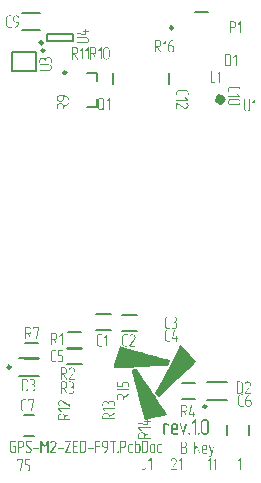
<source format=gto>
G04*
G04 #@! TF.GenerationSoftware,Altium Limited,Altium Designer,24.4.1 (13)*
G04*
G04 Layer_Color=65535*
%FSLAX44Y44*%
%MOMM*%
G71*
G04*
G04 #@! TF.SameCoordinates,8810BBE3-700E-470D-A85D-18A7825838DF*
G04*
G04*
G04 #@! TF.FilePolarity,Positive*
G04*
G01*
G75*
%ADD10C,0.7620*%
%ADD11C,0.2500*%
%ADD12C,0.2000*%
G36*
X10047Y415079D02*
X10081Y415072D01*
X10121Y415059D01*
X10167Y415032D01*
X10207Y415005D01*
X10254Y414965D01*
X10260Y414959D01*
X10274Y414945D01*
X10294Y414919D01*
X10314Y414892D01*
X10353Y414806D01*
X10367Y414759D01*
X10373Y414712D01*
Y414706D01*
Y414686D01*
X10367Y414659D01*
X10360Y414626D01*
X10347Y414586D01*
X10333Y414546D01*
X10307Y414500D01*
X10274Y414453D01*
X10267Y414446D01*
X10254Y414433D01*
X10234Y414420D01*
X10207Y414400D01*
X10167Y414373D01*
X10121Y414360D01*
X10067Y414347D01*
X10001Y414340D01*
X8091D01*
X8044Y414333D01*
X7991Y414327D01*
X7931Y414320D01*
X7865Y414307D01*
X7785Y414287D01*
X7618Y414233D01*
X7532Y414200D01*
X7445Y414160D01*
X7352Y414107D01*
X7266Y414047D01*
X7179Y413980D01*
X7093Y413907D01*
X7086Y413901D01*
X7073Y413887D01*
X7053Y413861D01*
X7026Y413834D01*
X6993Y413787D01*
X6953Y413741D01*
X6920Y413681D01*
X6880Y413615D01*
X6833Y413541D01*
X6800Y413461D01*
X6760Y413375D01*
X6727Y413282D01*
X6700Y413182D01*
X6680Y413075D01*
X6667Y412962D01*
X6660Y412849D01*
Y406907D01*
Y406900D01*
Y406880D01*
Y406847D01*
X6667Y406807D01*
X6673Y406753D01*
X6680Y406687D01*
X6693Y406620D01*
X6713Y406547D01*
X6766Y406381D01*
X6800Y406294D01*
X6840Y406208D01*
X6893Y406115D01*
X6953Y406028D01*
X7019Y405942D01*
X7093Y405855D01*
X7099Y405848D01*
X7113Y405835D01*
X7139Y405815D01*
X7172Y405788D01*
X7212Y405755D01*
X7266Y405715D01*
X7326Y405682D01*
X7392Y405642D01*
X7465Y405596D01*
X7545Y405562D01*
X7725Y405489D01*
X7825Y405462D01*
X7925Y405442D01*
X8038Y405429D01*
X8151Y405422D01*
X10021D01*
X10047Y405416D01*
X10081Y405409D01*
X10121Y405396D01*
X10167Y405369D01*
X10207Y405343D01*
X10254Y405303D01*
X10260Y405296D01*
X10274Y405283D01*
X10294Y405256D01*
X10314Y405229D01*
X10353Y405143D01*
X10367Y405096D01*
X10373Y405050D01*
Y405043D01*
Y405023D01*
X10367Y404996D01*
X10360Y404963D01*
X10347Y404923D01*
X10333Y404883D01*
X10307Y404837D01*
X10274Y404790D01*
X10267Y404784D01*
X10254Y404770D01*
X10234Y404757D01*
X10207Y404737D01*
X10167Y404710D01*
X10121Y404697D01*
X10067Y404684D01*
X10001Y404677D01*
X8111D01*
X8064Y404684D01*
X8004Y404690D01*
X7931Y404697D01*
X7838Y404710D01*
X7738Y404730D01*
X7632Y404757D01*
X7512Y404790D01*
X7385Y404837D01*
X7259Y404890D01*
X7126Y404950D01*
X6993Y405023D01*
X6860Y405110D01*
X6727Y405210D01*
X6593Y405323D01*
X6587Y405329D01*
X6567Y405356D01*
X6534Y405389D01*
X6487Y405442D01*
X6434Y405502D01*
X6381Y405575D01*
X6321Y405669D01*
X6254Y405769D01*
X6194Y405875D01*
X6128Y405995D01*
X6074Y406128D01*
X6021Y406268D01*
X5975Y406414D01*
X5941Y406574D01*
X5921Y406733D01*
X5915Y406907D01*
Y412849D01*
Y412863D01*
Y412889D01*
X5921Y412936D01*
X5928Y413002D01*
X5935Y413075D01*
X5948Y413169D01*
X5968Y413268D01*
X5995Y413382D01*
X6028Y413501D01*
X6074Y413621D01*
X6128Y413754D01*
X6188Y413887D01*
X6261Y414020D01*
X6347Y414154D01*
X6447Y414287D01*
X6560Y414413D01*
X6567Y414420D01*
X6587Y414440D01*
X6627Y414473D01*
X6673Y414520D01*
X6740Y414566D01*
X6813Y414626D01*
X6900Y414686D01*
X6999Y414753D01*
X7113Y414812D01*
X7232Y414872D01*
X7365Y414932D01*
X7505Y414979D01*
X7652Y415025D01*
X7811Y415059D01*
X7978Y415079D01*
X8151Y415085D01*
X10021D01*
X10047Y415079D01*
D02*
G37*
G36*
X14932D02*
X14999Y415072D01*
X15078Y415065D01*
X15172Y415052D01*
X15271Y415032D01*
X15385Y415005D01*
X15504Y414965D01*
X15631Y414925D01*
X15764Y414872D01*
X15897Y414806D01*
X16030Y414733D01*
X16163Y414646D01*
X16296Y414539D01*
X16423Y414426D01*
X16429Y414420D01*
X16436Y414413D01*
X16456Y414393D01*
X16476Y414373D01*
X16536Y414307D01*
X16609Y414220D01*
X16689Y414114D01*
X16769Y413994D01*
X16849Y413861D01*
X16915Y413714D01*
X17028Y413322D01*
X17068Y413082D01*
Y412849D01*
Y409542D01*
Y409535D01*
Y409522D01*
Y409502D01*
Y409475D01*
Y409435D01*
X17062Y409389D01*
Y409342D01*
X17055Y409282D01*
X17041Y409142D01*
X17028Y408983D01*
X17002Y408803D01*
X16968Y408610D01*
X16928Y408397D01*
X16875Y408171D01*
X16809Y407938D01*
X16729Y407692D01*
X16642Y407445D01*
X16536Y407199D01*
X16409Y406953D01*
X16270Y406707D01*
Y406700D01*
X16263Y406693D01*
X16250Y406674D01*
X16230Y406647D01*
X16176Y406574D01*
X16110Y406480D01*
X16023Y406367D01*
X15910Y406234D01*
X15784Y406088D01*
X15644Y405935D01*
X15478Y405769D01*
X15298Y405602D01*
X15098Y405436D01*
X14885Y405269D01*
X14653Y405110D01*
X14400Y404957D01*
X14133Y404823D01*
X13854Y404697D01*
X13694Y404670D01*
X13681D01*
X13661Y404677D01*
X13634Y404684D01*
X13601Y404697D01*
X13554Y404717D01*
X13501Y404744D01*
X13441Y404777D01*
X13435Y404784D01*
X13428Y404797D01*
X13415Y404823D01*
X13395Y404857D01*
X13375Y404897D01*
X13361Y404943D01*
X13355Y404996D01*
X13348Y405056D01*
Y405063D01*
Y405076D01*
Y405096D01*
X13355Y405123D01*
X13368Y405183D01*
X13388Y405249D01*
Y405256D01*
X13395Y405263D01*
X13408Y405283D01*
X13428Y405303D01*
X13455Y405329D01*
X13494Y405349D01*
X13534Y405376D01*
X13588Y405396D01*
X13601Y405402D01*
X13634Y405416D01*
X13687Y405436D01*
X13761Y405462D01*
X13854Y405502D01*
X13954Y405555D01*
X14073Y405615D01*
X14200Y405682D01*
X14479Y405862D01*
X14579Y405928D01*
X14759Y406081D01*
X14766Y406088D01*
X14779Y406101D01*
X14806Y406121D01*
X14839Y406148D01*
X14879Y406188D01*
X14925Y406228D01*
X14979Y406281D01*
X15038Y406341D01*
X15105Y406414D01*
X15178Y406487D01*
X15251Y406574D01*
X15325Y406660D01*
X15404Y406760D01*
X15484Y406866D01*
X15571Y406980D01*
X15651Y407099D01*
Y407106D01*
X15664Y407119D01*
X15677Y407146D01*
X15697Y407179D01*
X15717Y407226D01*
X15744Y407272D01*
X15777Y407332D01*
X15810Y407399D01*
X15884Y407545D01*
X15957Y407718D01*
X16037Y407905D01*
X16116Y408104D01*
Y408111D01*
X16123Y408131D01*
X16136Y408158D01*
X16150Y408198D01*
X16163Y408244D01*
X16183Y408304D01*
X16203Y408364D01*
X16223Y408437D01*
X16256Y408597D01*
X16290Y408770D01*
X16316Y408950D01*
X16323Y409136D01*
X14060D01*
X14007Y409142D01*
X13940Y409149D01*
X13861Y409156D01*
X13767Y409169D01*
X13661Y409189D01*
X13548Y409216D01*
X13428Y409249D01*
X13295Y409296D01*
X13162Y409349D01*
X13029Y409409D01*
X12896Y409482D01*
X12763Y409568D01*
X12636Y409668D01*
X12510Y409781D01*
X12503Y409788D01*
X12483Y409808D01*
X12450Y409848D01*
X12410Y409894D01*
X12363Y409961D01*
X12303Y410034D01*
X12250Y410121D01*
X12190Y410220D01*
X12124Y410334D01*
X12070Y410453D01*
X12017Y410580D01*
X11964Y410720D01*
X11924Y410873D01*
X11891Y411026D01*
X11871Y411192D01*
X11864Y411365D01*
Y412849D01*
Y412863D01*
Y412889D01*
X11871Y412936D01*
X11877Y413002D01*
X11884Y413075D01*
X11897Y413169D01*
X11917Y413268D01*
X11944Y413382D01*
X11977Y413501D01*
X12024Y413621D01*
X12077Y413754D01*
X12137Y413887D01*
X12210Y414020D01*
X12297Y414154D01*
X12397Y414287D01*
X12510Y414413D01*
X12516Y414420D01*
X12536Y414440D01*
X12576Y414473D01*
X12623Y414520D01*
X12689Y414566D01*
X12763Y414626D01*
X12849Y414686D01*
X12949Y414753D01*
X13062Y414812D01*
X13182Y414872D01*
X13315Y414932D01*
X13455Y414979D01*
X13601Y415025D01*
X13761Y415059D01*
X13927Y415079D01*
X14100Y415085D01*
X14885D01*
X14932Y415079D01*
D02*
G37*
G36*
X204512Y410197D02*
X204545Y410191D01*
X204585Y410177D01*
X204632Y410164D01*
X204672Y410137D01*
X204718Y410104D01*
X204725Y410098D01*
X204738Y410084D01*
X204758Y410064D01*
X204778Y410031D01*
X204798Y409998D01*
X204818Y409951D01*
X204831Y409898D01*
X204838Y409838D01*
Y400162D01*
Y400155D01*
Y400135D01*
X204831Y400102D01*
X204825Y400062D01*
X204811Y400016D01*
X204792Y399969D01*
X204765Y399922D01*
X204732Y399883D01*
X204725Y399876D01*
X204712Y399869D01*
X204692Y399856D01*
X204658Y399842D01*
X204618Y399823D01*
X204572Y399809D01*
X204525Y399803D01*
X204465Y399796D01*
X204452D01*
X204432Y399803D01*
X204405Y399809D01*
X204366Y399816D01*
X204326Y399836D01*
X204266Y399856D01*
X204199Y399883D01*
X204193Y399889D01*
X204186Y399902D01*
X204166Y399922D01*
X204146Y399949D01*
X204126Y399989D01*
X204113Y400036D01*
X204099Y400095D01*
X204093Y400162D01*
Y408940D01*
X202496Y407336D01*
X202489Y407329D01*
X202476Y407323D01*
X202456Y407303D01*
X202422Y407283D01*
X202389Y407263D01*
X202342Y407249D01*
X202296Y407236D01*
X202243Y407229D01*
X202216D01*
X202189Y407236D01*
X202150Y407243D01*
X202110Y407256D01*
X202063Y407276D01*
X202023Y407303D01*
X201977Y407336D01*
X201970Y407342D01*
X201963Y407356D01*
X201943Y407382D01*
X201923Y407416D01*
X201903Y407456D01*
X201890Y407502D01*
X201877Y407549D01*
X201870Y407609D01*
Y407622D01*
X201877Y407635D01*
X201883Y407662D01*
X201897Y407695D01*
X201917Y407742D01*
X201943Y407795D01*
X201977Y407862D01*
X204199Y410098D01*
X204206Y410104D01*
X204219Y410117D01*
X204239Y410131D01*
X204272Y410151D01*
X204312Y410171D01*
X204352Y410191D01*
X204405Y410197D01*
X204459Y410204D01*
X204485D01*
X204512Y410197D01*
D02*
G37*
G36*
X198230D02*
X198296D01*
X198376Y410184D01*
X198469Y410171D01*
X198569Y410151D01*
X198682Y410124D01*
X198802Y410091D01*
X198929Y410044D01*
X199062Y409991D01*
X199195Y409931D01*
X199335Y409851D01*
X199468Y409765D01*
X199601Y409665D01*
X199727Y409552D01*
X199734Y409545D01*
X199741Y409539D01*
X199760Y409519D01*
X199780Y409499D01*
X199840Y409432D01*
X199914Y409346D01*
X199993Y409239D01*
X200073Y409119D01*
X200153Y408986D01*
X200220Y408840D01*
X200333Y408441D01*
X200373Y408208D01*
Y407975D01*
Y406477D01*
Y406464D01*
Y406437D01*
X200366Y406391D01*
Y406324D01*
X200353Y406245D01*
X200339Y406151D01*
X200319Y406051D01*
X200293Y405938D01*
X200259Y405818D01*
X200213Y405692D01*
X200160Y405559D01*
X200100Y405426D01*
X200020Y405293D01*
X199933Y405160D01*
X199834Y405033D01*
X199720Y404907D01*
X199714Y404900D01*
X199694Y404880D01*
X199654Y404847D01*
X199607Y404807D01*
X199541Y404760D01*
X199468Y404701D01*
X199375Y404647D01*
X199275Y404587D01*
X199168Y404521D01*
X199048Y404468D01*
X198915Y404414D01*
X198776Y404361D01*
X198622Y404321D01*
X198469Y404288D01*
X198303Y404268D01*
X198130Y404261D01*
X195907D01*
Y400169D01*
Y400162D01*
Y400142D01*
X195901Y400109D01*
X195894Y400069D01*
X195881Y400022D01*
X195861Y399976D01*
X195834Y399929D01*
X195801Y399889D01*
X195794Y399883D01*
X195781Y399876D01*
X195761Y399863D01*
X195728Y399842D01*
X195688Y399823D01*
X195641Y399809D01*
X195595Y399803D01*
X195535Y399796D01*
X195521D01*
X195501Y399803D01*
X195475Y399809D01*
X195435Y399816D01*
X195395Y399836D01*
X195335Y399856D01*
X195268Y399889D01*
X195262Y399896D01*
X195255Y399909D01*
X195235Y399929D01*
X195215Y399956D01*
X195195Y399996D01*
X195182Y400042D01*
X195169Y400102D01*
X195162Y400169D01*
Y409831D01*
Y409838D01*
Y409845D01*
X195169Y409891D01*
X195182Y409951D01*
X195209Y410018D01*
X195255Y410084D01*
X195322Y410144D01*
X195362Y410171D01*
X195415Y410191D01*
X195468Y410197D01*
X195535Y410204D01*
X198183D01*
X198230Y410197D01*
D02*
G37*
G36*
X73239Y403463D02*
X73272Y403456D01*
X73312Y403443D01*
X73352Y403429D01*
X73399Y403403D01*
X73445Y403370D01*
X73452Y403363D01*
X73465Y403350D01*
X73479Y403330D01*
X73499Y403303D01*
X73525Y403263D01*
X73538Y403217D01*
X73552Y403163D01*
X73559Y403097D01*
Y401979D01*
X75422D01*
X75429D01*
X75448D01*
X75482Y401972D01*
X75522Y401965D01*
X75568Y401952D01*
X75615Y401932D01*
X75661Y401906D01*
X75701Y401872D01*
X75708Y401866D01*
X75715Y401852D01*
X75728Y401832D01*
X75741Y401799D01*
X75761Y401759D01*
X75775Y401712D01*
X75781Y401666D01*
X75788Y401606D01*
Y401593D01*
X75781Y401573D01*
X75775Y401546D01*
X75768Y401506D01*
X75748Y401466D01*
X75728Y401406D01*
X75701Y401340D01*
X75695Y401333D01*
X75681Y401327D01*
X75661Y401307D01*
X75635Y401287D01*
X75595Y401267D01*
X75548Y401253D01*
X75488Y401240D01*
X75422Y401233D01*
X73559D01*
Y398605D01*
X73552Y398578D01*
X73545Y398538D01*
X73532Y398498D01*
X73519Y398452D01*
X73492Y398405D01*
X73459Y398365D01*
X73452Y398358D01*
X73439Y398352D01*
X73419Y398332D01*
X73386Y398312D01*
X73352Y398292D01*
X73306Y398279D01*
X73259Y398265D01*
X73206Y398259D01*
X73113Y398265D01*
X65679Y399756D01*
X65673D01*
X65653Y399763D01*
X65626Y399769D01*
X65599Y399783D01*
X65526Y399816D01*
X65493Y399849D01*
X65460Y399883D01*
X65380Y400109D01*
Y400135D01*
X65386Y400162D01*
X65393Y400202D01*
X65406Y400242D01*
X65426Y400288D01*
X65453Y400328D01*
X65486Y400375D01*
X65493Y400382D01*
X65506Y400395D01*
X65526Y400408D01*
X65553Y400435D01*
X65593Y400455D01*
X65639Y400468D01*
X65686Y400481D01*
X65746Y400488D01*
X65832Y400481D01*
X72813Y399084D01*
Y401233D01*
X70950D01*
X70943D01*
X70930D01*
X70903Y401240D01*
X70877Y401247D01*
X70837Y401260D01*
X70797Y401280D01*
X70750Y401307D01*
X70704Y401340D01*
X70697Y401347D01*
X70684Y401360D01*
X70664Y401386D01*
X70637Y401413D01*
X70617Y401453D01*
X70597Y401500D01*
X70584Y401553D01*
X70577Y401606D01*
Y401626D01*
X70584Y401653D01*
X70591Y401686D01*
X70604Y401726D01*
X70617Y401772D01*
X70644Y401812D01*
X70677Y401859D01*
X70684Y401866D01*
X70697Y401879D01*
X70717Y401899D01*
X70750Y401919D01*
X70790Y401939D01*
X70837Y401959D01*
X70890Y401972D01*
X70950Y401979D01*
X72813D01*
Y403123D01*
X72820Y403150D01*
X72826Y403183D01*
X72840Y403223D01*
X72866Y403263D01*
X72893Y403310D01*
X72933Y403350D01*
X72940Y403356D01*
X72953Y403370D01*
X72979Y403390D01*
X73006Y403410D01*
X73093Y403449D01*
X73139Y403463D01*
X73186Y403469D01*
X73193D01*
X73212D01*
X73239Y403463D01*
D02*
G37*
G36*
X73645Y396775D02*
X73712Y396768D01*
X73791Y396761D01*
X73885Y396748D01*
X73984Y396728D01*
X74097Y396702D01*
X74217Y396661D01*
X74344Y396622D01*
X74477Y396568D01*
X74610Y396502D01*
X74743Y396429D01*
X74876Y396342D01*
X75009Y396236D01*
X75136Y396123D01*
X75142Y396116D01*
X75162Y396096D01*
X75196Y396056D01*
X75236Y396009D01*
X75289Y395943D01*
X75342Y395870D01*
X75402Y395776D01*
X75462Y395683D01*
X75522Y395570D01*
X75582Y395450D01*
X75635Y395317D01*
X75688Y395177D01*
X75728Y395031D01*
X75761Y394871D01*
X75781Y394712D01*
X75788Y394539D01*
Y393760D01*
X75781Y393713D01*
X75775Y393654D01*
X75768Y393580D01*
X75755Y393494D01*
X75735Y393394D01*
X75708Y393288D01*
X75675Y393168D01*
X75628Y393048D01*
X75575Y392915D01*
X75515Y392788D01*
X75442Y392655D01*
X75355Y392522D01*
X75255Y392389D01*
X75142Y392256D01*
X75136Y392249D01*
X75116Y392229D01*
X75076Y392196D01*
X75029Y392150D01*
X74963Y392096D01*
X74889Y392037D01*
X74803Y391977D01*
X74703Y391917D01*
X74590Y391850D01*
X74470Y391790D01*
X74344Y391730D01*
X74204Y391677D01*
X74051Y391637D01*
X73898Y391597D01*
X73731Y391577D01*
X73559Y391571D01*
X65752D01*
X65746D01*
X65732D01*
X65706Y391577D01*
X65679Y391584D01*
X65639Y391597D01*
X65599Y391617D01*
X65553Y391644D01*
X65506Y391677D01*
X65500Y391684D01*
X65486Y391697D01*
X65466Y391724D01*
X65440Y391750D01*
X65420Y391790D01*
X65400Y391837D01*
X65386Y391890D01*
X65380Y391943D01*
Y391963D01*
X65386Y391990D01*
X65393Y392023D01*
X65406Y392063D01*
X65420Y392110D01*
X65446Y392150D01*
X65480Y392196D01*
X65486Y392203D01*
X65500Y392216D01*
X65519Y392236D01*
X65546Y392256D01*
X65586Y392276D01*
X65633Y392296D01*
X65686Y392309D01*
X65752Y392316D01*
X73559D01*
X73565D01*
X73585D01*
X73618D01*
X73658Y392323D01*
X73712Y392329D01*
X73772Y392343D01*
X73845Y392356D01*
X73918Y392369D01*
X74078Y392422D01*
X74164Y392462D01*
X74257Y392502D01*
X74344Y392556D01*
X74430Y392615D01*
X74517Y392682D01*
X74603Y392762D01*
X74610Y392769D01*
X74623Y392782D01*
X74643Y392808D01*
X74670Y392842D01*
X74703Y392882D01*
X74743Y392935D01*
X74783Y392995D01*
X74823Y393061D01*
X74863Y393134D01*
X74903Y393214D01*
X74976Y393394D01*
X75003Y393487D01*
X75023Y393587D01*
X75036Y393694D01*
X75043Y393800D01*
Y394599D01*
X75036Y394638D01*
X75029Y394692D01*
X75023Y394752D01*
X75009Y394825D01*
X74989Y394898D01*
X74943Y395064D01*
X74903Y395151D01*
X74863Y395237D01*
X74816Y395331D01*
X74763Y395417D01*
X74696Y395504D01*
X74623Y395590D01*
X74617Y395597D01*
X74603Y395610D01*
X74577Y395630D01*
X74543Y395663D01*
X74503Y395697D01*
X74457Y395730D01*
X74397Y395770D01*
X74331Y395816D01*
X74257Y395856D01*
X74177Y395896D01*
X74091Y395929D01*
X73991Y395969D01*
X73891Y395996D01*
X73785Y396016D01*
X73678Y396029D01*
X73559Y396036D01*
X65752D01*
X65746D01*
X65732D01*
X65706Y396043D01*
X65679Y396049D01*
X65639Y396063D01*
X65599Y396083D01*
X65553Y396109D01*
X65506Y396143D01*
X65500Y396149D01*
X65486Y396162D01*
X65466Y396189D01*
X65440Y396216D01*
X65420Y396256D01*
X65400Y396302D01*
X65386Y396355D01*
X65380Y396409D01*
Y396429D01*
X65386Y396455D01*
X65393Y396488D01*
X65406Y396528D01*
X65420Y396575D01*
X65446Y396615D01*
X65480Y396661D01*
X65486Y396668D01*
X65500Y396682D01*
X65519Y396702D01*
X65546Y396721D01*
X65586Y396741D01*
X65633Y396761D01*
X65686Y396775D01*
X65752Y396781D01*
X73559D01*
X73572D01*
X73598D01*
X73645Y396775D01*
D02*
G37*
G36*
X146395Y394201D02*
X146428Y394194D01*
X146468Y394181D01*
X146508Y394154D01*
X146548Y394128D01*
X146588Y394088D01*
X146595Y394081D01*
X146602Y394068D01*
X146622Y394041D01*
X146642Y394008D01*
X146655Y393968D01*
X146675Y393921D01*
X146681Y393868D01*
X146688Y393815D01*
Y393808D01*
Y393801D01*
X146681Y393755D01*
X146668Y393695D01*
X146642Y393635D01*
Y393628D01*
X146635Y393622D01*
X146622Y393609D01*
X146602Y393588D01*
X146575Y393562D01*
X146542Y393535D01*
X146502Y393509D01*
X146448Y393475D01*
X146309Y393422D01*
X146142Y393349D01*
X145830Y393189D01*
X145816Y393183D01*
X145783Y393156D01*
X145723Y393123D01*
X145650Y393076D01*
X145563Y393016D01*
X145470Y392950D01*
X145377Y392870D01*
X145277Y392790D01*
X145271Y392783D01*
X145257Y392777D01*
X145231Y392750D01*
X145197Y392723D01*
X145157Y392683D01*
X145111Y392644D01*
X145058Y392590D01*
X144998Y392530D01*
X144931Y392457D01*
X144858Y392384D01*
X144785Y392298D01*
X144712Y392211D01*
X144632Y392111D01*
X144552Y392005D01*
X144465Y391892D01*
X144385Y391772D01*
Y391765D01*
X144372Y391752D01*
X144359Y391725D01*
X144339Y391692D01*
X144319Y391652D01*
X144292Y391599D01*
X144259Y391545D01*
X144226Y391479D01*
X144153Y391333D01*
X144079Y391160D01*
X144000Y390973D01*
X143920Y390774D01*
Y390767D01*
X143913Y390747D01*
X143900Y390720D01*
X143886Y390680D01*
X143873Y390634D01*
X143860Y390574D01*
X143840Y390507D01*
X143820Y390441D01*
X143787Y390281D01*
X143753Y390108D01*
X143727Y389922D01*
X143720Y389742D01*
X145976D01*
X146029Y389735D01*
X146096D01*
X146176Y389722D01*
X146269Y389709D01*
X146375Y389689D01*
X146488Y389662D01*
X146615Y389629D01*
X146741Y389582D01*
X146874Y389529D01*
X147008Y389469D01*
X147141Y389389D01*
X147274Y389303D01*
X147400Y389203D01*
X147527Y389090D01*
X147533Y389083D01*
X147553Y389063D01*
X147586Y389023D01*
X147626Y388977D01*
X147680Y388910D01*
X147733Y388837D01*
X147793Y388750D01*
X147853Y388651D01*
X147913Y388537D01*
X147972Y388418D01*
X148026Y388291D01*
X148079Y388152D01*
X148119Y387999D01*
X148152Y387845D01*
X148172Y387679D01*
X148179Y387506D01*
Y386022D01*
Y386009D01*
Y385982D01*
X148172Y385929D01*
Y385869D01*
X148159Y385789D01*
X148146Y385696D01*
X148125Y385589D01*
X148099Y385476D01*
X148066Y385356D01*
X148019Y385223D01*
X147966Y385097D01*
X147906Y384964D01*
X147826Y384824D01*
X147739Y384691D01*
X147640Y384565D01*
X147527Y384438D01*
X147520Y384431D01*
X147500Y384412D01*
X147460Y384378D01*
X147413Y384338D01*
X147347Y384292D01*
X147274Y384232D01*
X147181Y384179D01*
X147087Y384119D01*
X146974Y384052D01*
X146854Y383999D01*
X146721Y383946D01*
X146582Y383893D01*
X146435Y383853D01*
X146276Y383819D01*
X146116Y383799D01*
X145943Y383793D01*
X145164D01*
X145118Y383799D01*
X145058Y383806D01*
X144984Y383813D01*
X144898Y383826D01*
X144798Y383846D01*
X144692Y383872D01*
X144572Y383906D01*
X144452Y383952D01*
X144319Y384006D01*
X144192Y384066D01*
X144059Y384139D01*
X143926Y384225D01*
X143793Y384325D01*
X143660Y384438D01*
X143653Y384445D01*
X143633Y384465D01*
X143600Y384505D01*
X143554Y384551D01*
X143500Y384618D01*
X143441Y384691D01*
X143381Y384777D01*
X143321Y384877D01*
X143254Y384991D01*
X143194Y385110D01*
X143134Y385237D01*
X143081Y385377D01*
X143041Y385530D01*
X143001Y385683D01*
X142981Y385849D01*
X142975Y386022D01*
Y389329D01*
Y389336D01*
Y389349D01*
Y389369D01*
Y389396D01*
Y389436D01*
X142981Y389482D01*
Y389536D01*
X142988Y389589D01*
X143001Y389729D01*
X143015Y389888D01*
X143041Y390068D01*
X143075Y390261D01*
X143114Y390474D01*
X143168Y390700D01*
X143234Y390933D01*
X143307Y391180D01*
X143401Y391426D01*
X143507Y391672D01*
X143627Y391918D01*
X143767Y392164D01*
Y392171D01*
X143780Y392178D01*
X143787Y392198D01*
X143806Y392224D01*
X143860Y392298D01*
X143926Y392391D01*
X144013Y392510D01*
X144126Y392637D01*
X144252Y392783D01*
X144399Y392943D01*
X144558Y393103D01*
X144738Y393269D01*
X144938Y393435D01*
X145151Y393602D01*
X145384Y393761D01*
X145637Y393915D01*
X145903Y394048D01*
X146182Y394174D01*
X146342Y394207D01*
X146369D01*
X146395Y394201D01*
D02*
G37*
G36*
X141171Y394194D02*
X141205Y394187D01*
X141244Y394174D01*
X141291Y394161D01*
X141331Y394134D01*
X141377Y394101D01*
X141384Y394094D01*
X141397Y394081D01*
X141418Y394061D01*
X141437Y394028D01*
X141457Y393994D01*
X141477Y393948D01*
X141491Y393895D01*
X141497Y393835D01*
Y384159D01*
Y384152D01*
Y384132D01*
X141491Y384099D01*
X141484Y384059D01*
X141471Y384012D01*
X141451Y383966D01*
X141424Y383919D01*
X141391Y383879D01*
X141384Y383872D01*
X141371Y383866D01*
X141351Y383853D01*
X141318Y383839D01*
X141278Y383819D01*
X141231Y383806D01*
X141185Y383799D01*
X141125Y383793D01*
X141111D01*
X141091Y383799D01*
X141065Y383806D01*
X141025Y383813D01*
X140985Y383833D01*
X140925Y383853D01*
X140858Y383879D01*
X140852Y383886D01*
X140845Y383899D01*
X140825Y383919D01*
X140805Y383946D01*
X140785Y383986D01*
X140772Y384032D01*
X140759Y384092D01*
X140752Y384159D01*
Y392936D01*
X139155Y391333D01*
X139148Y391326D01*
X139135Y391319D01*
X139115Y391299D01*
X139082Y391279D01*
X139048Y391259D01*
X139002Y391246D01*
X138955Y391233D01*
X138902Y391226D01*
X138875D01*
X138849Y391233D01*
X138809Y391239D01*
X138769Y391253D01*
X138722Y391273D01*
X138682Y391299D01*
X138636Y391333D01*
X138629Y391339D01*
X138623Y391353D01*
X138603Y391379D01*
X138582Y391412D01*
X138563Y391452D01*
X138549Y391499D01*
X138536Y391545D01*
X138529Y391605D01*
Y391619D01*
X138536Y391632D01*
X138543Y391659D01*
X138556Y391692D01*
X138576Y391739D01*
X138603Y391792D01*
X138636Y391858D01*
X140858Y394094D01*
X140865Y394101D01*
X140878Y394114D01*
X140898Y394128D01*
X140932Y394147D01*
X140972Y394168D01*
X141011Y394187D01*
X141065Y394194D01*
X141118Y394201D01*
X141145D01*
X141171Y394194D01*
D02*
G37*
G36*
X134876D02*
X134942D01*
X135022Y394181D01*
X135115Y394168D01*
X135215Y394147D01*
X135328Y394121D01*
X135455Y394088D01*
X135581Y394041D01*
X135708Y393988D01*
X135841Y393928D01*
X135974Y393848D01*
X136107Y393761D01*
X136240Y393662D01*
X136367Y393549D01*
X136373Y393542D01*
X136393Y393522D01*
X136426Y393482D01*
X136473Y393435D01*
X136519Y393369D01*
X136579Y393296D01*
X136639Y393203D01*
X136699Y393109D01*
X136759Y392996D01*
X136819Y392876D01*
X136879Y392743D01*
X136925Y392604D01*
X136972Y392457D01*
X137005Y392298D01*
X137025Y392138D01*
X137032Y391965D01*
Y390481D01*
Y390467D01*
Y390441D01*
X137025Y390394D01*
X137019Y390328D01*
X137012Y390248D01*
X136999Y390155D01*
X136979Y390055D01*
X136952Y389942D01*
X136912Y389822D01*
X136872Y389695D01*
X136819Y389562D01*
X136753Y389429D01*
X136679Y389296D01*
X136593Y389163D01*
X136486Y389037D01*
X136373Y388910D01*
X136367Y388904D01*
X136347Y388884D01*
X136307Y388850D01*
X136260Y388810D01*
X136194Y388757D01*
X136120Y388704D01*
X136027Y388644D01*
X135934Y388584D01*
X135821Y388524D01*
X135701Y388464D01*
X135568Y388411D01*
X135428Y388358D01*
X135282Y388318D01*
X135122Y388285D01*
X134962Y388265D01*
X134789Y388258D01*
X134696D01*
X136979Y384345D01*
Y384338D01*
X136985Y384332D01*
X137005Y384292D01*
X137025Y384232D01*
X137032Y384152D01*
Y384145D01*
Y384132D01*
X137025Y384105D01*
X137019Y384072D01*
X137005Y384032D01*
X136979Y383986D01*
X136952Y383939D01*
X136912Y383893D01*
X136905Y383886D01*
X136892Y383879D01*
X136866Y383859D01*
X136832Y383846D01*
X136792Y383826D01*
X136746Y383806D01*
X136693Y383799D01*
X136639Y383793D01*
X136626D01*
X136586Y383799D01*
X136533Y383806D01*
X136473Y383826D01*
X136460Y383839D01*
X136426Y383866D01*
X136386Y383912D01*
X136340Y383972D01*
X133844Y388258D01*
X132567D01*
Y384159D01*
Y384152D01*
Y384132D01*
X132560Y384099D01*
X132553Y384059D01*
X132540Y384012D01*
X132520Y383966D01*
X132493Y383919D01*
X132460Y383879D01*
X132453Y383872D01*
X132440Y383866D01*
X132420Y383853D01*
X132387Y383839D01*
X132347Y383819D01*
X132300Y383806D01*
X132254Y383799D01*
X132194Y383793D01*
X132181D01*
X132161Y383799D01*
X132134Y383806D01*
X132094Y383813D01*
X132054Y383833D01*
X131994Y383853D01*
X131928Y383879D01*
X131921Y383886D01*
X131914Y383899D01*
X131895Y383919D01*
X131875Y383946D01*
X131854Y383986D01*
X131841Y384032D01*
X131828Y384092D01*
X131821Y384159D01*
Y393828D01*
Y393835D01*
Y393841D01*
X131828Y393888D01*
X131841Y393948D01*
X131868Y394014D01*
X131908Y394081D01*
X131974Y394141D01*
X132021Y394168D01*
X132067Y394187D01*
X132121Y394194D01*
X132187Y394201D01*
X134829D01*
X134876Y394194D01*
D02*
G37*
G36*
X42235Y379570D02*
X42294D01*
X42374Y379557D01*
X42467Y379543D01*
X42574Y379524D01*
X42687Y379497D01*
X42807Y379464D01*
X42940Y379417D01*
X43066Y379364D01*
X43200Y379304D01*
X43339Y379224D01*
X43472Y379137D01*
X43599Y379038D01*
X43725Y378924D01*
X43732Y378918D01*
X43752Y378898D01*
X43785Y378858D01*
X43825Y378811D01*
X43872Y378745D01*
X43931Y378672D01*
X43985Y378585D01*
X44045Y378485D01*
X44111Y378372D01*
X44164Y378252D01*
X44218Y378126D01*
X44271Y377986D01*
X44311Y377840D01*
X44344Y377680D01*
X44364Y377520D01*
X44371Y377347D01*
Y375457D01*
X44364Y375424D01*
X44357Y375391D01*
X44344Y375344D01*
X44331Y375298D01*
X44304Y375251D01*
X44271Y375211D01*
X44264Y375205D01*
X44251Y375198D01*
X44224Y375185D01*
X44191Y375165D01*
X44151Y375145D01*
X44104Y375131D01*
X44051Y375125D01*
X43998Y375118D01*
X43991D01*
X43985D01*
X43965Y375125D01*
X43938Y375131D01*
X43905Y375138D01*
X43872Y375158D01*
X43825Y375178D01*
X43772Y375205D01*
X43765Y375211D01*
X43752Y375224D01*
X43725Y375244D01*
X43699Y375278D01*
X43672Y375311D01*
X43645Y375364D01*
X43632Y375418D01*
X43625Y375484D01*
Y377401D01*
X43619Y377447D01*
X43612Y377500D01*
X43605Y377560D01*
X43592Y377634D01*
X43572Y377707D01*
X43519Y377873D01*
X43486Y377960D01*
X43446Y378053D01*
X43399Y378139D01*
X43339Y378232D01*
X43273Y378319D01*
X43200Y378399D01*
X43193Y378405D01*
X43179Y378419D01*
X43153Y378439D01*
X43120Y378465D01*
X43080Y378499D01*
X43026Y378539D01*
X42973Y378572D01*
X42907Y378618D01*
X42833Y378658D01*
X42754Y378692D01*
X42567Y378765D01*
X42474Y378791D01*
X42368Y378811D01*
X42255Y378825D01*
X42141Y378831D01*
X40657D01*
X40651D01*
X40631D01*
X40598D01*
X40551Y378825D01*
X40498Y378818D01*
X40438Y378811D01*
X40371Y378798D01*
X40291Y378778D01*
X40132Y378725D01*
X40038Y378692D01*
X39952Y378652D01*
X39865Y378599D01*
X39772Y378539D01*
X39686Y378472D01*
X39606Y378399D01*
X39599Y378392D01*
X39586Y378379D01*
X39566Y378352D01*
X39539Y378326D01*
X39506Y378279D01*
X39466Y378232D01*
X39426Y378172D01*
X39386Y378106D01*
X39346Y378033D01*
X39306Y377953D01*
X39267Y377866D01*
X39233Y377773D01*
X39207Y377673D01*
X39187Y377567D01*
X39173Y377454D01*
X39167Y377341D01*
Y376941D01*
X39160Y376908D01*
X39153Y376875D01*
X39140Y376828D01*
X39127Y376782D01*
X39100Y376735D01*
X39067Y376695D01*
X39060Y376688D01*
X39047Y376682D01*
X39020Y376669D01*
X38987Y376649D01*
X38947Y376629D01*
X38900Y376615D01*
X38847Y376609D01*
X38794Y376602D01*
X38787D01*
X38781D01*
X38761Y376609D01*
X38734Y376615D01*
X38701Y376622D01*
X38668Y376642D01*
X38621Y376662D01*
X38568Y376688D01*
X38561Y376695D01*
X38548Y376708D01*
X38521Y376729D01*
X38495Y376762D01*
X38468Y376795D01*
X38441Y376848D01*
X38428Y376902D01*
X38421Y376968D01*
Y377028D01*
X38415Y377075D01*
X38408Y377128D01*
X38401Y377188D01*
X38388Y377261D01*
X38368Y377334D01*
X38315Y377500D01*
X38282Y377587D01*
X38242Y377680D01*
X38195Y377767D01*
X38135Y377860D01*
X38069Y377946D01*
X37995Y378026D01*
X37989Y378033D01*
X37975Y378046D01*
X37949Y378066D01*
X37916Y378093D01*
X37876Y378126D01*
X37822Y378166D01*
X37769Y378199D01*
X37703Y378246D01*
X37629Y378286D01*
X37550Y378319D01*
X37363Y378392D01*
X37270Y378419D01*
X37164Y378439D01*
X37050Y378452D01*
X36937Y378459D01*
X36199D01*
X36192D01*
X36172D01*
X36139D01*
X36092Y378452D01*
X36039Y378445D01*
X35979Y378439D01*
X35912Y378425D01*
X35833Y378405D01*
X35673Y378352D01*
X35580Y378319D01*
X35493Y378279D01*
X35407Y378226D01*
X35313Y378166D01*
X35227Y378099D01*
X35147Y378026D01*
X35141Y378019D01*
X35127Y378006D01*
X35107Y377980D01*
X35081Y377953D01*
X35047Y377906D01*
X35007Y377860D01*
X34968Y377800D01*
X34928Y377733D01*
X34888Y377660D01*
X34848Y377580D01*
X34808Y377494D01*
X34774Y377401D01*
X34748Y377301D01*
X34728Y377194D01*
X34715Y377081D01*
X34708Y376968D01*
Y375457D01*
X34701Y375424D01*
X34695Y375391D01*
X34681Y375344D01*
X34668Y375298D01*
X34641Y375251D01*
X34608Y375211D01*
X34602Y375205D01*
X34588Y375198D01*
X34562Y375185D01*
X34528Y375165D01*
X34488Y375145D01*
X34442Y375131D01*
X34388Y375125D01*
X34335Y375118D01*
X34329D01*
X34322D01*
X34302Y375125D01*
X34275Y375131D01*
X34242Y375138D01*
X34209Y375158D01*
X34162Y375178D01*
X34109Y375205D01*
X34102Y375211D01*
X34089Y375224D01*
X34062Y375244D01*
X34036Y375278D01*
X34009Y375311D01*
X33983Y375364D01*
X33969Y375418D01*
X33963Y375484D01*
Y377008D01*
X33969Y377061D01*
Y377128D01*
X33983Y377208D01*
X33996Y377301D01*
X34016Y377407D01*
X34042Y377520D01*
X34076Y377640D01*
X34122Y377767D01*
X34176Y377900D01*
X34235Y378033D01*
X34315Y378166D01*
X34402Y378299D01*
X34502Y378425D01*
X34615Y378552D01*
X34621Y378559D01*
X34641Y378578D01*
X34681Y378612D01*
X34728Y378652D01*
X34794Y378705D01*
X34868Y378758D01*
X34954Y378818D01*
X35054Y378878D01*
X35167Y378938D01*
X35287Y378998D01*
X35413Y379051D01*
X35553Y379104D01*
X35706Y379144D01*
X35859Y379177D01*
X36026Y379197D01*
X36199Y379204D01*
X36937D01*
X37183D01*
X37330D01*
X37483Y379157D01*
X37490D01*
X37516Y379151D01*
X37556Y379144D01*
X37609Y379131D01*
X37676Y379104D01*
X37743Y379078D01*
X37822Y379044D01*
X37902Y378998D01*
X37909D01*
X37922Y378991D01*
X37942Y378978D01*
X37969Y378958D01*
X38009Y378938D01*
X38049Y378911D01*
X38149Y378845D01*
X38268Y378758D01*
X38401Y378652D01*
X38541Y378525D01*
X38681Y378379D01*
Y378386D01*
X38694Y378399D01*
X38707Y378425D01*
X38728Y378465D01*
X38754Y378505D01*
X38787Y378559D01*
X38867Y378678D01*
X38920Y378738D01*
X38980Y378811D01*
X39047Y378878D01*
X39120Y378951D01*
X39200Y379024D01*
X39286Y379098D01*
X39380Y379164D01*
X39479Y379231D01*
X39486Y379237D01*
X39506Y379244D01*
X39533Y379264D01*
X39573Y379284D01*
X39626Y379310D01*
X39686Y379337D01*
X39759Y379370D01*
X39832Y379404D01*
X39919Y379437D01*
X40012Y379470D01*
X40212Y379524D01*
X40424Y379563D01*
X40538Y379570D01*
X40657Y379577D01*
X42141D01*
X42155D01*
X42181D01*
X42235Y379570D01*
D02*
G37*
G36*
X200512Y382397D02*
X200545Y382391D01*
X200585Y382377D01*
X200632Y382364D01*
X200672Y382337D01*
X200718Y382304D01*
X200725Y382298D01*
X200738Y382284D01*
X200758Y382264D01*
X200778Y382231D01*
X200798Y382198D01*
X200818Y382151D01*
X200831Y382098D01*
X200838Y382038D01*
Y372362D01*
Y372355D01*
Y372335D01*
X200831Y372302D01*
X200825Y372262D01*
X200811Y372216D01*
X200791Y372169D01*
X200765Y372122D01*
X200732Y372082D01*
X200725Y372076D01*
X200712Y372069D01*
X200692Y372056D01*
X200658Y372043D01*
X200618Y372023D01*
X200572Y372009D01*
X200525Y372003D01*
X200465Y371996D01*
X200452D01*
X200432Y372003D01*
X200406Y372009D01*
X200366Y372016D01*
X200326Y372036D01*
X200266Y372056D01*
X200199Y372082D01*
X200193Y372089D01*
X200186Y372102D01*
X200166Y372122D01*
X200146Y372149D01*
X200126Y372189D01*
X200113Y372235D01*
X200099Y372295D01*
X200093Y372362D01*
Y381140D01*
X198496Y379536D01*
X198489Y379529D01*
X198476Y379523D01*
X198456Y379503D01*
X198422Y379483D01*
X198389Y379463D01*
X198342Y379449D01*
X198296Y379436D01*
X198243Y379429D01*
X198216D01*
X198189Y379436D01*
X198150Y379443D01*
X198110Y379456D01*
X198063Y379476D01*
X198023Y379503D01*
X197976Y379536D01*
X197970Y379543D01*
X197963Y379556D01*
X197943Y379582D01*
X197923Y379616D01*
X197903Y379656D01*
X197890Y379702D01*
X197877Y379749D01*
X197870Y379809D01*
Y379822D01*
X197877Y379835D01*
X197883Y379862D01*
X197897Y379895D01*
X197917Y379942D01*
X197943Y379995D01*
X197976Y380062D01*
X200199Y382298D01*
X200206Y382304D01*
X200219Y382318D01*
X200239Y382331D01*
X200272Y382351D01*
X200312Y382371D01*
X200352Y382391D01*
X200406Y382397D01*
X200459Y382404D01*
X200485D01*
X200512Y382397D01*
D02*
G37*
G36*
X194216D02*
X194283D01*
X194363Y382384D01*
X194456Y382371D01*
X194556Y382351D01*
X194669Y382324D01*
X194795Y382291D01*
X194922Y382244D01*
X195048Y382191D01*
X195181Y382131D01*
X195315Y382051D01*
X195448Y381965D01*
X195581Y381865D01*
X195707Y381752D01*
X195714Y381745D01*
X195734Y381725D01*
X195767Y381685D01*
X195814Y381639D01*
X195860Y381572D01*
X195920Y381499D01*
X195980Y381406D01*
X196040Y381313D01*
X196100Y381199D01*
X196160Y381080D01*
X196220Y380947D01*
X196266Y380807D01*
X196313Y380661D01*
X196346Y380501D01*
X196366Y380341D01*
X196373Y380168D01*
Y374225D01*
Y374212D01*
Y374185D01*
X196366Y374139D01*
X196359Y374072D01*
X196353Y373992D01*
X196339Y373899D01*
X196319Y373799D01*
X196293Y373686D01*
X196253Y373567D01*
X196213Y373440D01*
X196160Y373307D01*
X196093Y373174D01*
X196020Y373041D01*
X195933Y372908D01*
X195827Y372775D01*
X195714Y372648D01*
X195707Y372641D01*
X195687Y372621D01*
X195647Y372588D01*
X195601Y372548D01*
X195534Y372495D01*
X195461Y372442D01*
X195368Y372382D01*
X195275Y372322D01*
X195161Y372262D01*
X195042Y372202D01*
X194909Y372149D01*
X194769Y372096D01*
X194622Y372056D01*
X194463Y372023D01*
X194303Y372003D01*
X194130Y371996D01*
X191515D01*
X191468Y372003D01*
X191415Y372016D01*
X191348Y372043D01*
X191275Y372082D01*
X191222Y372149D01*
X191195Y372196D01*
X191175Y372242D01*
X191169Y372295D01*
X191162Y372362D01*
Y382031D01*
Y382038D01*
Y382045D01*
X191169Y382091D01*
X191182Y382151D01*
X191208Y382218D01*
X191248Y382284D01*
X191315Y382344D01*
X191362Y382371D01*
X191408Y382391D01*
X191461Y382397D01*
X191528Y382404D01*
X194170D01*
X194216Y382397D01*
D02*
G37*
G36*
X42228Y373627D02*
X42294Y373621D01*
X42374Y373614D01*
X42467Y373601D01*
X42567Y373581D01*
X42680Y373554D01*
X42800Y373514D01*
X42927Y373474D01*
X43060Y373421D01*
X43193Y373354D01*
X43326Y373281D01*
X43459Y373195D01*
X43592Y373088D01*
X43719Y372975D01*
X43725Y372968D01*
X43745Y372948D01*
X43778Y372909D01*
X43818Y372862D01*
X43872Y372795D01*
X43925Y372722D01*
X43985Y372629D01*
X44045Y372536D01*
X44104Y372423D01*
X44164Y372303D01*
X44218Y372170D01*
X44271Y372030D01*
X44311Y371884D01*
X44344Y371724D01*
X44364Y371564D01*
X44371Y371391D01*
Y370613D01*
X44364Y370566D01*
X44357Y370506D01*
X44351Y370433D01*
X44338Y370346D01*
X44317Y370247D01*
X44291Y370140D01*
X44258Y370020D01*
X44211Y369901D01*
X44158Y369767D01*
X44098Y369641D01*
X44025Y369508D01*
X43938Y369375D01*
X43838Y369242D01*
X43725Y369109D01*
X43719Y369102D01*
X43699Y369082D01*
X43659Y369049D01*
X43612Y369002D01*
X43545Y368949D01*
X43472Y368889D01*
X43386Y368829D01*
X43286Y368769D01*
X43173Y368703D01*
X43053Y368643D01*
X42927Y368583D01*
X42787Y368530D01*
X42634Y368490D01*
X42481Y368450D01*
X42314Y368430D01*
X42141Y368423D01*
X34335D01*
X34329D01*
X34315D01*
X34289Y368430D01*
X34262Y368437D01*
X34222Y368450D01*
X34182Y368470D01*
X34136Y368497D01*
X34089Y368530D01*
X34082Y368536D01*
X34069Y368550D01*
X34049Y368576D01*
X34023Y368603D01*
X34002Y368643D01*
X33983Y368689D01*
X33969Y368743D01*
X33963Y368796D01*
Y368816D01*
X33969Y368843D01*
X33976Y368876D01*
X33989Y368916D01*
X34002Y368962D01*
X34029Y369002D01*
X34062Y369049D01*
X34069Y369055D01*
X34082Y369069D01*
X34102Y369089D01*
X34129Y369109D01*
X34169Y369129D01*
X34216Y369149D01*
X34269Y369162D01*
X34335Y369169D01*
X42141D01*
X42148D01*
X42168D01*
X42201D01*
X42241Y369175D01*
X42294Y369182D01*
X42354Y369195D01*
X42428Y369208D01*
X42501Y369222D01*
X42660Y369275D01*
X42747Y369315D01*
X42840Y369355D01*
X42927Y369408D01*
X43013Y369468D01*
X43100Y369535D01*
X43186Y369614D01*
X43193Y369621D01*
X43206Y369634D01*
X43226Y369661D01*
X43253Y369694D01*
X43286Y369734D01*
X43326Y369787D01*
X43366Y369847D01*
X43406Y369914D01*
X43446Y369987D01*
X43486Y370067D01*
X43559Y370247D01*
X43586Y370340D01*
X43605Y370440D01*
X43619Y370546D01*
X43625Y370653D01*
Y371451D01*
X43619Y371491D01*
X43612Y371544D01*
X43605Y371604D01*
X43592Y371678D01*
X43572Y371751D01*
X43526Y371917D01*
X43486Y372004D01*
X43446Y372090D01*
X43399Y372183D01*
X43346Y372270D01*
X43279Y372356D01*
X43206Y372443D01*
X43200Y372449D01*
X43186Y372463D01*
X43160Y372483D01*
X43126Y372516D01*
X43086Y372549D01*
X43040Y372583D01*
X42980Y372622D01*
X42913Y372669D01*
X42840Y372709D01*
X42760Y372749D01*
X42674Y372782D01*
X42574Y372822D01*
X42474Y372849D01*
X42368Y372869D01*
X42261Y372882D01*
X42141Y372889D01*
X34335D01*
X34329D01*
X34315D01*
X34289Y372895D01*
X34262Y372902D01*
X34222Y372915D01*
X34182Y372935D01*
X34136Y372962D01*
X34089Y372995D01*
X34082Y373002D01*
X34069Y373015D01*
X34049Y373042D01*
X34023Y373068D01*
X34002Y373108D01*
X33983Y373155D01*
X33969Y373208D01*
X33963Y373261D01*
Y373281D01*
X33969Y373308D01*
X33976Y373341D01*
X33989Y373381D01*
X34002Y373428D01*
X34029Y373468D01*
X34062Y373514D01*
X34069Y373521D01*
X34082Y373534D01*
X34102Y373554D01*
X34129Y373574D01*
X34169Y373594D01*
X34216Y373614D01*
X34269Y373627D01*
X34335Y373634D01*
X42141D01*
X42155D01*
X42181D01*
X42228Y373627D01*
D02*
G37*
G36*
X202055Y354803D02*
X202121Y354796D01*
X202194Y354789D01*
X202288Y354776D01*
X202387Y354756D01*
X202500Y354729D01*
X202620Y354696D01*
X202740Y354650D01*
X202873Y354596D01*
X203006Y354537D01*
X203139Y354463D01*
X203272Y354377D01*
X203405Y354277D01*
X203532Y354164D01*
X203539Y354157D01*
X203559Y354137D01*
X203592Y354097D01*
X203638Y354051D01*
X203685Y353984D01*
X203745Y353911D01*
X203805Y353825D01*
X203871Y353725D01*
X203931Y353611D01*
X203991Y353492D01*
X204051Y353359D01*
X204098Y353219D01*
X204144Y353073D01*
X204177Y352913D01*
X204197Y352746D01*
X204204Y352573D01*
Y350703D01*
X204197Y350677D01*
X204191Y350644D01*
X204177Y350604D01*
X204151Y350557D01*
X204124Y350517D01*
X204084Y350471D01*
X204078Y350464D01*
X204064Y350451D01*
X204038Y350430D01*
X204011Y350411D01*
X203925Y350371D01*
X203878Y350357D01*
X203831Y350351D01*
X203825D01*
X203805D01*
X203778Y350357D01*
X203745Y350364D01*
X203705Y350377D01*
X203665Y350391D01*
X203618Y350417D01*
X203572Y350451D01*
X203565Y350457D01*
X203552Y350471D01*
X203539Y350490D01*
X203519Y350517D01*
X203492Y350557D01*
X203479Y350604D01*
X203465Y350657D01*
X203459Y350723D01*
Y352633D01*
X203452Y352680D01*
X203445Y352733D01*
X203439Y352793D01*
X203426Y352859D01*
X203405Y352939D01*
X203352Y353106D01*
X203319Y353192D01*
X203279Y353279D01*
X203226Y353372D01*
X203166Y353459D01*
X203099Y353545D01*
X203026Y353632D01*
X203020Y353638D01*
X203006Y353652D01*
X202980Y353671D01*
X202953Y353698D01*
X202906Y353731D01*
X202860Y353771D01*
X202800Y353805D01*
X202733Y353844D01*
X202660Y353891D01*
X202580Y353924D01*
X202494Y353964D01*
X202401Y353997D01*
X202301Y354024D01*
X202194Y354044D01*
X202081Y354057D01*
X201968Y354064D01*
X196025D01*
X196019D01*
X195999D01*
X195965D01*
X195926Y354057D01*
X195872Y354051D01*
X195806Y354044D01*
X195739Y354031D01*
X195666Y354011D01*
X195500Y353958D01*
X195413Y353924D01*
X195327Y353884D01*
X195233Y353831D01*
X195147Y353771D01*
X195060Y353705D01*
X194974Y353632D01*
X194967Y353625D01*
X194954Y353611D01*
X194934Y353585D01*
X194907Y353552D01*
X194874Y353512D01*
X194834Y353459D01*
X194801Y353399D01*
X194761Y353332D01*
X194714Y353259D01*
X194681Y353179D01*
X194608Y352999D01*
X194581Y352900D01*
X194561Y352800D01*
X194548Y352687D01*
X194541Y352573D01*
Y350703D01*
X194535Y350677D01*
X194528Y350644D01*
X194515Y350604D01*
X194488Y350557D01*
X194461Y350517D01*
X194422Y350471D01*
X194415Y350464D01*
X194401Y350451D01*
X194375Y350430D01*
X194348Y350411D01*
X194262Y350371D01*
X194215Y350357D01*
X194169Y350351D01*
X194162D01*
X194142D01*
X194115Y350357D01*
X194082Y350364D01*
X194042Y350377D01*
X194002Y350391D01*
X193956Y350417D01*
X193909Y350451D01*
X193902Y350457D01*
X193889Y350471D01*
X193876Y350490D01*
X193856Y350517D01*
X193829Y350557D01*
X193816Y350604D01*
X193803Y350657D01*
X193796Y350723D01*
Y352613D01*
X193803Y352660D01*
X193809Y352720D01*
X193816Y352793D01*
X193829Y352886D01*
X193849Y352986D01*
X193876Y353092D01*
X193909Y353212D01*
X193956Y353339D01*
X194009Y353465D01*
X194069Y353598D01*
X194142Y353731D01*
X194228Y353864D01*
X194328Y353997D01*
X194442Y354131D01*
X194448Y354137D01*
X194475Y354157D01*
X194508Y354190D01*
X194561Y354237D01*
X194621Y354290D01*
X194694Y354344D01*
X194788Y354403D01*
X194887Y354470D01*
X194994Y354530D01*
X195114Y354596D01*
X195247Y354650D01*
X195387Y354703D01*
X195533Y354749D01*
X195693Y354783D01*
X195852Y354803D01*
X196025Y354809D01*
X201968D01*
X201981D01*
X202008D01*
X202055Y354803D01*
D02*
G37*
G36*
X158051Y351833D02*
X158118Y351826D01*
X158191Y351819D01*
X158284Y351806D01*
X158384Y351786D01*
X158497Y351759D01*
X158617Y351726D01*
X158737Y351680D01*
X158870Y351626D01*
X159003Y351567D01*
X159136Y351493D01*
X159269Y351407D01*
X159402Y351307D01*
X159529Y351194D01*
X159535Y351187D01*
X159555Y351167D01*
X159588Y351127D01*
X159635Y351081D01*
X159682Y351014D01*
X159741Y350941D01*
X159801Y350854D01*
X159868Y350755D01*
X159928Y350641D01*
X159988Y350522D01*
X160048Y350389D01*
X160094Y350249D01*
X160141Y350102D01*
X160174Y349943D01*
X160194Y349776D01*
X160201Y349603D01*
Y347733D01*
X160194Y347707D01*
X160187Y347673D01*
X160174Y347634D01*
X160147Y347587D01*
X160121Y347547D01*
X160081Y347500D01*
X160074Y347494D01*
X160061Y347480D01*
X160034Y347460D01*
X160008Y347440D01*
X159921Y347401D01*
X159875Y347387D01*
X159828Y347381D01*
X159821D01*
X159801D01*
X159775Y347387D01*
X159741Y347394D01*
X159702Y347407D01*
X159662Y347421D01*
X159615Y347447D01*
X159569Y347480D01*
X159562Y347487D01*
X159549Y347500D01*
X159535Y347520D01*
X159515Y347547D01*
X159489Y347587D01*
X159475Y347634D01*
X159462Y347687D01*
X159455Y347753D01*
Y349663D01*
X159449Y349710D01*
X159442Y349763D01*
X159435Y349823D01*
X159422Y349889D01*
X159402Y349969D01*
X159349Y350136D01*
X159316Y350222D01*
X159276Y350309D01*
X159222Y350402D01*
X159163Y350488D01*
X159096Y350575D01*
X159023Y350661D01*
X159016Y350668D01*
X159003Y350681D01*
X158976Y350701D01*
X158950Y350728D01*
X158903Y350761D01*
X158856Y350801D01*
X158797Y350834D01*
X158730Y350874D01*
X158657Y350921D01*
X158577Y350954D01*
X158490Y350994D01*
X158397Y351027D01*
X158297Y351054D01*
X158191Y351074D01*
X158078Y351087D01*
X157965Y351094D01*
X152022D01*
X152015D01*
X151995D01*
X151962D01*
X151922Y351087D01*
X151869Y351081D01*
X151802Y351074D01*
X151736Y351061D01*
X151663Y351041D01*
X151496Y350988D01*
X151410Y350954D01*
X151323Y350914D01*
X151230Y350861D01*
X151144Y350801D01*
X151057Y350735D01*
X150970Y350661D01*
X150964Y350655D01*
X150950Y350641D01*
X150931Y350615D01*
X150904Y350582D01*
X150871Y350542D01*
X150831Y350488D01*
X150798Y350429D01*
X150758Y350362D01*
X150711Y350289D01*
X150678Y350209D01*
X150604Y350029D01*
X150578Y349929D01*
X150558Y349830D01*
X150545Y349716D01*
X150538Y349603D01*
Y347733D01*
X150531Y347707D01*
X150525Y347673D01*
X150511Y347634D01*
X150485Y347587D01*
X150458Y347547D01*
X150418Y347500D01*
X150412Y347494D01*
X150398Y347480D01*
X150372Y347460D01*
X150345Y347440D01*
X150258Y347401D01*
X150212Y347387D01*
X150165Y347381D01*
X150159D01*
X150139D01*
X150112Y347387D01*
X150079Y347394D01*
X150039Y347407D01*
X149999Y347421D01*
X149952Y347447D01*
X149906Y347480D01*
X149899Y347487D01*
X149886Y347500D01*
X149873Y347520D01*
X149853Y347547D01*
X149826Y347587D01*
X149813Y347634D01*
X149799Y347687D01*
X149793Y347753D01*
Y349643D01*
X149799Y349690D01*
X149806Y349750D01*
X149813Y349823D01*
X149826Y349916D01*
X149846Y350016D01*
X149873Y350122D01*
X149906Y350242D01*
X149952Y350369D01*
X150006Y350495D01*
X150065Y350628D01*
X150139Y350761D01*
X150225Y350894D01*
X150325Y351027D01*
X150438Y351161D01*
X150445Y351167D01*
X150471Y351187D01*
X150505Y351220D01*
X150558Y351267D01*
X150618Y351320D01*
X150691Y351373D01*
X150784Y351433D01*
X150884Y351500D01*
X150990Y351560D01*
X151110Y351626D01*
X151243Y351680D01*
X151383Y351733D01*
X151530Y351779D01*
X151689Y351813D01*
X151849Y351833D01*
X152022Y351839D01*
X157965D01*
X157978D01*
X158005D01*
X158051Y351833D01*
D02*
G37*
G36*
X201635Y348840D02*
X201662Y348833D01*
X201695Y348820D01*
X201742Y348800D01*
X201795Y348773D01*
X201862Y348740D01*
X204098Y346517D01*
X204104Y346511D01*
X204118Y346498D01*
X204131Y346478D01*
X204151Y346444D01*
X204171Y346404D01*
X204191Y346365D01*
X204197Y346311D01*
X204204Y346258D01*
Y346231D01*
X204197Y346205D01*
X204191Y346171D01*
X204177Y346132D01*
X204164Y346085D01*
X204137Y346045D01*
X204104Y345998D01*
X204098Y345992D01*
X204084Y345979D01*
X204064Y345959D01*
X204031Y345939D01*
X203998Y345919D01*
X203951Y345899D01*
X203898Y345885D01*
X203838Y345879D01*
X194162D01*
X194155D01*
X194135D01*
X194102Y345885D01*
X194062Y345892D01*
X194016Y345905D01*
X193969Y345925D01*
X193922Y345952D01*
X193883Y345985D01*
X193876Y345992D01*
X193869Y346005D01*
X193856Y346025D01*
X193843Y346058D01*
X193823Y346098D01*
X193809Y346145D01*
X193803Y346191D01*
X193796Y346251D01*
Y346265D01*
X193803Y346285D01*
X193809Y346311D01*
X193816Y346351D01*
X193836Y346391D01*
X193856Y346451D01*
X193883Y346517D01*
X193889Y346524D01*
X193902Y346531D01*
X193922Y346551D01*
X193949Y346571D01*
X193989Y346591D01*
X194035Y346604D01*
X194095Y346617D01*
X194162Y346624D01*
X202940D01*
X201336Y348221D01*
X201329Y348228D01*
X201322Y348241D01*
X201303Y348261D01*
X201283Y348294D01*
X201263Y348328D01*
X201249Y348374D01*
X201236Y348421D01*
X201229Y348474D01*
Y348501D01*
X201236Y348527D01*
X201243Y348567D01*
X201256Y348607D01*
X201276Y348654D01*
X201303Y348694D01*
X201336Y348740D01*
X201343Y348747D01*
X201356Y348754D01*
X201382Y348773D01*
X201416Y348793D01*
X201456Y348813D01*
X201502Y348827D01*
X201549Y348840D01*
X201609Y348847D01*
X201622D01*
X201635Y348840D01*
D02*
G37*
G36*
X157632Y345870D02*
X157659Y345863D01*
X157692Y345850D01*
X157738Y345830D01*
X157792Y345803D01*
X157858Y345770D01*
X160094Y343547D01*
X160101Y343541D01*
X160114Y343527D01*
X160128Y343507D01*
X160147Y343474D01*
X160167Y343434D01*
X160187Y343394D01*
X160194Y343341D01*
X160201Y343288D01*
Y343261D01*
X160194Y343235D01*
X160187Y343201D01*
X160174Y343161D01*
X160161Y343115D01*
X160134Y343075D01*
X160101Y343028D01*
X160094Y343022D01*
X160081Y343008D01*
X160061Y342988D01*
X160028Y342968D01*
X159994Y342948D01*
X159948Y342929D01*
X159895Y342915D01*
X159835Y342909D01*
X150159D01*
X150152D01*
X150132D01*
X150099Y342915D01*
X150059Y342922D01*
X150012Y342935D01*
X149966Y342955D01*
X149919Y342982D01*
X149879Y343015D01*
X149873Y343022D01*
X149866Y343035D01*
X149853Y343055D01*
X149839Y343088D01*
X149819Y343128D01*
X149806Y343175D01*
X149799Y343221D01*
X149793Y343281D01*
Y343294D01*
X149799Y343315D01*
X149806Y343341D01*
X149813Y343381D01*
X149832Y343421D01*
X149853Y343481D01*
X149879Y343547D01*
X149886Y343554D01*
X149899Y343561D01*
X149919Y343581D01*
X149946Y343601D01*
X149986Y343621D01*
X150032Y343634D01*
X150092Y343647D01*
X150159Y343654D01*
X158936D01*
X157332Y345251D01*
X157326Y345258D01*
X157319Y345271D01*
X157299Y345291D01*
X157279Y345324D01*
X157259Y345358D01*
X157246Y345404D01*
X157233Y345451D01*
X157226Y345504D01*
Y345531D01*
X157233Y345557D01*
X157239Y345597D01*
X157253Y345637D01*
X157273Y345684D01*
X157299Y345723D01*
X157332Y345770D01*
X157339Y345777D01*
X157353Y345783D01*
X157379Y345803D01*
X157412Y345823D01*
X157452Y345843D01*
X157499Y345857D01*
X157545Y345870D01*
X157605Y345877D01*
X157619D01*
X157632Y345870D01*
D02*
G37*
G36*
X202055Y344395D02*
X202121Y344388D01*
X202194Y344381D01*
X202288Y344368D01*
X202387Y344348D01*
X202500Y344321D01*
X202620Y344288D01*
X202740Y344242D01*
X202873Y344188D01*
X203006Y344128D01*
X203139Y344055D01*
X203272Y343969D01*
X203405Y343869D01*
X203532Y343756D01*
X203539Y343749D01*
X203559Y343729D01*
X203592Y343689D01*
X203638Y343643D01*
X203685Y343576D01*
X203745Y343503D01*
X203805Y343416D01*
X203871Y343317D01*
X203931Y343203D01*
X203991Y343084D01*
X204051Y342957D01*
X204098Y342817D01*
X204144Y342664D01*
X204177Y342511D01*
X204197Y342345D01*
X204204Y342172D01*
Y341393D01*
X204197Y341347D01*
Y341280D01*
X204184Y341200D01*
X204171Y341107D01*
X204151Y341007D01*
X204124Y340894D01*
X204091Y340768D01*
X204044Y340641D01*
X203991Y340515D01*
X203931Y340382D01*
X203851Y340249D01*
X203765Y340116D01*
X203665Y339982D01*
X203552Y339856D01*
X203545Y339849D01*
X203525Y339829D01*
X203485Y339796D01*
X203439Y339750D01*
X203372Y339703D01*
X203299Y339643D01*
X203206Y339583D01*
X203113Y339523D01*
X202999Y339463D01*
X202880Y339403D01*
X202747Y339344D01*
X202607Y339297D01*
X202460Y339250D01*
X202301Y339217D01*
X202141Y339197D01*
X201968Y339191D01*
X196025D01*
X196012D01*
X195985D01*
X195939Y339197D01*
X195872Y339204D01*
X195792Y339211D01*
X195699Y339224D01*
X195599Y339244D01*
X195486Y339270D01*
X195366Y339310D01*
X195240Y339350D01*
X195107Y339403D01*
X194974Y339470D01*
X194841Y339543D01*
X194708Y339630D01*
X194575Y339736D01*
X194448Y339849D01*
X194442Y339856D01*
X194422Y339876D01*
X194388Y339916D01*
X194348Y339963D01*
X194295Y340029D01*
X194242Y340102D01*
X194182Y340196D01*
X194122Y340289D01*
X194062Y340402D01*
X194002Y340522D01*
X193949Y340655D01*
X193896Y340794D01*
X193856Y340941D01*
X193823Y341101D01*
X193803Y341260D01*
X193796Y341433D01*
Y342212D01*
X193803Y342258D01*
X193809Y342318D01*
X193816Y342392D01*
X193829Y342478D01*
X193849Y342578D01*
X193876Y342684D01*
X193909Y342804D01*
X193956Y342924D01*
X194009Y343057D01*
X194069Y343184D01*
X194142Y343317D01*
X194228Y343450D01*
X194328Y343583D01*
X194442Y343716D01*
X194448Y343722D01*
X194468Y343742D01*
X194508Y343776D01*
X194555Y343822D01*
X194621Y343876D01*
X194694Y343936D01*
X194781Y343995D01*
X194881Y344055D01*
X194994Y344122D01*
X195114Y344182D01*
X195240Y344242D01*
X195380Y344295D01*
X195533Y344335D01*
X195686Y344375D01*
X195852Y344395D01*
X196025Y344401D01*
X201968D01*
X201981D01*
X202008D01*
X202055Y344395D01*
D02*
G37*
G36*
X150252Y341418D02*
X150312Y341405D01*
X150372Y341371D01*
X156547Y337285D01*
X156833Y337132D01*
X157100Y337019D01*
X157113Y337012D01*
X157146Y337006D01*
X157199Y336992D01*
X157266Y336973D01*
X157353Y336953D01*
X157446Y336939D01*
X157539Y336932D01*
X157645Y336926D01*
X157652D01*
X157679D01*
X157718Y336932D01*
X157772D01*
X157838Y336946D01*
X157912Y336959D01*
X157998Y336979D01*
X158084Y336999D01*
X158184Y337032D01*
X158284Y337072D01*
X158391Y337126D01*
X158497Y337185D01*
X158604Y337252D01*
X158710Y337338D01*
X158816Y337432D01*
X158916Y337538D01*
X158930Y337551D01*
X158956Y337585D01*
X159003Y337645D01*
X159056Y337718D01*
X159116Y337811D01*
X159183Y337918D01*
X159242Y338037D01*
X159302Y338170D01*
Y338177D01*
X159309Y338184D01*
X159316Y338204D01*
X159322Y338230D01*
X159349Y338303D01*
X159375Y338397D01*
X159402Y338510D01*
X159429Y338636D01*
X159442Y338769D01*
X159449Y338909D01*
Y338962D01*
X159442Y338996D01*
Y339042D01*
X159435Y339095D01*
X159422Y339155D01*
X159416Y339222D01*
X159382Y339368D01*
X159329Y339528D01*
X159256Y339701D01*
X159216Y339781D01*
X159163Y339867D01*
Y339874D01*
X159149Y339887D01*
X159129Y339907D01*
X159109Y339940D01*
X159076Y339980D01*
X159036Y340020D01*
X158989Y340067D01*
X158936Y340120D01*
X158870Y340173D01*
X158797Y340233D01*
X158717Y340293D01*
X158630Y340353D01*
X158530Y340413D01*
X158424Y340473D01*
X158311Y340526D01*
X158184Y340579D01*
X158178D01*
X158164Y340586D01*
X158144Y340599D01*
X158118Y340613D01*
X158058Y340653D01*
X158005Y340706D01*
Y340713D01*
X157998Y340719D01*
X157991Y340739D01*
X157978Y340766D01*
X157958Y340832D01*
X157938Y340919D01*
Y340945D01*
X157945Y340972D01*
X157951Y341012D01*
X157965Y341052D01*
X157978Y341099D01*
X158005Y341145D01*
X158038Y341192D01*
X158045Y341198D01*
X158058Y341212D01*
X158078Y341225D01*
X158111Y341245D01*
X158144Y341272D01*
X158191Y341285D01*
X158244Y341298D01*
X158304Y341305D01*
X158437Y341278D01*
X158450Y341272D01*
X158477Y341265D01*
X158524Y341245D01*
X158584Y341218D01*
X158664Y341185D01*
X158750Y341145D01*
X158843Y341099D01*
X158950Y341039D01*
X159056Y340972D01*
X159169Y340905D01*
X159282Y340826D01*
X159389Y340739D01*
X159502Y340639D01*
X159608Y340540D01*
X159708Y340426D01*
X159795Y340307D01*
X159801Y340300D01*
X159815Y340280D01*
X159835Y340247D01*
X159861Y340200D01*
X159888Y340147D01*
X159928Y340080D01*
X159961Y340000D01*
X160001Y339914D01*
X160041Y339821D01*
X160074Y339714D01*
X160114Y339601D01*
X160141Y339481D01*
X160167Y339355D01*
X160187Y339222D01*
X160201Y339089D01*
X160207Y338942D01*
Y338896D01*
X160201Y338836D01*
X160194Y338763D01*
X160187Y338670D01*
X160167Y338563D01*
X160147Y338443D01*
X160114Y338310D01*
X160074Y338164D01*
X160028Y338011D01*
X159968Y337858D01*
X159901Y337691D01*
X159815Y337532D01*
X159715Y337365D01*
X159602Y337199D01*
X159475Y337039D01*
X159469Y337026D01*
X159442Y336999D01*
X159396Y336959D01*
X159342Y336899D01*
X159262Y336833D01*
X159176Y336759D01*
X159076Y336680D01*
X158963Y336600D01*
X158830Y336520D01*
X158690Y336440D01*
X158544Y336367D01*
X158384Y336300D01*
X158211Y336241D01*
X158031Y336200D01*
X157838Y336167D01*
X157645Y336161D01*
X157639D01*
X157632D01*
X157612D01*
X157585D01*
X157512Y336167D01*
X157419Y336174D01*
X157312Y336187D01*
X157193Y336207D01*
X157066Y336234D01*
X156933Y336274D01*
X156927D01*
X156920Y336280D01*
X156900Y336287D01*
X156873Y336294D01*
X156840Y336307D01*
X156800Y336327D01*
X156700Y336367D01*
X156587Y336420D01*
X156447Y336487D01*
X156294Y336567D01*
X156128Y336660D01*
X150538Y340360D01*
Y336593D01*
X150531Y336567D01*
X150525Y336533D01*
X150511Y336493D01*
X150485Y336447D01*
X150458Y336407D01*
X150418Y336360D01*
X150412Y336354D01*
X150398Y336340D01*
X150372Y336320D01*
X150345Y336300D01*
X150258Y336260D01*
X150212Y336247D01*
X150165Y336241D01*
X150159D01*
X150139D01*
X150112Y336247D01*
X150079Y336254D01*
X150039Y336267D01*
X149999Y336280D01*
X149952Y336307D01*
X149906Y336340D01*
X149899Y336347D01*
X149886Y336360D01*
X149873Y336380D01*
X149853Y336407D01*
X149826Y336447D01*
X149813Y336493D01*
X149799Y336547D01*
X149793Y336613D01*
Y341078D01*
X149799Y341105D01*
X149806Y341138D01*
X149819Y341178D01*
X149839Y341225D01*
X149866Y341272D01*
X149906Y341318D01*
X149912Y341325D01*
X149926Y341331D01*
X149952Y341351D01*
X149992Y341371D01*
X150032Y341391D01*
X150079Y341405D01*
X150132Y341418D01*
X150192Y341424D01*
X150199D01*
X150212D01*
X150252Y341418D01*
D02*
G37*
G36*
X212047Y344197D02*
X212080Y344191D01*
X212120Y344177D01*
X212166Y344164D01*
X212206Y344137D01*
X212253Y344104D01*
X212260Y344098D01*
X212273Y344084D01*
X212293Y344064D01*
X212313Y344038D01*
X212333Y343998D01*
X212353Y343951D01*
X212366Y343898D01*
X212373Y343831D01*
Y336025D01*
Y336012D01*
Y335985D01*
X212366Y335939D01*
X212359Y335872D01*
X212353Y335792D01*
X212339Y335699D01*
X212319Y335599D01*
X212293Y335486D01*
X212253Y335367D01*
X212213Y335240D01*
X212160Y335107D01*
X212093Y334974D01*
X212020Y334841D01*
X211933Y334708D01*
X211827Y334575D01*
X211714Y334448D01*
X211707Y334441D01*
X211687Y334422D01*
X211647Y334388D01*
X211601Y334348D01*
X211534Y334295D01*
X211461Y334242D01*
X211368Y334182D01*
X211275Y334122D01*
X211161Y334062D01*
X211042Y334002D01*
X210909Y333949D01*
X210769Y333896D01*
X210623Y333856D01*
X210463Y333823D01*
X210303Y333803D01*
X210130Y333796D01*
X209351D01*
X209305Y333803D01*
X209245Y333809D01*
X209172Y333816D01*
X209085Y333829D01*
X208985Y333849D01*
X208879Y333876D01*
X208759Y333909D01*
X208639Y333956D01*
X208506Y334009D01*
X208380Y334069D01*
X208247Y334142D01*
X208114Y334229D01*
X207980Y334328D01*
X207847Y334441D01*
X207841Y334448D01*
X207821Y334468D01*
X207787Y334508D01*
X207741Y334555D01*
X207688Y334621D01*
X207628Y334694D01*
X207568Y334781D01*
X207508Y334881D01*
X207442Y334994D01*
X207382Y335114D01*
X207322Y335240D01*
X207268Y335380D01*
X207229Y335533D01*
X207189Y335686D01*
X207169Y335852D01*
X207162Y336025D01*
Y343831D01*
Y343838D01*
Y343851D01*
X207169Y343878D01*
X207175Y343905D01*
X207189Y343945D01*
X207209Y343984D01*
X207235Y344031D01*
X207268Y344078D01*
X207275Y344084D01*
X207288Y344098D01*
X207315Y344118D01*
X207342Y344144D01*
X207382Y344164D01*
X207428Y344184D01*
X207481Y344197D01*
X207535Y344204D01*
X207555D01*
X207581Y344197D01*
X207614Y344191D01*
X207654Y344177D01*
X207701Y344164D01*
X207741Y344137D01*
X207787Y344104D01*
X207794Y344098D01*
X207808Y344084D01*
X207827Y344064D01*
X207847Y344038D01*
X207867Y343998D01*
X207887Y343951D01*
X207901Y343898D01*
X207907Y343831D01*
Y336025D01*
Y336019D01*
Y335999D01*
Y335965D01*
X207914Y335925D01*
X207921Y335872D01*
X207934Y335812D01*
X207947Y335739D01*
X207960Y335666D01*
X208014Y335506D01*
X208054Y335420D01*
X208094Y335327D01*
X208147Y335240D01*
X208207Y335154D01*
X208273Y335067D01*
X208353Y334981D01*
X208360Y334974D01*
X208373Y334961D01*
X208400Y334941D01*
X208433Y334914D01*
X208473Y334881D01*
X208526Y334841D01*
X208586Y334801D01*
X208653Y334761D01*
X208726Y334721D01*
X208806Y334681D01*
X208985Y334608D01*
X209079Y334581D01*
X209178Y334561D01*
X209285Y334548D01*
X209391Y334541D01*
X210190D01*
X210230Y334548D01*
X210283Y334555D01*
X210343Y334561D01*
X210416Y334575D01*
X210489Y334594D01*
X210656Y334641D01*
X210742Y334681D01*
X210829Y334721D01*
X210922Y334768D01*
X211008Y334821D01*
X211095Y334887D01*
X211182Y334961D01*
X211188Y334967D01*
X211201Y334981D01*
X211221Y335007D01*
X211255Y335040D01*
X211288Y335080D01*
X211321Y335127D01*
X211361Y335187D01*
X211408Y335253D01*
X211448Y335327D01*
X211488Y335406D01*
X211521Y335493D01*
X211561Y335593D01*
X211587Y335693D01*
X211607Y335799D01*
X211621Y335905D01*
X211627Y336025D01*
Y343831D01*
Y343838D01*
Y343851D01*
X211634Y343878D01*
X211641Y343905D01*
X211654Y343945D01*
X211674Y343984D01*
X211700Y344031D01*
X211734Y344078D01*
X211740Y344084D01*
X211754Y344098D01*
X211780Y344118D01*
X211807Y344144D01*
X211847Y344164D01*
X211894Y344184D01*
X211947Y344197D01*
X212000Y344204D01*
X212020D01*
X212047Y344197D01*
D02*
G37*
G36*
X216512D02*
X216545Y344191D01*
X216585Y344177D01*
X216632Y344164D01*
X216672Y344137D01*
X216718Y344104D01*
X216725Y344098D01*
X216738Y344084D01*
X216758Y344064D01*
X216778Y344031D01*
X216798Y343998D01*
X216818Y343951D01*
X216831Y343898D01*
X216838Y343838D01*
Y334162D01*
Y334155D01*
Y334135D01*
X216831Y334102D01*
X216825Y334062D01*
X216811Y334016D01*
X216791Y333969D01*
X216765Y333922D01*
X216732Y333882D01*
X216725Y333876D01*
X216712Y333869D01*
X216692Y333856D01*
X216658Y333843D01*
X216618Y333823D01*
X216572Y333809D01*
X216525Y333803D01*
X216465Y333796D01*
X216452D01*
X216432Y333803D01*
X216406Y333809D01*
X216366Y333816D01*
X216326Y333836D01*
X216266Y333856D01*
X216199Y333882D01*
X216192Y333889D01*
X216186Y333902D01*
X216166Y333922D01*
X216146Y333949D01*
X216126Y333989D01*
X216113Y334035D01*
X216099Y334095D01*
X216093Y334162D01*
Y342940D01*
X214496Y341336D01*
X214489Y341329D01*
X214476Y341323D01*
X214456Y341303D01*
X214422Y341283D01*
X214389Y341263D01*
X214342Y341249D01*
X214296Y341236D01*
X214243Y341229D01*
X214216D01*
X214189Y341236D01*
X214149Y341243D01*
X214110Y341256D01*
X214063Y341276D01*
X214023Y341303D01*
X213976Y341336D01*
X213970Y341343D01*
X213963Y341356D01*
X213943Y341382D01*
X213923Y341416D01*
X213903Y341456D01*
X213890Y341502D01*
X213877Y341549D01*
X213870Y341609D01*
Y341622D01*
X213877Y341635D01*
X213883Y341662D01*
X213897Y341695D01*
X213917Y341742D01*
X213943Y341795D01*
X213976Y341862D01*
X216199Y344098D01*
X216206Y344104D01*
X216219Y344118D01*
X216239Y344131D01*
X216272Y344151D01*
X216312Y344171D01*
X216352Y344191D01*
X216406Y344197D01*
X216459Y344204D01*
X216485D01*
X216512Y344197D01*
D02*
G37*
G36*
X106063Y133908D02*
X106584Y133777D01*
X110231Y132735D01*
X110752Y132605D01*
X115311Y131303D01*
X115832Y131172D01*
X119479Y130130D01*
X120000Y130000D01*
X123647Y128958D01*
X124168Y128828D01*
X127815Y127786D01*
X128336Y127655D01*
X131983Y126613D01*
X132504Y126483D01*
X135240Y125702D01*
X135826Y125506D01*
X135891Y125441D01*
X136868Y125246D01*
X137584Y125050D01*
X140320Y124269D01*
X140841Y124138D01*
X144488Y123097D01*
X144944Y122901D01*
X142795Y118668D01*
X142274Y118538D01*
X137259Y118342D01*
X118111Y117430D01*
X110035Y117040D01*
X107040Y116909D01*
X98834Y116519D01*
X96684Y116454D01*
X96619Y116649D01*
X96880Y117300D01*
X97075Y118017D01*
X97531Y119515D01*
X102090Y134103D01*
X102416Y134950D01*
X106063Y133908D01*
D02*
G37*
G36*
X107718Y104799D02*
X107785Y104793D01*
X107864Y104786D01*
X107958Y104773D01*
X108057Y104753D01*
X108170Y104726D01*
X108290Y104686D01*
X108417Y104646D01*
X108550Y104593D01*
X108683Y104527D01*
X108816Y104453D01*
X108949Y104367D01*
X109082Y104260D01*
X109209Y104147D01*
X109215Y104141D01*
X109235Y104121D01*
X109269Y104081D01*
X109309Y104034D01*
X109362Y103968D01*
X109415Y103894D01*
X109475Y103808D01*
X109535Y103708D01*
X109595Y103602D01*
X109655Y103482D01*
X109708Y103349D01*
X109761Y103216D01*
X109801Y103069D01*
X109834Y102909D01*
X109854Y102750D01*
X109861Y102583D01*
Y100687D01*
X109854Y100653D01*
X109847Y100620D01*
X109834Y100574D01*
X109821Y100527D01*
X109794Y100480D01*
X109761Y100441D01*
X109754Y100434D01*
X109741Y100427D01*
X109714Y100414D01*
X109681Y100394D01*
X109641Y100374D01*
X109595Y100361D01*
X109541Y100354D01*
X109488Y100347D01*
X109481D01*
X109475D01*
X109455Y100354D01*
X109428Y100361D01*
X109395Y100367D01*
X109362Y100387D01*
X109315Y100407D01*
X109262Y100434D01*
X109255Y100441D01*
X109242Y100454D01*
X109215Y100474D01*
X109189Y100507D01*
X109162Y100540D01*
X109136Y100594D01*
X109122Y100647D01*
X109115Y100713D01*
Y102637D01*
X109109Y102683D01*
X109102Y102736D01*
X109095Y102796D01*
X109082Y102863D01*
X109062Y102943D01*
X109009Y103102D01*
X108976Y103196D01*
X108936Y103282D01*
X108889Y103369D01*
X108829Y103462D01*
X108763Y103548D01*
X108690Y103628D01*
X108683Y103635D01*
X108670Y103648D01*
X108643Y103668D01*
X108610Y103695D01*
X108570Y103728D01*
X108517Y103768D01*
X108463Y103801D01*
X108397Y103848D01*
X108324Y103888D01*
X108244Y103921D01*
X108057Y103994D01*
X107964Y104021D01*
X107858Y104041D01*
X107745Y104054D01*
X107632Y104061D01*
X106147D01*
X106141D01*
X106121D01*
X106088D01*
X106041Y104054D01*
X105988Y104047D01*
X105928Y104041D01*
X105861Y104028D01*
X105781Y104008D01*
X105622Y103954D01*
X105529Y103921D01*
X105442Y103881D01*
X105356Y103828D01*
X105262Y103768D01*
X105176Y103701D01*
X105096Y103628D01*
X105089Y103622D01*
X105076Y103608D01*
X105056Y103582D01*
X105029Y103548D01*
X104996Y103508D01*
X104956Y103462D01*
X104923Y103402D01*
X104876Y103335D01*
X104837Y103262D01*
X104803Y103182D01*
X104730Y103003D01*
X104703Y102903D01*
X104683Y102803D01*
X104670Y102690D01*
X104663Y102577D01*
Y100700D01*
X104657Y100653D01*
X104643Y100600D01*
X104617Y100534D01*
X104577Y100461D01*
X104510Y100407D01*
X104464Y100381D01*
X104417Y100361D01*
X104364Y100354D01*
X104297Y100347D01*
X99825D01*
X99819D01*
X99812D01*
X99766Y100354D01*
X99706Y100367D01*
X99639Y100394D01*
X99572Y100434D01*
X99513Y100500D01*
X99486Y100547D01*
X99466Y100594D01*
X99459Y100647D01*
X99453Y100713D01*
Y104453D01*
X99459Y104480D01*
X99466Y104513D01*
X99479Y104553D01*
X99506Y104600D01*
X99533Y104640D01*
X99572Y104686D01*
X99579Y104693D01*
X99593Y104706D01*
X99619Y104726D01*
X99646Y104746D01*
X99732Y104786D01*
X99779Y104799D01*
X99825Y104806D01*
X99832D01*
X99852D01*
X99879Y104799D01*
X99912Y104793D01*
X99952Y104779D01*
X99992Y104766D01*
X100038Y104740D01*
X100085Y104706D01*
X100092Y104700D01*
X100105Y104686D01*
X100118Y104666D01*
X100138Y104633D01*
X100165Y104593D01*
X100178Y104546D01*
X100191Y104493D01*
X100198Y104433D01*
Y101093D01*
X103918D01*
Y102623D01*
X103925Y102670D01*
X103931Y102736D01*
X103938Y102816D01*
X103951Y102909D01*
X103971Y103009D01*
X103998Y103122D01*
X104038Y103242D01*
X104078Y103369D01*
X104131Y103495D01*
X104198Y103628D01*
X104271Y103761D01*
X104357Y103894D01*
X104464Y104021D01*
X104577Y104147D01*
X104584Y104154D01*
X104604Y104174D01*
X104643Y104207D01*
X104690Y104254D01*
X104757Y104300D01*
X104830Y104354D01*
X104916Y104413D01*
X105016Y104480D01*
X105129Y104540D01*
X105249Y104600D01*
X105375Y104653D01*
X105515Y104706D01*
X105662Y104746D01*
X105815Y104779D01*
X105981Y104799D01*
X106147Y104806D01*
X107632D01*
X107645D01*
X107671D01*
X107718Y104799D01*
D02*
G37*
G36*
X28061Y107197D02*
X28128D01*
X28208Y107184D01*
X28301Y107171D01*
X28407Y107151D01*
X28520Y107124D01*
X28640Y107091D01*
X28767Y107044D01*
X28900Y106991D01*
X29033Y106931D01*
X29166Y106851D01*
X29299Y106765D01*
X29425Y106665D01*
X29552Y106552D01*
X29558Y106545D01*
X29578Y106525D01*
X29612Y106485D01*
X29652Y106439D01*
X29705Y106372D01*
X29758Y106299D01*
X29818Y106213D01*
X29878Y106113D01*
X29938Y105999D01*
X29998Y105880D01*
X30051Y105753D01*
X30104Y105614D01*
X30144Y105461D01*
X30177Y105307D01*
X30197Y105141D01*
X30204Y104968D01*
Y104229D01*
Y103983D01*
Y103837D01*
X30157Y103684D01*
Y103677D01*
X30151Y103650D01*
X30144Y103610D01*
X30131Y103557D01*
X30104Y103491D01*
X30078Y103424D01*
X30044Y103344D01*
X29998Y103264D01*
Y103258D01*
X29991Y103244D01*
X29978Y103224D01*
X29958Y103198D01*
X29938Y103158D01*
X29911Y103118D01*
X29845Y103018D01*
X29758Y102898D01*
X29652Y102765D01*
X29525Y102626D01*
X29379Y102486D01*
X29385D01*
X29399Y102472D01*
X29425Y102459D01*
X29465Y102439D01*
X29505Y102413D01*
X29558Y102379D01*
X29678Y102299D01*
X29738Y102246D01*
X29811Y102186D01*
X29878Y102120D01*
X29951Y102047D01*
X30024Y101967D01*
X30098Y101880D01*
X30164Y101787D01*
X30231Y101687D01*
X30237Y101681D01*
X30244Y101661D01*
X30264Y101634D01*
X30284Y101594D01*
X30310Y101541D01*
X30337Y101481D01*
X30370Y101408D01*
X30404Y101334D01*
X30437Y101248D01*
X30470Y101155D01*
X30524Y100955D01*
X30563Y100742D01*
X30570Y100629D01*
X30577Y100509D01*
Y99025D01*
Y99012D01*
Y98985D01*
X30570Y98932D01*
Y98872D01*
X30557Y98792D01*
X30543Y98699D01*
X30524Y98593D01*
X30497Y98480D01*
X30464Y98360D01*
X30417Y98227D01*
X30364Y98100D01*
X30304Y97967D01*
X30224Y97827D01*
X30138Y97694D01*
X30038Y97568D01*
X29925Y97442D01*
X29918Y97435D01*
X29898Y97415D01*
X29858Y97382D01*
X29811Y97342D01*
X29745Y97295D01*
X29672Y97235D01*
X29585Y97182D01*
X29485Y97122D01*
X29372Y97056D01*
X29252Y97002D01*
X29126Y96949D01*
X28986Y96896D01*
X28840Y96856D01*
X28680Y96823D01*
X28520Y96803D01*
X28347Y96796D01*
X26457D01*
X26424Y96803D01*
X26391Y96809D01*
X26344Y96823D01*
X26298Y96836D01*
X26251Y96862D01*
X26211Y96896D01*
X26205Y96902D01*
X26198Y96916D01*
X26185Y96942D01*
X26165Y96976D01*
X26145Y97016D01*
X26131Y97062D01*
X26125Y97115D01*
X26118Y97169D01*
Y97175D01*
Y97182D01*
X26125Y97202D01*
X26131Y97228D01*
X26138Y97262D01*
X26158Y97295D01*
X26178Y97342D01*
X26205Y97395D01*
X26211Y97402D01*
X26225Y97415D01*
X26244Y97442D01*
X26278Y97468D01*
X26311Y97495D01*
X26364Y97521D01*
X26418Y97535D01*
X26484Y97541D01*
X28401D01*
X28447Y97548D01*
X28500Y97555D01*
X28560Y97561D01*
X28633Y97575D01*
X28707Y97594D01*
X28873Y97648D01*
X28960Y97681D01*
X29053Y97721D01*
X29139Y97767D01*
X29232Y97827D01*
X29319Y97894D01*
X29399Y97967D01*
X29406Y97974D01*
X29419Y97987D01*
X29439Y98014D01*
X29465Y98047D01*
X29499Y98087D01*
X29539Y98140D01*
X29572Y98194D01*
X29618Y98260D01*
X29658Y98333D01*
X29692Y98413D01*
X29765Y98599D01*
X29792Y98693D01*
X29811Y98799D01*
X29825Y98912D01*
X29831Y99025D01*
Y100509D01*
Y100516D01*
Y100536D01*
Y100569D01*
X29825Y100616D01*
X29818Y100669D01*
X29811Y100729D01*
X29798Y100795D01*
X29778Y100875D01*
X29725Y101035D01*
X29692Y101128D01*
X29652Y101215D01*
X29599Y101301D01*
X29539Y101394D01*
X29472Y101481D01*
X29399Y101561D01*
X29392Y101567D01*
X29379Y101581D01*
X29352Y101601D01*
X29326Y101627D01*
X29279Y101661D01*
X29232Y101700D01*
X29173Y101741D01*
X29106Y101780D01*
X29033Y101820D01*
X28953Y101860D01*
X28866Y101900D01*
X28773Y101933D01*
X28674Y101960D01*
X28567Y101980D01*
X28454Y101993D01*
X28341Y102000D01*
X27941D01*
X27908Y102007D01*
X27875Y102013D01*
X27828Y102027D01*
X27782Y102040D01*
X27735Y102066D01*
X27695Y102100D01*
X27689Y102107D01*
X27682Y102120D01*
X27669Y102146D01*
X27649Y102180D01*
X27629Y102220D01*
X27615Y102266D01*
X27609Y102319D01*
X27602Y102373D01*
Y102379D01*
Y102386D01*
X27609Y102406D01*
X27615Y102433D01*
X27622Y102466D01*
X27642Y102499D01*
X27662Y102546D01*
X27689Y102599D01*
X27695Y102606D01*
X27708Y102619D01*
X27729Y102646D01*
X27762Y102672D01*
X27795Y102699D01*
X27848Y102725D01*
X27901Y102739D01*
X27968Y102745D01*
X28028D01*
X28075Y102752D01*
X28128Y102759D01*
X28188Y102765D01*
X28261Y102779D01*
X28334Y102799D01*
X28500Y102852D01*
X28587Y102885D01*
X28680Y102925D01*
X28767Y102972D01*
X28860Y103032D01*
X28946Y103098D01*
X29026Y103171D01*
X29033Y103178D01*
X29046Y103191D01*
X29066Y103218D01*
X29093Y103251D01*
X29126Y103291D01*
X29166Y103344D01*
X29199Y103398D01*
X29246Y103464D01*
X29286Y103537D01*
X29319Y103617D01*
X29392Y103804D01*
X29419Y103897D01*
X29439Y104003D01*
X29452Y104116D01*
X29459Y104229D01*
Y104968D01*
Y104975D01*
Y104995D01*
Y105028D01*
X29452Y105075D01*
X29445Y105128D01*
X29439Y105188D01*
X29425Y105254D01*
X29406Y105334D01*
X29352Y105494D01*
X29319Y105587D01*
X29279Y105673D01*
X29226Y105760D01*
X29166Y105853D01*
X29099Y105940D01*
X29026Y106019D01*
X29019Y106026D01*
X29006Y106039D01*
X28980Y106059D01*
X28953Y106086D01*
X28906Y106119D01*
X28860Y106159D01*
X28800Y106199D01*
X28733Y106239D01*
X28660Y106279D01*
X28580Y106319D01*
X28494Y106359D01*
X28401Y106392D01*
X28301Y106419D01*
X28194Y106439D01*
X28081Y106452D01*
X27968Y106459D01*
X26457D01*
X26424Y106465D01*
X26391Y106472D01*
X26344Y106485D01*
X26298Y106499D01*
X26251Y106525D01*
X26211Y106559D01*
X26205Y106565D01*
X26198Y106579D01*
X26185Y106605D01*
X26165Y106638D01*
X26145Y106678D01*
X26131Y106725D01*
X26125Y106778D01*
X26118Y106831D01*
Y106838D01*
Y106845D01*
X26125Y106865D01*
X26131Y106891D01*
X26138Y106925D01*
X26158Y106958D01*
X26178Y107004D01*
X26205Y107058D01*
X26211Y107064D01*
X26225Y107078D01*
X26244Y107104D01*
X26278Y107131D01*
X26311Y107157D01*
X26364Y107184D01*
X26418Y107197D01*
X26484Y107204D01*
X28008D01*
X28061Y107197D01*
D02*
G37*
G36*
X22478D02*
X22544D01*
X22624Y107184D01*
X22717Y107171D01*
X22817Y107151D01*
X22930Y107124D01*
X23057Y107091D01*
X23183Y107044D01*
X23310Y106991D01*
X23443Y106931D01*
X23576Y106851D01*
X23709Y106765D01*
X23842Y106665D01*
X23969Y106552D01*
X23975Y106545D01*
X23995Y106525D01*
X24028Y106485D01*
X24075Y106439D01*
X24122Y106372D01*
X24181Y106299D01*
X24241Y106206D01*
X24301Y106113D01*
X24361Y105999D01*
X24421Y105880D01*
X24481Y105747D01*
X24527Y105607D01*
X24574Y105461D01*
X24607Y105301D01*
X24627Y105141D01*
X24634Y104968D01*
Y99025D01*
Y99012D01*
Y98985D01*
X24627Y98939D01*
X24621Y98872D01*
X24614Y98792D01*
X24601Y98699D01*
X24581Y98599D01*
X24554Y98486D01*
X24514Y98366D01*
X24474Y98240D01*
X24421Y98107D01*
X24355Y97974D01*
X24281Y97841D01*
X24195Y97708D01*
X24088Y97575D01*
X23975Y97448D01*
X23969Y97442D01*
X23949Y97422D01*
X23909Y97388D01*
X23862Y97348D01*
X23795Y97295D01*
X23722Y97242D01*
X23629Y97182D01*
X23536Y97122D01*
X23423Y97062D01*
X23303Y97002D01*
X23170Y96949D01*
X23030Y96896D01*
X22884Y96856D01*
X22724Y96823D01*
X22564Y96803D01*
X22391Y96796D01*
X19776D01*
X19729Y96803D01*
X19676Y96816D01*
X19610Y96842D01*
X19536Y96882D01*
X19483Y96949D01*
X19457Y96996D01*
X19437Y97042D01*
X19430Y97095D01*
X19423Y97162D01*
Y106831D01*
Y106838D01*
Y106845D01*
X19430Y106891D01*
X19443Y106951D01*
X19470Y107018D01*
X19510Y107084D01*
X19576Y107144D01*
X19623Y107171D01*
X19670Y107191D01*
X19723Y107197D01*
X19789Y107204D01*
X22431D01*
X22478Y107197D01*
D02*
G37*
G36*
X109555Y98863D02*
X109595Y98857D01*
X109641Y98843D01*
X109688Y98823D01*
X109734Y98797D01*
X109774Y98764D01*
X109781Y98757D01*
X109788Y98743D01*
X109801Y98724D01*
X109814Y98690D01*
X109834Y98650D01*
X109847Y98604D01*
X109854Y98557D01*
X109861Y98497D01*
Y98484D01*
X109854Y98464D01*
X109847Y98437D01*
X109841Y98398D01*
X109821Y98358D01*
X109801Y98298D01*
X109774Y98231D01*
X109768Y98224D01*
X109754Y98218D01*
X109734Y98198D01*
X109708Y98178D01*
X109668Y98158D01*
X109621Y98145D01*
X109561Y98131D01*
X109495Y98125D01*
X100717D01*
X102321Y96528D01*
X102328Y96521D01*
X102334Y96508D01*
X102354Y96488D01*
X102374Y96454D01*
X102394Y96421D01*
X102408Y96374D01*
X102421Y96328D01*
X102427Y96275D01*
Y96248D01*
X102421Y96221D01*
X102414Y96181D01*
X102401Y96142D01*
X102381Y96095D01*
X102354Y96055D01*
X102321Y96008D01*
X102314Y96002D01*
X102301Y95995D01*
X102274Y95975D01*
X102241Y95955D01*
X102201Y95935D01*
X102155Y95922D01*
X102108Y95909D01*
X102048Y95902D01*
X102035D01*
X102022Y95909D01*
X101995Y95915D01*
X101962Y95929D01*
X101915Y95948D01*
X101862Y95975D01*
X101795Y96008D01*
X99559Y98231D01*
X99553Y98238D01*
X99539Y98251D01*
X99526Y98271D01*
X99506Y98304D01*
X99486Y98344D01*
X99466Y98384D01*
X99459Y98437D01*
X99453Y98491D01*
Y98517D01*
X99459Y98544D01*
X99466Y98577D01*
X99479Y98617D01*
X99493Y98664D01*
X99519Y98704D01*
X99553Y98750D01*
X99559Y98757D01*
X99572Y98770D01*
X99593Y98790D01*
X99626Y98810D01*
X99659Y98830D01*
X99706Y98850D01*
X99759Y98863D01*
X99819Y98870D01*
X109495D01*
X109501D01*
X109521D01*
X109555Y98863D01*
D02*
G37*
G36*
X210307Y105201D02*
X210381Y105194D01*
X210474Y105187D01*
X210580Y105168D01*
X210700Y105147D01*
X210833Y105114D01*
X210980Y105074D01*
X211133Y105028D01*
X211286Y104968D01*
X211452Y104901D01*
X211612Y104815D01*
X211778Y104715D01*
X211945Y104602D01*
X212104Y104475D01*
X212118Y104469D01*
X212144Y104442D01*
X212184Y104396D01*
X212244Y104342D01*
X212311Y104262D01*
X212384Y104176D01*
X212464Y104076D01*
X212543Y103963D01*
X212623Y103830D01*
X212703Y103690D01*
X212776Y103544D01*
X212843Y103384D01*
X212903Y103211D01*
X212943Y103031D01*
X212976Y102838D01*
X212983Y102645D01*
Y102639D01*
Y102632D01*
Y102612D01*
Y102585D01*
X212976Y102512D01*
X212969Y102419D01*
X212956Y102312D01*
X212936Y102193D01*
X212910Y102066D01*
X212869Y101933D01*
Y101927D01*
X212863Y101920D01*
X212856Y101900D01*
X212850Y101873D01*
X212836Y101840D01*
X212816Y101800D01*
X212776Y101700D01*
X212723Y101587D01*
X212657Y101447D01*
X212577Y101294D01*
X212484Y101128D01*
X208783Y95538D01*
X212550D01*
X212577Y95531D01*
X212610Y95525D01*
X212650Y95511D01*
X212696Y95485D01*
X212736Y95458D01*
X212783Y95418D01*
X212790Y95412D01*
X212803Y95398D01*
X212823Y95372D01*
X212843Y95345D01*
X212883Y95259D01*
X212896Y95212D01*
X212903Y95165D01*
Y95159D01*
Y95139D01*
X212896Y95112D01*
X212889Y95079D01*
X212876Y95039D01*
X212863Y94999D01*
X212836Y94952D01*
X212803Y94906D01*
X212796Y94899D01*
X212783Y94886D01*
X212763Y94873D01*
X212736Y94853D01*
X212696Y94826D01*
X212650Y94813D01*
X212597Y94799D01*
X212530Y94793D01*
X208065D01*
X208038Y94799D01*
X208005Y94806D01*
X207965Y94819D01*
X207918Y94839D01*
X207872Y94866D01*
X207825Y94906D01*
X207819Y94912D01*
X207812Y94926D01*
X207792Y94952D01*
X207772Y94992D01*
X207752Y95032D01*
X207739Y95079D01*
X207725Y95132D01*
X207719Y95192D01*
Y95199D01*
Y95212D01*
X207725Y95252D01*
X207739Y95312D01*
X207772Y95372D01*
X211858Y101547D01*
X212011Y101833D01*
X212124Y102100D01*
X212131Y102113D01*
X212138Y102146D01*
X212151Y102199D01*
X212171Y102266D01*
X212191Y102353D01*
X212204Y102446D01*
X212211Y102539D01*
X212217Y102645D01*
Y102652D01*
Y102679D01*
X212211Y102718D01*
Y102772D01*
X212197Y102838D01*
X212184Y102912D01*
X212164Y102998D01*
X212144Y103084D01*
X212111Y103184D01*
X212071Y103284D01*
X212018Y103391D01*
X211958Y103497D01*
X211891Y103604D01*
X211805Y103710D01*
X211712Y103816D01*
X211605Y103916D01*
X211592Y103930D01*
X211558Y103956D01*
X211499Y104003D01*
X211425Y104056D01*
X211332Y104116D01*
X211226Y104183D01*
X211106Y104242D01*
X210973Y104302D01*
X210966D01*
X210960Y104309D01*
X210940Y104316D01*
X210913Y104322D01*
X210840Y104349D01*
X210747Y104375D01*
X210634Y104402D01*
X210507Y104429D01*
X210374Y104442D01*
X210234Y104449D01*
X210181D01*
X210148Y104442D01*
X210101D01*
X210048Y104435D01*
X209988Y104422D01*
X209921Y104416D01*
X209775Y104382D01*
X209615Y104329D01*
X209442Y104256D01*
X209362Y104216D01*
X209276Y104163D01*
X209269D01*
X209256Y104149D01*
X209236Y104129D01*
X209203Y104109D01*
X209163Y104076D01*
X209123Y104036D01*
X209076Y103990D01*
X209023Y103936D01*
X208970Y103870D01*
X208910Y103797D01*
X208850Y103717D01*
X208790Y103630D01*
X208730Y103530D01*
X208670Y103424D01*
X208617Y103311D01*
X208564Y103184D01*
Y103178D01*
X208557Y103164D01*
X208544Y103144D01*
X208531Y103118D01*
X208491Y103058D01*
X208437Y103005D01*
X208431D01*
X208424Y102998D01*
X208404Y102991D01*
X208377Y102978D01*
X208311Y102958D01*
X208225Y102938D01*
X208198D01*
X208171Y102945D01*
X208131Y102951D01*
X208091Y102965D01*
X208045Y102978D01*
X207998Y103005D01*
X207952Y103038D01*
X207945Y103045D01*
X207932Y103058D01*
X207918Y103078D01*
X207898Y103111D01*
X207872Y103144D01*
X207859Y103191D01*
X207845Y103244D01*
X207838Y103304D01*
X207865Y103437D01*
X207872Y103450D01*
X207878Y103477D01*
X207898Y103524D01*
X207925Y103584D01*
X207958Y103664D01*
X207998Y103750D01*
X208045Y103843D01*
X208105Y103950D01*
X208171Y104056D01*
X208238Y104169D01*
X208318Y104282D01*
X208404Y104389D01*
X208504Y104502D01*
X208604Y104608D01*
X208717Y104708D01*
X208837Y104795D01*
X208843Y104801D01*
X208863Y104815D01*
X208897Y104835D01*
X208943Y104861D01*
X208996Y104888D01*
X209063Y104928D01*
X209143Y104961D01*
X209229Y105001D01*
X209322Y105041D01*
X209429Y105074D01*
X209542Y105114D01*
X209662Y105141D01*
X209788Y105168D01*
X209921Y105187D01*
X210054Y105201D01*
X210201Y105207D01*
X210247D01*
X210307Y105201D01*
D02*
G37*
G36*
X204072Y105194D02*
X204138D01*
X204218Y105181D01*
X204312Y105168D01*
X204411Y105147D01*
X204524Y105121D01*
X204651Y105088D01*
X204777Y105041D01*
X204904Y104988D01*
X205037Y104928D01*
X205170Y104848D01*
X205303Y104761D01*
X205436Y104662D01*
X205563Y104549D01*
X205569Y104542D01*
X205589Y104522D01*
X205622Y104482D01*
X205669Y104435D01*
X205716Y104369D01*
X205776Y104296D01*
X205835Y104202D01*
X205895Y104109D01*
X205955Y103996D01*
X206015Y103876D01*
X206075Y103743D01*
X206122Y103604D01*
X206168Y103457D01*
X206201Y103298D01*
X206221Y103138D01*
X206228Y102965D01*
Y97022D01*
Y97009D01*
Y96982D01*
X206221Y96936D01*
X206215Y96869D01*
X206208Y96789D01*
X206195Y96696D01*
X206175Y96596D01*
X206148Y96483D01*
X206108Y96363D01*
X206068Y96237D01*
X206015Y96104D01*
X205949Y95970D01*
X205875Y95837D01*
X205789Y95704D01*
X205682Y95571D01*
X205569Y95445D01*
X205563Y95438D01*
X205543Y95418D01*
X205503Y95385D01*
X205456Y95345D01*
X205389Y95292D01*
X205316Y95239D01*
X205223Y95179D01*
X205130Y95119D01*
X205017Y95059D01*
X204897Y94999D01*
X204764Y94946D01*
X204624Y94892D01*
X204478Y94853D01*
X204318Y94819D01*
X204158Y94799D01*
X203985Y94793D01*
X201370D01*
X201323Y94799D01*
X201270Y94813D01*
X201204Y94839D01*
X201131Y94879D01*
X201077Y94946D01*
X201051Y94992D01*
X201031Y95039D01*
X201024Y95092D01*
X201017Y95159D01*
Y104828D01*
Y104835D01*
Y104841D01*
X201024Y104888D01*
X201037Y104948D01*
X201064Y105014D01*
X201104Y105081D01*
X201170Y105141D01*
X201217Y105168D01*
X201264Y105187D01*
X201317Y105194D01*
X201383Y105201D01*
X204025D01*
X204072Y105194D01*
D02*
G37*
G36*
X109548Y94398D02*
X109581Y94391D01*
X109621Y94378D01*
X109668Y94351D01*
X109714Y94325D01*
X109761Y94285D01*
X109768Y94278D01*
X109774Y94265D01*
X109794Y94238D01*
X109808Y94205D01*
X109828Y94165D01*
X109847Y94118D01*
X109854Y94065D01*
X109861Y94012D01*
Y93999D01*
X109854Y93959D01*
X109847Y93905D01*
X109828Y93846D01*
X109814Y93832D01*
X109788Y93799D01*
X109741Y93759D01*
X109681Y93713D01*
X105395Y91217D01*
Y89939D01*
X109495D01*
X109501D01*
X109521D01*
X109555Y89933D01*
X109595Y89926D01*
X109641Y89913D01*
X109688Y89893D01*
X109734Y89866D01*
X109774Y89833D01*
X109781Y89826D01*
X109788Y89813D01*
X109801Y89793D01*
X109814Y89760D01*
X109834Y89720D01*
X109847Y89673D01*
X109854Y89627D01*
X109861Y89567D01*
Y89553D01*
X109854Y89533D01*
X109847Y89507D01*
X109841Y89467D01*
X109821Y89427D01*
X109801Y89367D01*
X109774Y89300D01*
X109768Y89294D01*
X109754Y89287D01*
X109734Y89267D01*
X109708Y89247D01*
X109668Y89227D01*
X109621Y89214D01*
X109561Y89201D01*
X109495Y89194D01*
X99825D01*
X99819D01*
X99812D01*
X99766Y89201D01*
X99706Y89214D01*
X99639Y89241D01*
X99572Y89280D01*
X99513Y89347D01*
X99486Y89394D01*
X99466Y89440D01*
X99459Y89493D01*
X99453Y89560D01*
Y92202D01*
X99459Y92248D01*
Y92315D01*
X99473Y92395D01*
X99486Y92488D01*
X99506Y92588D01*
X99533Y92701D01*
X99566Y92827D01*
X99612Y92954D01*
X99666Y93080D01*
X99726Y93213D01*
X99805Y93347D01*
X99892Y93480D01*
X99992Y93613D01*
X100105Y93739D01*
X100112Y93746D01*
X100132Y93766D01*
X100171Y93799D01*
X100218Y93846D01*
X100285Y93892D01*
X100358Y93952D01*
X100451Y94012D01*
X100544Y94072D01*
X100657Y94132D01*
X100777Y94192D01*
X100910Y94252D01*
X101050Y94298D01*
X101196Y94345D01*
X101356Y94378D01*
X101516Y94398D01*
X101689Y94405D01*
X103173D01*
X103186D01*
X103213D01*
X103259Y94398D01*
X103326Y94391D01*
X103406Y94385D01*
X103499Y94371D01*
X103599Y94351D01*
X103712Y94325D01*
X103832Y94285D01*
X103958Y94245D01*
X104091Y94192D01*
X104224Y94125D01*
X104357Y94052D01*
X104490Y93965D01*
X104617Y93859D01*
X104743Y93746D01*
X104750Y93739D01*
X104770Y93719D01*
X104803Y93679D01*
X104843Y93633D01*
X104896Y93566D01*
X104950Y93493D01*
X105009Y93400D01*
X105069Y93307D01*
X105129Y93193D01*
X105189Y93074D01*
X105242Y92941D01*
X105296Y92801D01*
X105336Y92654D01*
X105369Y92495D01*
X105389Y92335D01*
X105395Y92162D01*
Y92069D01*
X109309Y94351D01*
X109315D01*
X109322Y94358D01*
X109362Y94378D01*
X109422Y94398D01*
X109501Y94405D01*
X109508D01*
X109521D01*
X109548Y94398D01*
D02*
G37*
G36*
X154843Y135275D02*
X154973Y135015D01*
X156015Y133973D01*
X156146Y133712D01*
X157318Y132540D01*
X157448Y132280D01*
X158621Y131107D01*
X158751Y130847D01*
X159923Y129674D01*
X160053Y129414D01*
X161226Y128242D01*
X161356Y127981D01*
X162398Y126939D01*
X162528Y126678D01*
X163700Y125506D01*
X163831Y125246D01*
X165003Y124073D01*
X165133Y123813D01*
X166306Y122641D01*
X166566Y122120D01*
X164938Y120491D01*
X164677Y120361D01*
X162202Y117886D01*
X161942Y117756D01*
X159467Y115281D01*
X159207Y115151D01*
X156601Y112546D01*
X156341Y112416D01*
X153866Y109941D01*
X153606Y109810D01*
X151001Y107205D01*
X150740Y107075D01*
X148265Y104600D01*
X148005Y104470D01*
X145530Y101995D01*
X145269Y101865D01*
X142664Y99260D01*
X142404Y99130D01*
X139929Y96655D01*
X139668Y96525D01*
X137063Y93919D01*
X136803Y93789D01*
X134849Y91835D01*
X134588Y91966D01*
X134393Y92161D01*
X134263Y92422D01*
X132960Y94245D01*
X132830Y94506D01*
X132570Y94766D01*
X132439Y95027D01*
X132049Y95678D01*
X138301Y107531D01*
X145856Y121859D01*
X152108Y133712D01*
X152499Y134363D01*
Y134494D01*
X153280Y135927D01*
X153606Y136513D01*
X154843Y135275D01*
D02*
G37*
G36*
X116939Y115477D02*
X117069Y115216D01*
X117720Y114304D01*
X117851Y114044D01*
X118372Y113262D01*
X118502Y113002D01*
X119153Y112090D01*
X119284Y111830D01*
X119935Y110918D01*
X120065Y110657D01*
X120716Y109745D01*
X120847Y109485D01*
X121237Y108964D01*
Y108834D01*
X121889Y107922D01*
X122019Y107661D01*
X122670Y106749D01*
X122801Y106489D01*
X123452Y105577D01*
X123582Y105317D01*
X124103Y104535D01*
X124233Y104275D01*
X124885Y103363D01*
X125015Y103102D01*
X125666Y102191D01*
X125796Y101930D01*
X126448Y101018D01*
X126578Y100758D01*
X128336Y98088D01*
X129378Y96525D01*
X130290Y95092D01*
X132374Y91966D01*
X133026Y90924D01*
X134588Y88579D01*
X135500Y87146D01*
X137584Y84020D01*
X138236Y82978D01*
X140320Y79852D01*
X141231Y78419D01*
X141753Y77638D01*
X142078Y77052D01*
X141492Y76856D01*
X140645Y76661D01*
X139603Y76400D01*
X138952Y76270D01*
X137910Y76009D01*
X137259Y75879D01*
X135696Y75488D01*
X135044Y75358D01*
X133481Y74967D01*
X132830Y74837D01*
X131267Y74446D01*
X130616Y74316D01*
X129574Y74056D01*
X128922Y73925D01*
X127359Y73535D01*
X126708Y73404D01*
X125676Y73146D01*
X125699Y73139D01*
X125746Y73112D01*
X125792Y73079D01*
X125799Y73072D01*
X125812Y73059D01*
X125826Y73039D01*
X125845Y73012D01*
X125872Y72972D01*
X125885Y72926D01*
X125899Y72873D01*
X125905Y72806D01*
Y71688D01*
X127769D01*
X127775D01*
X127795D01*
X127829Y71681D01*
X127869Y71675D01*
X127915Y71662D01*
X127962Y71642D01*
X128008Y71615D01*
X128048Y71582D01*
X128055Y71575D01*
X128062Y71562D01*
X128075Y71542D01*
X128088Y71508D01*
X128108Y71469D01*
X128121Y71422D01*
X128128Y71375D01*
X128135Y71315D01*
Y71302D01*
X128128Y71282D01*
X128121Y71255D01*
X128115Y71216D01*
X128095Y71176D01*
X128075Y71116D01*
X128048Y71049D01*
X128042Y71043D01*
X128028Y71036D01*
X128008Y71016D01*
X127982Y70996D01*
X127942Y70976D01*
X127895Y70963D01*
X127835Y70949D01*
X127769Y70943D01*
X125905D01*
Y68314D01*
X125899Y68288D01*
X125892Y68248D01*
X125879Y68208D01*
X125865Y68161D01*
X125839Y68115D01*
X125806Y68074D01*
X125799Y68068D01*
X125786Y68061D01*
X125766Y68041D01*
X125732Y68021D01*
X125699Y68001D01*
X125653Y67988D01*
X125606Y67975D01*
X125553Y67968D01*
X125459Y67975D01*
X118026Y69465D01*
X118019D01*
X117999Y69472D01*
X117973Y69479D01*
X117946Y69492D01*
X117873Y69525D01*
X117840Y69559D01*
X117807Y69592D01*
X117727Y69818D01*
Y69845D01*
X117733Y69871D01*
X117740Y69911D01*
X117753Y69951D01*
X117773Y69998D01*
X117800Y70038D01*
X117833Y70084D01*
X117840Y70091D01*
X117853Y70104D01*
X117873Y70118D01*
X117900Y70144D01*
X117940Y70164D01*
X117986Y70177D01*
X118033Y70191D01*
X118093Y70197D01*
X118179Y70191D01*
X125160Y68793D01*
Y70943D01*
X123297D01*
X123290D01*
X123277D01*
X123250Y70949D01*
X123223Y70956D01*
X123184Y70969D01*
X123144Y70989D01*
X123097Y71016D01*
X123050Y71049D01*
X123044Y71056D01*
X123031Y71069D01*
X123011Y71096D01*
X122984Y71122D01*
X122964Y71162D01*
X122944Y71209D01*
X122931Y71262D01*
X122924Y71315D01*
Y71335D01*
X122931Y71362D01*
X122937Y71395D01*
X122951Y71435D01*
X122964Y71482D01*
X122991Y71522D01*
X123024Y71568D01*
X123031Y71575D01*
X123044Y71588D01*
X123064Y71608D01*
X123097Y71628D01*
X123137Y71648D01*
X123184Y71668D01*
X123237Y71681D01*
X123297Y71688D01*
X125160D01*
Y72833D01*
X125167Y72859D01*
X125173Y72893D01*
X125187Y72933D01*
X125213Y72972D01*
X125240Y73019D01*
X125264Y73043D01*
X125145Y73014D01*
X124494Y72883D01*
X123452Y72623D01*
X123256Y72558D01*
X123061Y73144D01*
X122801Y74056D01*
X122410Y75619D01*
X122149Y76530D01*
X121758Y78094D01*
X121498Y79005D01*
X121107Y80568D01*
X120847Y81480D01*
X120456Y83043D01*
X120195Y83955D01*
X119805Y85518D01*
X119544Y86430D01*
X119284Y87472D01*
X119023Y88384D01*
X118632Y89947D01*
X118372Y90858D01*
X117981Y92422D01*
X117720Y93333D01*
X117330Y94896D01*
X117069Y95808D01*
X116678Y97371D01*
X116418Y98283D01*
X116027Y99846D01*
X115767Y100758D01*
X115376Y102321D01*
X115115Y103233D01*
X114725Y104796D01*
X114464Y105708D01*
X114073Y107271D01*
X113813Y108182D01*
X113422Y109745D01*
X113162Y110657D01*
X112771Y112220D01*
X112510Y113132D01*
X111989Y115216D01*
X112510Y115346D01*
X113943Y115477D01*
X115246Y115607D01*
X116744Y115672D01*
X116939Y115477D01*
D02*
G37*
G36*
X141993Y69658D02*
X142051D01*
X142118Y69650D01*
X142193Y69633D01*
X142284Y69616D01*
X142468Y69575D01*
X142668Y69508D01*
X142876Y69408D01*
X142984Y69350D01*
X143084Y69283D01*
X143093Y69275D01*
X143109Y69267D01*
X143134Y69242D01*
X143168Y69217D01*
X143268Y69125D01*
X143376Y69008D01*
X143501Y68867D01*
X143626Y68692D01*
X143743Y68484D01*
X143842Y68259D01*
X143868Y68067D01*
Y68059D01*
Y68025D01*
X143859Y67975D01*
X143842Y67917D01*
X143818Y67842D01*
X143776Y67759D01*
X143726Y67675D01*
X143659Y67592D01*
X143651Y67584D01*
X143626Y67567D01*
X143584Y67542D01*
X143526Y67509D01*
X143459Y67475D01*
X143384Y67450D01*
X143301Y67434D01*
X143209Y67425D01*
X143193D01*
X143151Y67434D01*
X143093Y67450D01*
X143009Y67475D01*
X142918Y67525D01*
X142818Y67600D01*
X142768Y67650D01*
X142709Y67709D01*
X142659Y67767D01*
X142609Y67842D01*
Y67850D01*
X142593Y67884D01*
X142576Y67925D01*
X142551Y67984D01*
X142509Y68042D01*
X142459Y68109D01*
X142401Y68167D01*
X142326Y68225D01*
X142318Y68234D01*
X142293Y68250D01*
X142243Y68275D01*
X142193Y68300D01*
X142118Y68325D01*
X142043Y68350D01*
X141960Y68367D01*
X141876Y68375D01*
X140252D01*
Y60810D01*
Y60794D01*
Y60760D01*
X140243Y60711D01*
X140227Y60635D01*
X140210Y60560D01*
X140177Y60486D01*
X140127Y60411D01*
X140068Y60336D01*
X140060Y60327D01*
X140035Y60311D01*
X139993Y60286D01*
X139935Y60252D01*
X139868Y60219D01*
X139785Y60194D01*
X139702Y60177D01*
X139602Y60169D01*
X139577D01*
X139544Y60177D01*
X139502Y60186D01*
X139444Y60202D01*
X139369Y60227D01*
X139277Y60261D01*
X139177Y60302D01*
X139169Y60311D01*
X139144Y60336D01*
X139102Y60377D01*
X139069Y60436D01*
X139027Y60502D01*
X138985Y60594D01*
X138960Y60694D01*
X138952Y60810D01*
Y69025D01*
Y69033D01*
Y69050D01*
X138960Y69083D01*
Y69125D01*
X138985Y69225D01*
X139035Y69350D01*
X139069Y69408D01*
X139110Y69467D01*
X139160Y69517D01*
X139227Y69567D01*
X139294Y69608D01*
X139385Y69641D01*
X139477Y69658D01*
X139593Y69667D01*
X141943D01*
X141993Y69658D01*
D02*
G37*
G36*
X127829Y66491D02*
X127869Y66484D01*
X127915Y66471D01*
X127962Y66451D01*
X128008Y66424D01*
X128048Y66391D01*
X128055Y66384D01*
X128062Y66371D01*
X128075Y66351D01*
X128088Y66318D01*
X128108Y66278D01*
X128121Y66231D01*
X128128Y66185D01*
X128135Y66125D01*
Y66111D01*
X128128Y66091D01*
X128121Y66065D01*
X128115Y66025D01*
X128095Y65985D01*
X128075Y65925D01*
X128048Y65858D01*
X128042Y65852D01*
X128028Y65845D01*
X128008Y65825D01*
X127982Y65805D01*
X127942Y65785D01*
X127895Y65772D01*
X127835Y65759D01*
X127769Y65752D01*
X118991D01*
X120595Y64155D01*
X120602Y64148D01*
X120608Y64135D01*
X120628Y64115D01*
X120648Y64082D01*
X120668Y64048D01*
X120681Y64002D01*
X120695Y63955D01*
X120701Y63902D01*
Y63875D01*
X120695Y63849D01*
X120688Y63809D01*
X120675Y63769D01*
X120655Y63722D01*
X120628Y63682D01*
X120595Y63636D01*
X120588Y63629D01*
X120575Y63622D01*
X120548Y63602D01*
X120515Y63583D01*
X120475Y63563D01*
X120428Y63549D01*
X120382Y63536D01*
X120322Y63529D01*
X120309D01*
X120295Y63536D01*
X120269Y63543D01*
X120236Y63556D01*
X120189Y63576D01*
X120136Y63602D01*
X120069Y63636D01*
X117833Y65858D01*
X117826Y65865D01*
X117813Y65879D01*
X117800Y65898D01*
X117780Y65932D01*
X117760Y65972D01*
X117740Y66012D01*
X117733Y66065D01*
X117727Y66118D01*
Y66145D01*
X117733Y66171D01*
X117740Y66205D01*
X117753Y66245D01*
X117767Y66291D01*
X117793Y66331D01*
X117826Y66378D01*
X117833Y66384D01*
X117846Y66398D01*
X117866Y66417D01*
X117900Y66438D01*
X117933Y66457D01*
X117979Y66477D01*
X118033Y66491D01*
X118093Y66497D01*
X127769D01*
X127775D01*
X127795D01*
X127829Y66491D01*
D02*
G37*
G36*
X158214Y69658D02*
X158280Y69650D01*
X158355Y69625D01*
X158430Y69600D01*
X158514Y69558D01*
X158589Y69500D01*
X158597Y69492D01*
X158622Y69467D01*
X158647Y69433D01*
X158689Y69383D01*
X158722Y69317D01*
X158747Y69233D01*
X158772Y69142D01*
X158780Y69042D01*
Y69033D01*
Y69008D01*
Y68975D01*
X158772Y68933D01*
X158764Y68858D01*
X158755Y68825D01*
X158739Y68800D01*
X156439Y60577D01*
Y60569D01*
X156431Y60560D01*
X156414Y60511D01*
X156381Y60444D01*
X156323Y60369D01*
X156248Y60286D01*
X156148Y60219D01*
X156014Y60169D01*
X155939Y60161D01*
X155856Y60152D01*
X155823D01*
X155781Y60161D01*
X155731Y60169D01*
X155614Y60202D01*
X155548Y60227D01*
X155490Y60269D01*
X155481Y60277D01*
X155464Y60294D01*
X155431Y60319D01*
X155398Y60369D01*
X155356Y60419D01*
X155315Y60494D01*
X155273Y60585D01*
X155231Y60686D01*
X152940Y68867D01*
X152923Y69025D01*
Y69033D01*
Y69058D01*
X152932Y69100D01*
X152949Y69150D01*
X152965Y69217D01*
X152998Y69283D01*
X153048Y69358D01*
X153107Y69442D01*
X153115Y69450D01*
X153140Y69475D01*
X153182Y69517D01*
X153240Y69558D01*
X153307Y69592D01*
X153390Y69633D01*
X153482Y69658D01*
X153582Y69667D01*
X153607D01*
X153640Y69658D01*
X153682D01*
X153782Y69625D01*
X153832Y69600D01*
X153882Y69567D01*
X153890D01*
X153907Y69550D01*
X153940Y69525D01*
X153982Y69492D01*
X154031Y69442D01*
X154081Y69383D01*
X154140Y69300D01*
X154190Y69200D01*
X155848Y62752D01*
X157506Y69167D01*
Y69175D01*
X157514Y69200D01*
X157531Y69233D01*
X157547Y69275D01*
X157572Y69333D01*
X157606Y69392D01*
X157647Y69450D01*
X157697Y69508D01*
X157706Y69517D01*
X157731Y69525D01*
X157764Y69550D01*
X157814Y69575D01*
X157872Y69600D01*
X157947Y69625D01*
X158022Y69650D01*
X158114Y69667D01*
X158164D01*
X158214Y69658D01*
D02*
G37*
G36*
X174601Y73307D02*
X174685Y73299D01*
X174793Y73291D01*
X174909Y73274D01*
X175043Y73241D01*
X175193Y73207D01*
X175351Y73166D01*
X175518Y73107D01*
X175684Y73041D01*
X175859Y72957D01*
X176042Y72857D01*
X176217Y72741D01*
X176384Y72607D01*
X176551Y72457D01*
X176559Y72449D01*
X176592Y72416D01*
X176634Y72374D01*
X176684Y72308D01*
X176751Y72224D01*
X176826Y72124D01*
X176909Y72008D01*
X176992Y71874D01*
X177067Y71733D01*
X177151Y71574D01*
X177226Y71408D01*
X177292Y71224D01*
X177342Y71033D01*
X177392Y70825D01*
X177417Y70616D01*
X177425Y70391D01*
Y63093D01*
Y63077D01*
Y63043D01*
X177417Y62977D01*
X177409Y62893D01*
X177400Y62785D01*
X177384Y62668D01*
X177351Y62535D01*
X177317Y62385D01*
X177276Y62227D01*
X177217Y62060D01*
X177142Y61894D01*
X177059Y61719D01*
X176959Y61544D01*
X176842Y61369D01*
X176709Y61194D01*
X176559Y61027D01*
X176551Y61019D01*
X176517Y60994D01*
X176476Y60952D01*
X176409Y60894D01*
X176326Y60827D01*
X176226Y60752D01*
X176109Y60677D01*
X175976Y60602D01*
X175834Y60519D01*
X175676Y60444D01*
X175501Y60369D01*
X175326Y60302D01*
X175126Y60252D01*
X174926Y60202D01*
X174710Y60177D01*
X174485Y60169D01*
X173518D01*
X173460Y60177D01*
X173377Y60186D01*
X173277Y60194D01*
X173168Y60211D01*
X173035Y60236D01*
X172893Y60277D01*
X172743Y60319D01*
X172577Y60377D01*
X172410Y60444D01*
X172243Y60527D01*
X172069Y60619D01*
X171885Y60736D01*
X171719Y60861D01*
X171544Y61010D01*
X171535Y61019D01*
X171502Y61052D01*
X171460Y61094D01*
X171402Y61160D01*
X171335Y61244D01*
X171260Y61344D01*
X171177Y61460D01*
X171094Y61594D01*
X171010Y61735D01*
X170927Y61894D01*
X170852Y62060D01*
X170786Y62252D01*
X170727Y62443D01*
X170686Y62652D01*
X170652Y62868D01*
X170644Y63093D01*
Y70391D01*
Y70408D01*
Y70441D01*
X170652Y70508D01*
X170661Y70591D01*
X170669Y70691D01*
X170686Y70808D01*
X170711Y70941D01*
X170752Y71083D01*
X170794Y71241D01*
X170852Y71399D01*
X170919Y71574D01*
X171002Y71741D01*
X171094Y71916D01*
X171210Y72091D01*
X171335Y72266D01*
X171485Y72432D01*
X171494Y72441D01*
X171527Y72474D01*
X171569Y72516D01*
X171635Y72574D01*
X171719Y72641D01*
X171819Y72716D01*
X171935Y72791D01*
X172069Y72874D01*
X172210Y72957D01*
X172369Y73032D01*
X172535Y73107D01*
X172727Y73174D01*
X172918Y73232D01*
X173127Y73274D01*
X173343Y73307D01*
X173568Y73316D01*
X174535D01*
X174601Y73307D01*
D02*
G37*
G36*
X168844Y61894D02*
X168928Y61877D01*
X169019Y61844D01*
X169128Y61794D01*
X169228Y61727D01*
X169336Y61635D01*
X169344Y61627D01*
X169378Y61585D01*
X169419Y61535D01*
X169478Y61460D01*
X169528Y61369D01*
X169569Y61269D01*
X169603Y61160D01*
X169611Y61044D01*
Y61027D01*
Y60994D01*
X169603Y60927D01*
X169586Y60852D01*
X169552Y60760D01*
X169511Y60661D01*
X169453Y60552D01*
X169378Y60444D01*
X169369Y60436D01*
X169336Y60402D01*
X169286Y60361D01*
X169211Y60311D01*
X169119Y60252D01*
X169011Y60211D01*
X168878Y60177D01*
X168728Y60169D01*
X168661D01*
X168586Y60186D01*
X168503Y60202D01*
X168395Y60227D01*
X168295Y60269D01*
X168186Y60327D01*
X168095Y60402D01*
X168086Y60419D01*
X168061Y60452D01*
X168020Y60511D01*
X167978Y60594D01*
X167928Y60686D01*
X167895Y60794D01*
X167861Y60919D01*
X167853Y61044D01*
Y61052D01*
Y61085D01*
X167861Y61127D01*
X167878Y61185D01*
X167903Y61269D01*
X167945Y61360D01*
X167995Y61460D01*
X168070Y61577D01*
X168078Y61594D01*
X168111Y61627D01*
X168161Y61685D01*
X168236Y61744D01*
X168328Y61802D01*
X168436Y61860D01*
X168570Y61894D01*
X168728Y61910D01*
X168786D01*
X168844Y61894D01*
D02*
G37*
G36*
X166187Y73307D02*
X166245Y73291D01*
X166312Y73274D01*
X166387Y73241D01*
X166470Y73199D01*
X166545Y73141D01*
X166553Y73132D01*
X166578Y73107D01*
X166612Y73074D01*
X166653Y73016D01*
X166687Y72949D01*
X166720Y72874D01*
X166745Y72782D01*
X166753Y72682D01*
Y60810D01*
Y60794D01*
Y60760D01*
X166745Y60711D01*
X166728Y60635D01*
X166712Y60560D01*
X166678Y60486D01*
X166628Y60411D01*
X166570Y60336D01*
X166562Y60327D01*
X166537Y60311D01*
X166495Y60286D01*
X166437Y60252D01*
X166370Y60219D01*
X166287Y60194D01*
X166203Y60177D01*
X166103Y60169D01*
X166078D01*
X166045Y60177D01*
X166003Y60186D01*
X165945Y60202D01*
X165870Y60219D01*
X165779Y60252D01*
X165679Y60294D01*
X165670Y60302D01*
X165645Y60327D01*
X165604Y60369D01*
X165570Y60427D01*
X165529Y60502D01*
X165487Y60585D01*
X165462Y60694D01*
X165454Y60810D01*
Y71391D01*
X163829Y69483D01*
X163821Y69475D01*
X163796Y69450D01*
X163754Y69425D01*
X163704Y69392D01*
X163637Y69350D01*
X163562Y69325D01*
X163471Y69300D01*
X163379Y69292D01*
X163337D01*
X163279Y69300D01*
X163221Y69317D01*
X163146Y69342D01*
X163062Y69375D01*
X162988Y69417D01*
X162913Y69483D01*
X162904Y69492D01*
X162888Y69517D01*
X162854Y69558D01*
X162821Y69616D01*
X162788Y69683D01*
X162754Y69758D01*
X162738Y69850D01*
X162729Y69950D01*
Y69958D01*
Y69975D01*
X162738Y70000D01*
X162754Y70050D01*
X162771Y70108D01*
X162796Y70175D01*
X162838Y70266D01*
X162896Y70375D01*
X165645Y73132D01*
X165653Y73141D01*
X165679Y73157D01*
X165720Y73191D01*
X165770Y73224D01*
X165837Y73257D01*
X165912Y73291D01*
X166003Y73307D01*
X166095Y73316D01*
X166137D01*
X166187Y73307D01*
D02*
G37*
G36*
X160921Y61894D02*
X161005Y61877D01*
X161096Y61844D01*
X161205Y61794D01*
X161305Y61727D01*
X161413Y61635D01*
X161421Y61627D01*
X161455Y61585D01*
X161496Y61535D01*
X161555Y61460D01*
X161605Y61369D01*
X161646Y61269D01*
X161680Y61160D01*
X161688Y61044D01*
Y61027D01*
Y60994D01*
X161680Y60927D01*
X161663Y60852D01*
X161630Y60760D01*
X161588Y60661D01*
X161530Y60552D01*
X161455Y60444D01*
X161446Y60436D01*
X161413Y60402D01*
X161363Y60361D01*
X161288Y60311D01*
X161196Y60252D01*
X161088Y60211D01*
X160955Y60177D01*
X160805Y60169D01*
X160738D01*
X160663Y60186D01*
X160580Y60202D01*
X160471Y60227D01*
X160372Y60269D01*
X160263Y60327D01*
X160172Y60402D01*
X160163Y60419D01*
X160138Y60452D01*
X160097Y60511D01*
X160055Y60594D01*
X160005Y60686D01*
X159972Y60794D01*
X159938Y60919D01*
X159930Y61044D01*
Y61052D01*
Y61085D01*
X159938Y61127D01*
X159955Y61185D01*
X159980Y61269D01*
X160022Y61360D01*
X160072Y61460D01*
X160147Y61577D01*
X160155Y61594D01*
X160188Y61627D01*
X160238Y61685D01*
X160313Y61744D01*
X160405Y61802D01*
X160513Y61860D01*
X160646Y61894D01*
X160805Y61910D01*
X160863D01*
X160921Y61894D01*
D02*
G37*
G36*
X149458Y69658D02*
X149533Y69650D01*
X149616Y69633D01*
X149708Y69616D01*
X149808Y69592D01*
X149916Y69558D01*
X150033Y69525D01*
X150149Y69475D01*
X150274Y69417D01*
X150391Y69350D01*
X150516Y69267D01*
X150632Y69183D01*
X150741Y69075D01*
X150749Y69067D01*
X150766Y69050D01*
X150799Y69017D01*
X150832Y68975D01*
X150874Y68917D01*
X150924Y68850D01*
X150982Y68767D01*
X151041Y68675D01*
X151091Y68583D01*
X151149Y68475D01*
X151199Y68350D01*
X151241Y68225D01*
X151274Y68092D01*
X151307Y67950D01*
X151324Y67809D01*
X151332Y67650D01*
Y64918D01*
Y64909D01*
Y64893D01*
Y64859D01*
X151324Y64818D01*
X151299Y64718D01*
X151249Y64601D01*
X151216Y64535D01*
X151174Y64476D01*
X151116Y64426D01*
X151057Y64376D01*
X150982Y64335D01*
X150891Y64301D01*
X150791Y64285D01*
X150674Y64276D01*
X146775D01*
Y62185D01*
Y62168D01*
Y62135D01*
X146783Y62077D01*
X146800Y62002D01*
X146825Y61927D01*
X146867Y61835D01*
X146917Y61752D01*
X146983Y61669D01*
X146992Y61660D01*
X147017Y61635D01*
X147067Y61602D01*
X147125Y61569D01*
X147200Y61527D01*
X147283Y61494D01*
X147375Y61469D01*
X147483Y61460D01*
X150724D01*
X150766Y61452D01*
X150832Y61435D01*
X150899Y61410D01*
X150974Y61369D01*
X151049Y61319D01*
X151124Y61252D01*
X151132Y61244D01*
X151157Y61219D01*
X151191Y61177D01*
X151232Y61127D01*
X151266Y61060D01*
X151299Y60985D01*
X151324Y60902D01*
X151332Y60819D01*
Y60810D01*
Y60777D01*
X151324Y60736D01*
X151307Y60677D01*
X151291Y60610D01*
X151257Y60535D01*
X151216Y60452D01*
X151157Y60377D01*
X151149Y60369D01*
X151124Y60344D01*
X151091Y60311D01*
X151032Y60277D01*
X150966Y60236D01*
X150891Y60202D01*
X150791Y60177D01*
X150682Y60169D01*
X147400D01*
X147342Y60177D01*
X147267Y60186D01*
X147183Y60202D01*
X147092Y60219D01*
X146992Y60244D01*
X146883Y60269D01*
X146767Y60311D01*
X146650Y60361D01*
X146525Y60419D01*
X146409Y60486D01*
X146284Y60560D01*
X146167Y60652D01*
X146059Y60752D01*
X146050Y60760D01*
X146034Y60777D01*
X146009Y60810D01*
X145967Y60861D01*
X145925Y60910D01*
X145875Y60985D01*
X145825Y61060D01*
X145767Y61152D01*
X145717Y61252D01*
X145659Y61360D01*
X145609Y61477D01*
X145567Y61602D01*
X145525Y61735D01*
X145500Y61877D01*
X145484Y62027D01*
X145475Y62185D01*
Y67650D01*
Y67659D01*
Y67684D01*
Y67725D01*
X145484Y67775D01*
X145492Y67842D01*
X145509Y67925D01*
X145525Y68009D01*
X145550Y68109D01*
X145617Y68325D01*
X145659Y68433D01*
X145717Y68550D01*
X145784Y68675D01*
X145859Y68792D01*
X145942Y68917D01*
X146042Y69033D01*
X146050Y69042D01*
X146067Y69058D01*
X146100Y69092D01*
X146142Y69133D01*
X146200Y69183D01*
X146267Y69233D01*
X146350Y69292D01*
X146433Y69350D01*
X146533Y69408D01*
X146642Y69467D01*
X146758Y69517D01*
X146892Y69567D01*
X147025Y69608D01*
X147167Y69641D01*
X147317Y69658D01*
X147475Y69667D01*
X149399D01*
X149458Y69658D01*
D02*
G37*
G36*
X127822Y62025D02*
X127855Y62019D01*
X127895Y62005D01*
X127942Y61979D01*
X127988Y61952D01*
X128035Y61912D01*
X128042Y61905D01*
X128048Y61892D01*
X128068Y61866D01*
X128082Y61832D01*
X128102Y61792D01*
X128121Y61746D01*
X128128Y61693D01*
X128135Y61639D01*
Y61626D01*
X128128Y61586D01*
X128121Y61533D01*
X128102Y61473D01*
X128088Y61460D01*
X128062Y61426D01*
X128015Y61386D01*
X127955Y61340D01*
X123669Y58844D01*
Y57567D01*
X127769D01*
X127775D01*
X127795D01*
X127829Y57560D01*
X127869Y57553D01*
X127915Y57540D01*
X127962Y57520D01*
X128008Y57493D01*
X128048Y57460D01*
X128055Y57453D01*
X128062Y57440D01*
X128075Y57420D01*
X128088Y57387D01*
X128108Y57347D01*
X128121Y57300D01*
X128128Y57254D01*
X128135Y57194D01*
Y57181D01*
X128128Y57161D01*
X128121Y57134D01*
X128115Y57094D01*
X128095Y57054D01*
X128075Y56994D01*
X128048Y56928D01*
X128042Y56921D01*
X128028Y56914D01*
X128008Y56894D01*
X127982Y56874D01*
X127942Y56855D01*
X127895Y56841D01*
X127835Y56828D01*
X127769Y56821D01*
X118099D01*
X118093D01*
X118086D01*
X118039Y56828D01*
X117979Y56841D01*
X117913Y56868D01*
X117846Y56908D01*
X117787Y56974D01*
X117760Y57021D01*
X117740Y57067D01*
X117733Y57121D01*
X117727Y57187D01*
Y59829D01*
X117733Y59876D01*
Y59942D01*
X117747Y60022D01*
X117760Y60115D01*
X117780Y60215D01*
X117807Y60328D01*
X117840Y60455D01*
X117886Y60581D01*
X117940Y60708D01*
X117999Y60841D01*
X118079Y60974D01*
X118166Y61107D01*
X118266Y61240D01*
X118379Y61367D01*
X118385Y61373D01*
X118405Y61393D01*
X118445Y61426D01*
X118492Y61473D01*
X118559Y61520D01*
X118632Y61579D01*
X118725Y61639D01*
X118818Y61699D01*
X118931Y61759D01*
X119051Y61819D01*
X119184Y61879D01*
X119324Y61926D01*
X119470Y61972D01*
X119630Y62005D01*
X119790Y62025D01*
X119963Y62032D01*
X121447D01*
X121460D01*
X121487D01*
X121533Y62025D01*
X121600Y62019D01*
X121680Y62012D01*
X121773Y61999D01*
X121873Y61979D01*
X121986Y61952D01*
X122106Y61912D01*
X122232Y61872D01*
X122365Y61819D01*
X122498Y61753D01*
X122631Y61679D01*
X122764Y61593D01*
X122891Y61486D01*
X123017Y61373D01*
X123024Y61367D01*
X123044Y61347D01*
X123077Y61307D01*
X123117Y61260D01*
X123170Y61193D01*
X123223Y61120D01*
X123283Y61027D01*
X123343Y60934D01*
X123403Y60821D01*
X123463Y60701D01*
X123516Y60568D01*
X123570Y60428D01*
X123610Y60282D01*
X123643Y60122D01*
X123663Y59962D01*
X123669Y59789D01*
Y59696D01*
X127582Y61979D01*
X127589D01*
X127596Y61985D01*
X127636Y62005D01*
X127696Y62025D01*
X127775Y62032D01*
X127782D01*
X127795D01*
X127822Y62025D01*
D02*
G37*
G36*
X25718Y55221D02*
X25765D01*
X25871Y55207D01*
X25998Y55194D01*
X26151Y55167D01*
X26310Y55134D01*
X26490Y55088D01*
X26497D01*
X26510Y55081D01*
X26537Y55074D01*
X26570Y55061D01*
X26616Y55048D01*
X26663Y55028D01*
X26783Y54988D01*
X26923Y54928D01*
X27069Y54861D01*
X27215Y54781D01*
X27362Y54688D01*
X27368D01*
X27375Y54682D01*
X27408Y54662D01*
X27448Y54622D01*
X27495Y54562D01*
Y54555D01*
X27508Y54542D01*
X27515Y54522D01*
X27528Y54495D01*
X27548Y54455D01*
X27568Y54402D01*
X27581Y54349D01*
X27601Y54282D01*
Y54276D01*
Y54249D01*
X27595Y54209D01*
X27581Y54156D01*
X27561Y54096D01*
X27535Y54029D01*
X27495Y53970D01*
X27442Y53903D01*
X27435Y53896D01*
X27415Y53876D01*
X27382Y53850D01*
X27335Y53823D01*
X27275Y53790D01*
X27209Y53763D01*
X27136Y53743D01*
X27056Y53737D01*
X26803Y53816D01*
X26796Y53823D01*
X26776Y53830D01*
X26750Y53850D01*
X26710Y53876D01*
X26656Y53903D01*
X26597Y53936D01*
X26530Y53970D01*
X26450Y54009D01*
X26370Y54043D01*
X26277Y54076D01*
X26071Y54136D01*
X25964Y54163D01*
X25851Y54183D01*
X25731Y54189D01*
X25612Y54196D01*
X24487D01*
X24447Y54189D01*
X24394Y54183D01*
X24341Y54176D01*
X24207Y54149D01*
X24061Y54103D01*
X23981Y54069D01*
X23901Y54029D01*
X23821Y53983D01*
X23748Y53936D01*
X23675Y53870D01*
X23602Y53803D01*
X23595Y53797D01*
X23589Y53783D01*
X23569Y53763D01*
X23542Y53737D01*
X23515Y53697D01*
X23489Y53650D01*
X23455Y53597D01*
X23422Y53544D01*
X23349Y53404D01*
X23296Y53244D01*
X23249Y53064D01*
X23242Y52965D01*
X23236Y52865D01*
X23249Y52619D01*
X23276Y52499D01*
X23322Y52392D01*
X23329Y52386D01*
X23342Y52359D01*
X23362Y52319D01*
X23396Y52273D01*
X23435Y52206D01*
X23489Y52133D01*
X23549Y52053D01*
X23622Y51960D01*
X26916Y48612D01*
X26923D01*
X26929Y48599D01*
X26962Y48566D01*
X27022Y48513D01*
X27089Y48433D01*
X27162Y48333D01*
X27242Y48213D01*
X27322Y48073D01*
X27388Y47920D01*
X27442Y47774D01*
X27528Y47448D01*
X27561Y47281D01*
Y47062D01*
Y47049D01*
Y47022D01*
X27555Y46969D01*
X27548Y46902D01*
X27541Y46822D01*
X27522Y46722D01*
X27495Y46616D01*
X27468Y46503D01*
X27428Y46377D01*
X27375Y46243D01*
X27315Y46104D01*
X27242Y45964D01*
X27149Y45817D01*
X27049Y45678D01*
X26929Y45538D01*
X26796Y45398D01*
X26790Y45392D01*
X26769Y45372D01*
X26736Y45338D01*
X26696Y45292D01*
X26636Y45245D01*
X26570Y45185D01*
X26483Y45125D01*
X26390Y45065D01*
X26284Y44999D01*
X26171Y44939D01*
X26037Y44879D01*
X25898Y44833D01*
X25745Y44786D01*
X25578Y44753D01*
X25405Y44733D01*
X25219Y44726D01*
X24121D01*
X24068Y44733D01*
X23995D01*
X23915Y44746D01*
X23815Y44753D01*
X23702Y44773D01*
X23575Y44793D01*
X23449Y44826D01*
X23309Y44859D01*
X23163Y44906D01*
X23010Y44959D01*
X22863Y45019D01*
X22710Y45092D01*
X22557Y45179D01*
X22411Y45272D01*
X22244Y45451D01*
X22198Y45658D01*
Y45664D01*
Y45691D01*
X22204Y45724D01*
X22218Y45771D01*
X22231Y45831D01*
X22258Y45891D01*
X22291Y45957D01*
X22337Y46024D01*
X22344Y46030D01*
X22364Y46050D01*
X22397Y46084D01*
X22437Y46117D01*
X22490Y46143D01*
X22557Y46177D01*
X22630Y46197D01*
X22710Y46203D01*
X22970Y46124D01*
X22976Y46117D01*
X22996Y46110D01*
X23023Y46090D01*
X23063Y46064D01*
X23116Y46037D01*
X23176Y46010D01*
X23249Y45977D01*
X23322Y45944D01*
X23409Y45904D01*
X23502Y45871D01*
X23702Y45817D01*
X23921Y45771D01*
X24034Y45764D01*
X24154Y45758D01*
X25272D01*
X25306Y45764D01*
X25352Y45771D01*
X25405Y45778D01*
X25532Y45804D01*
X25672Y45851D01*
X25751Y45884D01*
X25831Y45924D01*
X25904Y45971D01*
X25984Y46024D01*
X26064Y46084D01*
X26137Y46150D01*
X26144Y46157D01*
X26157Y46170D01*
X26177Y46190D01*
X26197Y46217D01*
X26230Y46257D01*
X26264Y46303D01*
X26297Y46350D01*
X26337Y46410D01*
X26410Y46543D01*
X26477Y46696D01*
X26497Y46782D01*
X26517Y46869D01*
X26530Y46962D01*
X26537Y47055D01*
X26517Y47281D01*
Y47288D01*
X26510Y47315D01*
X26497Y47355D01*
X26483Y47401D01*
Y47415D01*
X26470Y47441D01*
X26457Y47474D01*
X26443Y47514D01*
X26437Y47528D01*
X26430Y47554D01*
X26410Y47601D01*
X26377Y47661D01*
X26337Y47734D01*
X26284Y47814D01*
X26224Y47900D01*
X26144Y47994D01*
X22890Y51248D01*
X22877Y51261D01*
X22843Y51294D01*
X22790Y51361D01*
X22723Y51441D01*
X22637Y51547D01*
X22550Y51680D01*
X22457Y51833D01*
X22357Y52006D01*
Y52013D01*
X22351Y52026D01*
X22344Y52046D01*
X22331Y52080D01*
X22318Y52120D01*
X22304Y52166D01*
X22278Y52279D01*
X22251Y52412D01*
X22224Y52559D01*
X22204Y52725D01*
X22198Y52892D01*
Y52905D01*
Y52931D01*
X22204Y52985D01*
X22211Y53051D01*
X22218Y53131D01*
X22238Y53224D01*
X22258Y53337D01*
X22291Y53450D01*
X22331Y53577D01*
X22384Y53710D01*
X22444Y53850D01*
X22517Y53990D01*
X22604Y54129D01*
X22703Y54276D01*
X22817Y54415D01*
X22950Y54555D01*
X22956Y54562D01*
X22976Y54582D01*
X23010Y54615D01*
X23056Y54662D01*
X23109Y54708D01*
X23183Y54768D01*
X23269Y54828D01*
X23362Y54895D01*
X23469Y54955D01*
X23589Y55014D01*
X23715Y55074D01*
X23861Y55121D01*
X24014Y55167D01*
X24181Y55201D01*
X24354Y55221D01*
X24540Y55227D01*
X25678D01*
X25718Y55221D01*
D02*
G37*
G36*
X41304Y55274D02*
X41350Y55261D01*
X41403Y55241D01*
X41463Y55207D01*
X41523Y55167D01*
X41576Y55114D01*
X41583Y55108D01*
X41596Y55088D01*
X41623Y55048D01*
X41650Y55001D01*
X41670Y54941D01*
X41696Y54875D01*
X41709Y54795D01*
X41716Y54708D01*
Y45245D01*
Y45232D01*
Y45205D01*
X41709Y45165D01*
X41696Y45105D01*
X41683Y45045D01*
X41656Y44986D01*
X41616Y44926D01*
X41570Y44866D01*
X41563Y44859D01*
X41543Y44846D01*
X41510Y44819D01*
X41463Y44799D01*
X41410Y44773D01*
X41343Y44746D01*
X41277Y44733D01*
X41197Y44726D01*
X41177D01*
X41150Y44733D01*
X41117Y44739D01*
X41071Y44753D01*
X41011Y44773D01*
X40938Y44799D01*
X40858Y44833D01*
X40851Y44839D01*
X40831Y44859D01*
X40798Y44892D01*
X40771Y44939D01*
X40738Y44999D01*
X40705Y45065D01*
X40685Y45152D01*
X40678Y45245D01*
Y53271D01*
X38721Y49710D01*
X38715Y49697D01*
X38688Y49664D01*
X38648Y49617D01*
X38595Y49564D01*
X38535Y49511D01*
X38455Y49464D01*
X38369Y49431D01*
X38322Y49424D01*
X38269Y49418D01*
X38256D01*
X38222Y49424D01*
X38176Y49438D01*
X38116Y49458D01*
X38043Y49498D01*
X37963Y49557D01*
X37930Y49591D01*
X37890Y49637D01*
X37850Y49684D01*
X37817Y49744D01*
X35893Y53264D01*
Y45245D01*
Y45232D01*
Y45205D01*
X35887Y45165D01*
X35873Y45105D01*
X35860Y45045D01*
X35833Y44986D01*
X35793Y44926D01*
X35747Y44866D01*
X35740Y44859D01*
X35720Y44846D01*
X35687Y44819D01*
X35640Y44799D01*
X35587Y44773D01*
X35521Y44746D01*
X35454Y44733D01*
X35374Y44726D01*
X35354D01*
X35328Y44733D01*
X35294Y44739D01*
X35248Y44753D01*
X35188Y44773D01*
X35115Y44799D01*
X35035Y44833D01*
X35028Y44839D01*
X35008Y44859D01*
X34975Y44892D01*
X34948Y44939D01*
X34915Y44999D01*
X34882Y45065D01*
X34862Y45152D01*
X34855Y45245D01*
Y54708D01*
Y54722D01*
Y54748D01*
X34862Y54795D01*
X34868Y54855D01*
X34888Y54915D01*
X34908Y54981D01*
X34942Y55054D01*
X34982Y55114D01*
X34988Y55121D01*
X35008Y55141D01*
X35035Y55167D01*
X35075Y55201D01*
X35128Y55227D01*
X35188Y55254D01*
X35254Y55274D01*
X35334Y55281D01*
X35387D01*
X35421Y55274D01*
X35501Y55254D01*
X35580Y55214D01*
X35594Y55207D01*
X35607Y55201D01*
X35627Y55181D01*
X35660Y55154D01*
X35700Y55108D01*
X35747Y55054D01*
X35807Y54981D01*
X38276Y50828D01*
X40751Y54974D01*
Y54981D01*
X40758Y54988D01*
X40785Y55021D01*
X40824Y55074D01*
X40884Y55128D01*
X40951Y55181D01*
X41031Y55234D01*
X41124Y55267D01*
X41177Y55281D01*
X41264D01*
X41304Y55274D01*
D02*
G37*
G36*
X169902Y54390D02*
X169935Y54383D01*
X169975Y54370D01*
X170022Y54343D01*
X170068Y54316D01*
X170115Y54276D01*
X170121Y54270D01*
X170135Y54256D01*
X170155Y54230D01*
X170181Y54203D01*
X170201Y54163D01*
X170221Y54117D01*
X170235Y54070D01*
X170241Y54017D01*
Y54010D01*
Y53997D01*
X170235Y53970D01*
X170228Y53944D01*
X170208Y53870D01*
X170181Y53830D01*
X170155Y53790D01*
X167513Y50270D01*
X170195Y44500D01*
X170215Y44401D01*
Y44394D01*
Y44374D01*
X170221Y44347D01*
X170235Y44327D01*
Y44321D01*
Y44307D01*
X170228Y44281D01*
X170221Y44247D01*
X170208Y44208D01*
X170181Y44168D01*
X170155Y44121D01*
X170115Y44075D01*
X170108Y44068D01*
X170095Y44061D01*
X170068Y44041D01*
X170035Y44028D01*
X169995Y44008D01*
X169955Y43988D01*
X169902Y43981D01*
X169849Y43975D01*
X169676Y44015D01*
X169522Y44188D01*
X167007Y49598D01*
X165769Y47941D01*
Y44341D01*
Y44334D01*
Y44314D01*
X165763Y44281D01*
X165756Y44241D01*
X165743Y44194D01*
X165723Y44148D01*
X165696Y44101D01*
X165663Y44061D01*
X165656Y44054D01*
X165643Y44048D01*
X165623Y44035D01*
X165590Y44021D01*
X165550Y44001D01*
X165503Y43988D01*
X165456Y43981D01*
X165396Y43975D01*
X165383D01*
X165363Y43981D01*
X165337Y43988D01*
X165297Y43995D01*
X165257Y44015D01*
X165197Y44035D01*
X165130Y44061D01*
X165124Y44068D01*
X165117Y44081D01*
X165097Y44101D01*
X165077Y44128D01*
X165057Y44168D01*
X165044Y44214D01*
X165030Y44274D01*
X165024Y44341D01*
Y54023D01*
Y54030D01*
Y54043D01*
X165030Y54070D01*
X165037Y54097D01*
X165051Y54137D01*
X165070Y54177D01*
X165097Y54223D01*
X165130Y54270D01*
X165137Y54276D01*
X165150Y54290D01*
X165177Y54310D01*
X165204Y54336D01*
X165243Y54356D01*
X165290Y54376D01*
X165343Y54390D01*
X165396Y54396D01*
X165417D01*
X165443Y54390D01*
X165476Y54383D01*
X165516Y54370D01*
X165563Y54356D01*
X165603Y54330D01*
X165649Y54296D01*
X165656Y54290D01*
X165669Y54276D01*
X165689Y54256D01*
X165709Y54230D01*
X165729Y54190D01*
X165749Y54143D01*
X165763Y54090D01*
X165769Y54023D01*
Y49185D01*
X169562Y54236D01*
X169569Y54243D01*
X169582Y54263D01*
X169609Y54290D01*
X169642Y54316D01*
X169682Y54343D01*
X169736Y54370D01*
X169789Y54390D01*
X169855Y54396D01*
X169875D01*
X169902Y54390D01*
D02*
G37*
G36*
X79655Y49025D02*
X79702Y49012D01*
X79755Y48992D01*
X79815Y48959D01*
X79882Y48919D01*
X79941Y48865D01*
X79948Y48859D01*
X79968Y48839D01*
X79995Y48805D01*
X80021Y48766D01*
X80048Y48712D01*
X80075Y48652D01*
X80094Y48586D01*
X80101Y48519D01*
Y48513D01*
Y48486D01*
X80094Y48453D01*
X80081Y48406D01*
X80068Y48353D01*
X80041Y48293D01*
X80008Y48226D01*
X79961Y48167D01*
X79955Y48160D01*
X79935Y48140D01*
X79908Y48113D01*
X79861Y48087D01*
X79808Y48053D01*
X79748Y48027D01*
X79668Y48007D01*
X79582Y48000D01*
X75170D01*
X75130Y48007D01*
X75077Y48020D01*
X75017Y48033D01*
X74950Y48060D01*
X74890Y48093D01*
X74830Y48140D01*
X74824Y48147D01*
X74811Y48173D01*
X74784Y48207D01*
X74764Y48253D01*
X74737Y48306D01*
X74711Y48373D01*
X74697Y48446D01*
X74691Y48519D01*
Y48526D01*
Y48539D01*
X74697Y48566D01*
X74704Y48606D01*
X74724Y48646D01*
X74744Y48699D01*
X74777Y48766D01*
X74817Y48832D01*
X74824Y48839D01*
X74844Y48865D01*
X74870Y48899D01*
X74917Y48932D01*
X74970Y48972D01*
X75037Y48998D01*
X75117Y49025D01*
X75210Y49032D01*
X79615D01*
X79655Y49025D01*
D02*
G37*
G36*
X54340D02*
X54387Y49012D01*
X54440Y48992D01*
X54500Y48959D01*
X54567Y48919D01*
X54626Y48865D01*
X54633Y48859D01*
X54653Y48839D01*
X54680Y48805D01*
X54706Y48766D01*
X54733Y48712D01*
X54760Y48652D01*
X54780Y48586D01*
X54786Y48519D01*
Y48513D01*
Y48486D01*
X54780Y48453D01*
X54766Y48406D01*
X54753Y48353D01*
X54726Y48293D01*
X54693Y48226D01*
X54647Y48167D01*
X54640Y48160D01*
X54620Y48140D01*
X54593Y48113D01*
X54547Y48087D01*
X54493Y48053D01*
X54433Y48027D01*
X54354Y48007D01*
X54267Y48000D01*
X49855D01*
X49815Y48007D01*
X49762Y48020D01*
X49702Y48033D01*
X49635Y48060D01*
X49576Y48093D01*
X49516Y48140D01*
X49509Y48147D01*
X49496Y48173D01*
X49469Y48207D01*
X49449Y48253D01*
X49422Y48306D01*
X49396Y48373D01*
X49383Y48446D01*
X49376Y48519D01*
Y48526D01*
Y48539D01*
X49383Y48566D01*
X49389Y48606D01*
X49409Y48646D01*
X49429Y48699D01*
X49462Y48766D01*
X49502Y48832D01*
X49509Y48839D01*
X49529Y48865D01*
X49556Y48899D01*
X49602Y48932D01*
X49655Y48972D01*
X49722Y48998D01*
X49802Y49025D01*
X49895Y49032D01*
X54300D01*
X54340Y49025D01*
D02*
G37*
G36*
X33498D02*
X33544Y49012D01*
X33597Y48992D01*
X33657Y48959D01*
X33724Y48919D01*
X33784Y48865D01*
X33790Y48859D01*
X33810Y48839D01*
X33837Y48805D01*
X33863Y48766D01*
X33890Y48712D01*
X33917Y48652D01*
X33937Y48586D01*
X33943Y48519D01*
Y48513D01*
Y48486D01*
X33937Y48453D01*
X33923Y48406D01*
X33910Y48353D01*
X33884Y48293D01*
X33850Y48226D01*
X33804Y48167D01*
X33797Y48160D01*
X33777Y48140D01*
X33750Y48113D01*
X33704Y48087D01*
X33651Y48053D01*
X33591Y48027D01*
X33511Y48007D01*
X33424Y48000D01*
X29012D01*
X28972Y48007D01*
X28919Y48020D01*
X28859Y48033D01*
X28793Y48060D01*
X28733Y48093D01*
X28673Y48140D01*
X28666Y48147D01*
X28653Y48173D01*
X28626Y48207D01*
X28606Y48253D01*
X28580Y48306D01*
X28553Y48373D01*
X28540Y48446D01*
X28533Y48519D01*
Y48526D01*
Y48539D01*
X28540Y48566D01*
X28546Y48606D01*
X28566Y48646D01*
X28586Y48699D01*
X28620Y48766D01*
X28660Y48832D01*
X28666Y48839D01*
X28686Y48865D01*
X28713Y48899D01*
X28759Y48932D01*
X28812Y48972D01*
X28879Y48998D01*
X28959Y49025D01*
X29052Y49032D01*
X33458D01*
X33498Y49025D01*
D02*
G37*
G36*
X181787Y51401D02*
X181827Y51395D01*
X181867Y51382D01*
X181914Y51361D01*
X181954Y51335D01*
X182000Y51302D01*
X182007Y51295D01*
X182020Y51282D01*
X182034Y51262D01*
X182060Y51235D01*
X182080Y51195D01*
X182093Y51149D01*
X182107Y51102D01*
X182113Y51042D01*
X182100Y50936D01*
X179724Y42105D01*
Y42098D01*
X179718Y42085D01*
X179711Y42058D01*
X179698Y42025D01*
X179684Y41985D01*
X179664Y41938D01*
X179618Y41832D01*
X179545Y41705D01*
X179458Y41572D01*
X179338Y41446D01*
X179272Y41379D01*
X179199Y41319D01*
X179192Y41313D01*
X179179Y41306D01*
X179159Y41293D01*
X179125Y41273D01*
X179092Y41246D01*
X179046Y41220D01*
X178992Y41193D01*
X178932Y41160D01*
X178799Y41100D01*
X178646Y41053D01*
X178473Y41013D01*
X178380Y41007D01*
X178287Y41000D01*
X178007D01*
X177987Y41007D01*
X177954Y41013D01*
X177914Y41027D01*
X177868Y41047D01*
X177814Y41073D01*
X177754Y41113D01*
X177748Y41120D01*
X177741Y41133D01*
X177721Y41160D01*
X177708Y41193D01*
X177668Y41273D01*
X177661Y41319D01*
X177655Y41373D01*
Y41379D01*
Y41386D01*
X177661Y41406D01*
X177668Y41433D01*
X177675Y41473D01*
X177695Y41519D01*
X177715Y41572D01*
X177741Y41639D01*
X177748Y41645D01*
X177761Y41659D01*
X177781Y41672D01*
X177814Y41692D01*
X177854Y41712D01*
X177901Y41732D01*
X177961Y41739D01*
X178027Y41745D01*
X178333D01*
X178380Y41752D01*
X178440Y41765D01*
X178513Y41785D01*
X178586Y41812D01*
X178666Y41845D01*
X178739Y41898D01*
X178746Y41905D01*
X178773Y41925D01*
X178806Y41952D01*
X178846Y41998D01*
X178892Y42052D01*
X178939Y42125D01*
X178972Y42204D01*
X179006Y42298D01*
X179545Y44268D01*
X177668Y50929D01*
X177655Y51049D01*
Y51055D01*
Y51069D01*
X177661Y51095D01*
X177668Y51129D01*
X177681Y51168D01*
X177701Y51209D01*
X177728Y51255D01*
X177768Y51295D01*
X177775Y51302D01*
X177788Y51315D01*
X177814Y51328D01*
X177848Y51355D01*
X177888Y51375D01*
X177934Y51388D01*
X177981Y51401D01*
X178041Y51408D01*
X178047D01*
X178074Y51401D01*
X178107Y51395D01*
X178154Y51375D01*
X178207Y51342D01*
X178267Y51295D01*
X178327Y51228D01*
X178380Y51135D01*
X179917Y45678D01*
X181388Y51129D01*
Y51135D01*
X181395Y51149D01*
X181401Y51162D01*
X181408Y51189D01*
X181441Y51248D01*
X181468Y51282D01*
X181501Y51315D01*
X181508D01*
X181514Y51328D01*
X181534Y51335D01*
X181561Y51355D01*
X181594Y51368D01*
X181634Y51382D01*
X181734Y51408D01*
X181761D01*
X181787Y51401D01*
D02*
G37*
G36*
X137732Y52306D02*
X137778Y52293D01*
X137831Y52273D01*
X137891Y52239D01*
X137958Y52199D01*
X138018Y52146D01*
X138025Y52140D01*
X138044Y52120D01*
X138071Y52086D01*
X138098Y52046D01*
X138124Y51993D01*
X138151Y51933D01*
X138171Y51867D01*
X138177Y51800D01*
Y51793D01*
Y51767D01*
X138171Y51734D01*
X138164Y51687D01*
X138144Y51634D01*
X138124Y51574D01*
X138091Y51507D01*
X138044Y51447D01*
X138038Y51441D01*
X138018Y51421D01*
X137991Y51394D01*
X137945Y51368D01*
X137891Y51334D01*
X137825Y51308D01*
X137745Y51288D01*
X137658Y51281D01*
X135076D01*
X135030Y51274D01*
X134977Y51261D01*
X134910Y51241D01*
X134844Y51208D01*
X134777Y51168D01*
X134710Y51108D01*
X134704Y51101D01*
X134684Y51081D01*
X134657Y51041D01*
X134630Y50995D01*
X134597Y50935D01*
X134571Y50869D01*
X134551Y50789D01*
X134544Y50702D01*
Y46337D01*
Y46323D01*
Y46297D01*
X134551Y46250D01*
X134564Y46190D01*
X134584Y46130D01*
X134617Y46057D01*
X134657Y45991D01*
X134710Y45924D01*
X134717Y45917D01*
X134744Y45897D01*
X134777Y45871D01*
X134824Y45844D01*
X134883Y45811D01*
X134950Y45784D01*
X135030Y45764D01*
X135116Y45758D01*
X137692D01*
X137732Y45751D01*
X137778Y45738D01*
X137831Y45718D01*
X137891Y45684D01*
X137958Y45644D01*
X138018Y45591D01*
X138025Y45585D01*
X138044Y45565D01*
X138071Y45531D01*
X138098Y45491D01*
X138124Y45438D01*
X138151Y45378D01*
X138171Y45312D01*
X138177Y45245D01*
Y45238D01*
Y45212D01*
X138171Y45179D01*
X138164Y45132D01*
X138144Y45079D01*
X138124Y45019D01*
X138091Y44952D01*
X138044Y44893D01*
X138038Y44886D01*
X138018Y44866D01*
X137991Y44839D01*
X137945Y44813D01*
X137891Y44779D01*
X137825Y44753D01*
X137745Y44733D01*
X137658Y44726D01*
X135043D01*
X134997Y44733D01*
X134937Y44739D01*
X134870Y44753D01*
X134797Y44766D01*
X134710Y44786D01*
X134624Y44806D01*
X134531Y44839D01*
X134438Y44872D01*
X134338Y44919D01*
X134244Y44972D01*
X134151Y45032D01*
X134052Y45105D01*
X133965Y45185D01*
X133958Y45192D01*
X133945Y45205D01*
X133925Y45232D01*
X133892Y45272D01*
X133859Y45312D01*
X133819Y45372D01*
X133779Y45431D01*
X133739Y45505D01*
X133692Y45585D01*
X133652Y45671D01*
X133612Y45764D01*
X133579Y45871D01*
X133546Y45977D01*
X133526Y46090D01*
X133512Y46210D01*
X133506Y46337D01*
Y50709D01*
Y50715D01*
Y50735D01*
Y50769D01*
X133512Y50809D01*
X133519Y50862D01*
X133532Y50922D01*
X133546Y50995D01*
X133566Y51068D01*
X133619Y51241D01*
X133652Y51334D01*
X133699Y51427D01*
X133752Y51521D01*
X133812Y51614D01*
X133878Y51714D01*
X133958Y51807D01*
X133965Y51814D01*
X133978Y51827D01*
X134005Y51853D01*
X134038Y51887D01*
X134085Y51927D01*
X134138Y51967D01*
X134205Y52013D01*
X134278Y52060D01*
X134351Y52106D01*
X134444Y52153D01*
X134537Y52193D01*
X134637Y52233D01*
X134744Y52266D01*
X134863Y52293D01*
X134983Y52306D01*
X135110Y52313D01*
X137692D01*
X137732Y52306D01*
D02*
G37*
G36*
X130731D02*
X130784Y52299D01*
X130851Y52286D01*
X130930Y52273D01*
X131010Y52253D01*
X131097Y52233D01*
X131190Y52199D01*
X131283Y52160D01*
X131376Y52120D01*
X131476Y52060D01*
X131569Y52000D01*
X131663Y51927D01*
X131756Y51847D01*
X131762Y51840D01*
X131776Y51827D01*
X131802Y51800D01*
X131829Y51767D01*
X131862Y51720D01*
X131902Y51667D01*
X131949Y51600D01*
X131995Y51527D01*
X132035Y51454D01*
X132082Y51368D01*
X132122Y51268D01*
X132155Y51168D01*
X132182Y51062D01*
X132208Y50948D01*
X132221Y50835D01*
X132228Y50709D01*
Y46337D01*
Y46330D01*
Y46310D01*
Y46270D01*
X132221Y46223D01*
X132215Y46164D01*
X132201Y46097D01*
X132188Y46024D01*
X132168Y45937D01*
X132142Y45851D01*
X132115Y45758D01*
X132075Y45664D01*
X132029Y45565D01*
X131975Y45471D01*
X131909Y45378D01*
X131842Y45278D01*
X131756Y45192D01*
X131749Y45185D01*
X131736Y45172D01*
X131709Y45152D01*
X131676Y45119D01*
X131629Y45086D01*
X131576Y45045D01*
X131509Y45006D01*
X131436Y44959D01*
X131363Y44919D01*
X131277Y44872D01*
X131177Y44833D01*
X131077Y44799D01*
X130970Y44766D01*
X130857Y44746D01*
X130744Y44733D01*
X130618Y44726D01*
X129094D01*
X129047Y44733D01*
X128987Y44739D01*
X128921Y44753D01*
X128841Y44766D01*
X128761Y44786D01*
X128668Y44806D01*
X128581Y44839D01*
X128482Y44872D01*
X128388Y44919D01*
X128288Y44972D01*
X128195Y45032D01*
X128102Y45105D01*
X128009Y45185D01*
X128002Y45192D01*
X127989Y45205D01*
X127969Y45232D01*
X127936Y45272D01*
X127902Y45312D01*
X127863Y45372D01*
X127823Y45431D01*
X127783Y45505D01*
X127736Y45585D01*
X127696Y45671D01*
X127656Y45764D01*
X127623Y45871D01*
X127590Y45977D01*
X127570Y46090D01*
X127556Y46210D01*
X127550Y46337D01*
Y50709D01*
Y50715D01*
Y50735D01*
Y50769D01*
X127556Y50809D01*
X127563Y50862D01*
X127576Y50922D01*
X127590Y50995D01*
X127610Y51068D01*
X127663Y51241D01*
X127696Y51334D01*
X127743Y51427D01*
X127796Y51521D01*
X127856Y51614D01*
X127922Y51714D01*
X128002Y51807D01*
X128009Y51814D01*
X128022Y51827D01*
X128049Y51853D01*
X128082Y51887D01*
X128129Y51927D01*
X128182Y51967D01*
X128249Y52013D01*
X128322Y52060D01*
X128402Y52106D01*
X128488Y52153D01*
X128581Y52193D01*
X128688Y52233D01*
X128794Y52266D01*
X128907Y52293D01*
X129034Y52306D01*
X129160Y52313D01*
X130684D01*
X130731Y52306D01*
D02*
G37*
G36*
X124010Y55221D02*
X124076Y55214D01*
X124163Y55207D01*
X124256Y55194D01*
X124362Y55167D01*
X124482Y55141D01*
X124608Y55108D01*
X124741Y55061D01*
X124875Y55008D01*
X125014Y54941D01*
X125161Y54861D01*
X125301Y54768D01*
X125434Y54662D01*
X125567Y54542D01*
X125573Y54535D01*
X125600Y54509D01*
X125633Y54475D01*
X125673Y54422D01*
X125726Y54356D01*
X125786Y54276D01*
X125853Y54183D01*
X125919Y54076D01*
X125979Y53963D01*
X126046Y53836D01*
X126106Y53703D01*
X126159Y53557D01*
X126199Y53404D01*
X126239Y53238D01*
X126259Y53071D01*
X126265Y52892D01*
Y47062D01*
Y47049D01*
Y47022D01*
X126259Y46969D01*
X126252Y46902D01*
X126245Y46816D01*
X126232Y46722D01*
X126206Y46616D01*
X126179Y46496D01*
X126146Y46370D01*
X126099Y46237D01*
X126039Y46104D01*
X125973Y45964D01*
X125893Y45824D01*
X125800Y45684D01*
X125693Y45545D01*
X125573Y45412D01*
X125567Y45405D01*
X125540Y45385D01*
X125507Y45352D01*
X125454Y45305D01*
X125387Y45252D01*
X125307Y45192D01*
X125214Y45132D01*
X125107Y45072D01*
X124994Y45006D01*
X124868Y44946D01*
X124728Y44886D01*
X124588Y44833D01*
X124429Y44793D01*
X124269Y44753D01*
X124096Y44733D01*
X123916Y44726D01*
X121341D01*
X121314Y44733D01*
X121281D01*
X121201Y44753D01*
X121108Y44793D01*
X121055Y44819D01*
X121008Y44852D01*
X120968Y44893D01*
X120928Y44946D01*
X120895Y44999D01*
X120868Y45072D01*
X120855Y45145D01*
X120848Y45238D01*
Y54715D01*
Y54722D01*
Y54735D01*
X120855Y54762D01*
Y54795D01*
X120875Y54875D01*
X120915Y54974D01*
X120942Y55021D01*
X120975Y55068D01*
X121015Y55108D01*
X121068Y55148D01*
X121121Y55181D01*
X121194Y55207D01*
X121268Y55221D01*
X121361Y55227D01*
X123956D01*
X124010Y55221D01*
D02*
G37*
G36*
X115478D02*
X115525Y55207D01*
X115578Y55194D01*
X115631Y55167D01*
X115698Y55134D01*
X115758Y55088D01*
X115764Y55081D01*
X115784Y55061D01*
X115811Y55034D01*
X115844Y54995D01*
X115877Y54941D01*
X115904Y54875D01*
X115924Y54802D01*
X115931Y54715D01*
Y52313D01*
X118020D01*
X118067Y52306D01*
X118127Y52299D01*
X118193Y52286D01*
X118266Y52273D01*
X118346Y52253D01*
X118439Y52233D01*
X118526Y52199D01*
X118626Y52160D01*
X118719Y52120D01*
X118819Y52060D01*
X118912Y52000D01*
X119005Y51927D01*
X119098Y51847D01*
X119105Y51840D01*
X119118Y51827D01*
X119145Y51800D01*
X119171Y51767D01*
X119205Y51720D01*
X119245Y51667D01*
X119291Y51600D01*
X119338Y51527D01*
X119378Y51454D01*
X119424Y51368D01*
X119464Y51268D01*
X119497Y51168D01*
X119524Y51062D01*
X119551Y50948D01*
X119564Y50835D01*
X119571Y50709D01*
Y46337D01*
Y46330D01*
Y46310D01*
Y46270D01*
X119564Y46223D01*
X119557Y46170D01*
X119544Y46104D01*
X119531Y46030D01*
X119511Y45951D01*
X119491Y45857D01*
X119458Y45771D01*
X119418Y45678D01*
X119378Y45578D01*
X119318Y45485D01*
X119258Y45385D01*
X119185Y45292D01*
X119105Y45199D01*
X119098Y45192D01*
X119085Y45179D01*
X119058Y45152D01*
X119018Y45125D01*
X118978Y45092D01*
X118919Y45052D01*
X118859Y45006D01*
X118785Y44966D01*
X118706Y44919D01*
X118619Y44872D01*
X118519Y44833D01*
X118419Y44799D01*
X118313Y44773D01*
X118193Y44746D01*
X118073Y44733D01*
X117947Y44726D01*
X115385D01*
X115358Y44733D01*
X115325D01*
X115245Y44753D01*
X115152Y44793D01*
X115099Y44819D01*
X115052Y44852D01*
X115012Y44893D01*
X114972Y44946D01*
X114939Y44999D01*
X114912Y45072D01*
X114899Y45145D01*
X114892Y45238D01*
Y54715D01*
Y54722D01*
Y54742D01*
X114899Y54775D01*
X114912Y54821D01*
X114926Y54868D01*
X114952Y54928D01*
X114992Y54988D01*
X115039Y55054D01*
X115045Y55061D01*
X115065Y55081D01*
X115099Y55108D01*
X115145Y55141D01*
X115198Y55174D01*
X115258Y55201D01*
X115332Y55221D01*
X115412Y55227D01*
X115445D01*
X115478Y55221D01*
D02*
G37*
G36*
X113162Y52306D02*
X113209Y52293D01*
X113262Y52273D01*
X113322Y52239D01*
X113388Y52199D01*
X113448Y52146D01*
X113455Y52140D01*
X113475Y52120D01*
X113502Y52086D01*
X113528Y52046D01*
X113555Y51993D01*
X113581Y51933D01*
X113601Y51867D01*
X113608Y51800D01*
Y51793D01*
Y51767D01*
X113601Y51734D01*
X113595Y51687D01*
X113575Y51634D01*
X113555Y51574D01*
X113521Y51507D01*
X113475Y51447D01*
X113468Y51441D01*
X113448Y51421D01*
X113422Y51394D01*
X113375Y51368D01*
X113322Y51334D01*
X113255Y51308D01*
X113175Y51288D01*
X113089Y51281D01*
X110507D01*
X110460Y51274D01*
X110407Y51261D01*
X110340Y51241D01*
X110274Y51208D01*
X110207Y51168D01*
X110141Y51108D01*
X110134Y51101D01*
X110114Y51081D01*
X110088Y51041D01*
X110061Y50995D01*
X110028Y50935D01*
X110001Y50869D01*
X109981Y50789D01*
X109974Y50702D01*
Y46337D01*
Y46323D01*
Y46297D01*
X109981Y46250D01*
X109994Y46190D01*
X110014Y46130D01*
X110048Y46057D01*
X110088Y45991D01*
X110141Y45924D01*
X110147Y45917D01*
X110174Y45897D01*
X110207Y45871D01*
X110254Y45844D01*
X110314Y45811D01*
X110380Y45784D01*
X110460Y45764D01*
X110547Y45758D01*
X113122D01*
X113162Y45751D01*
X113209Y45738D01*
X113262Y45718D01*
X113322Y45684D01*
X113388Y45644D01*
X113448Y45591D01*
X113455Y45585D01*
X113475Y45565D01*
X113502Y45531D01*
X113528Y45491D01*
X113555Y45438D01*
X113581Y45378D01*
X113601Y45312D01*
X113608Y45245D01*
Y45238D01*
Y45212D01*
X113601Y45179D01*
X113595Y45132D01*
X113575Y45079D01*
X113555Y45019D01*
X113521Y44952D01*
X113475Y44893D01*
X113468Y44886D01*
X113448Y44866D01*
X113422Y44839D01*
X113375Y44813D01*
X113322Y44779D01*
X113255Y44753D01*
X113175Y44733D01*
X113089Y44726D01*
X110474D01*
X110427Y44733D01*
X110367Y44739D01*
X110301Y44753D01*
X110227Y44766D01*
X110141Y44786D01*
X110054Y44806D01*
X109961Y44839D01*
X109868Y44872D01*
X109768Y44919D01*
X109675Y44972D01*
X109582Y45032D01*
X109482Y45105D01*
X109396Y45185D01*
X109389Y45192D01*
X109375Y45205D01*
X109356Y45232D01*
X109322Y45272D01*
X109289Y45312D01*
X109249Y45372D01*
X109209Y45431D01*
X109169Y45505D01*
X109123Y45585D01*
X109083Y45671D01*
X109043Y45764D01*
X109010Y45871D01*
X108976Y45977D01*
X108956Y46090D01*
X108943Y46210D01*
X108936Y46337D01*
Y50709D01*
Y50715D01*
Y50735D01*
Y50769D01*
X108943Y50809D01*
X108950Y50862D01*
X108963Y50922D01*
X108976Y50995D01*
X108996Y51068D01*
X109050Y51241D01*
X109083Y51334D01*
X109129Y51427D01*
X109183Y51521D01*
X109242Y51614D01*
X109309Y51714D01*
X109389Y51807D01*
X109396Y51814D01*
X109409Y51827D01*
X109435Y51853D01*
X109469Y51887D01*
X109515Y51927D01*
X109569Y51967D01*
X109635Y52013D01*
X109708Y52060D01*
X109782Y52106D01*
X109875Y52153D01*
X109968Y52193D01*
X110068Y52233D01*
X110174Y52266D01*
X110294Y52293D01*
X110414Y52306D01*
X110540Y52313D01*
X113122D01*
X113162Y52306D01*
D02*
G37*
G36*
X105403Y55221D02*
X105469Y55214D01*
X105556Y55207D01*
X105649Y55194D01*
X105762Y55167D01*
X105882Y55141D01*
X106008Y55108D01*
X106141Y55061D01*
X106281Y55008D01*
X106421Y54941D01*
X106561Y54861D01*
X106700Y54775D01*
X106840Y54668D01*
X106973Y54549D01*
X106980Y54542D01*
X106987Y54535D01*
X107006Y54515D01*
X107033Y54489D01*
X107093Y54422D01*
X107166Y54329D01*
X107253Y54216D01*
X107339Y54089D01*
X107419Y53950D01*
X107492Y53797D01*
X107612Y53377D01*
X107652Y53124D01*
Y52898D01*
Y51427D01*
Y51414D01*
Y51388D01*
X107645Y51334D01*
X107639Y51268D01*
X107632Y51181D01*
X107619Y51088D01*
X107592Y50982D01*
X107565Y50862D01*
X107532Y50735D01*
X107486Y50602D01*
X107432Y50469D01*
X107366Y50329D01*
X107286Y50190D01*
X107193Y50050D01*
X107086Y49917D01*
X106966Y49784D01*
X106960Y49777D01*
X106933Y49757D01*
X106900Y49724D01*
X106847Y49677D01*
X106780Y49624D01*
X106700Y49571D01*
X106607Y49511D01*
X106507Y49444D01*
X106388Y49384D01*
X106261Y49318D01*
X106128Y49265D01*
X105982Y49211D01*
X105822Y49165D01*
X105655Y49132D01*
X105483Y49112D01*
X105303Y49105D01*
X103273D01*
Y45245D01*
Y45232D01*
Y45205D01*
X103266Y45165D01*
X103253Y45105D01*
X103240Y45045D01*
X103213Y44986D01*
X103173Y44926D01*
X103127Y44866D01*
X103120Y44859D01*
X103100Y44846D01*
X103067Y44819D01*
X103020Y44799D01*
X102967Y44773D01*
X102900Y44746D01*
X102834Y44733D01*
X102754Y44726D01*
X102734D01*
X102707Y44733D01*
X102674Y44739D01*
X102628Y44753D01*
X102568Y44773D01*
X102494Y44799D01*
X102415Y44833D01*
X102408Y44839D01*
X102388Y44859D01*
X102355Y44893D01*
X102328Y44939D01*
X102295Y44999D01*
X102262Y45065D01*
X102242Y45152D01*
X102235Y45245D01*
Y54715D01*
Y54722D01*
Y54735D01*
X102242Y54762D01*
Y54795D01*
X102262Y54875D01*
X102302Y54974D01*
X102328Y55021D01*
X102361Y55068D01*
X102401Y55108D01*
X102455Y55148D01*
X102508Y55181D01*
X102581Y55207D01*
X102654Y55221D01*
X102747Y55227D01*
X105349D01*
X105403Y55221D01*
D02*
G37*
G36*
X100798Y46104D02*
X100864Y46090D01*
X100937Y46064D01*
X101024Y46024D01*
X101104Y45971D01*
X101190Y45897D01*
X101197Y45891D01*
X101223Y45857D01*
X101257Y45817D01*
X101303Y45758D01*
X101343Y45684D01*
X101376Y45605D01*
X101403Y45518D01*
X101410Y45425D01*
Y45412D01*
Y45385D01*
X101403Y45332D01*
X101390Y45272D01*
X101363Y45199D01*
X101330Y45119D01*
X101283Y45032D01*
X101223Y44946D01*
X101217Y44939D01*
X101190Y44912D01*
X101150Y44879D01*
X101090Y44839D01*
X101017Y44793D01*
X100931Y44759D01*
X100824Y44733D01*
X100704Y44726D01*
X100651D01*
X100591Y44739D01*
X100525Y44753D01*
X100438Y44773D01*
X100358Y44806D01*
X100272Y44852D01*
X100199Y44912D01*
X100192Y44926D01*
X100172Y44952D01*
X100139Y44999D01*
X100105Y45065D01*
X100065Y45139D01*
X100039Y45225D01*
X100012Y45325D01*
X100006Y45425D01*
Y45431D01*
Y45458D01*
X100012Y45491D01*
X100026Y45538D01*
X100045Y45605D01*
X100079Y45678D01*
X100119Y45758D01*
X100179Y45851D01*
X100185Y45864D01*
X100212Y45891D01*
X100252Y45937D01*
X100312Y45984D01*
X100385Y46030D01*
X100471Y46077D01*
X100578Y46104D01*
X100704Y46117D01*
X100751D01*
X100798Y46104D01*
D02*
G37*
G36*
X98641Y55221D02*
X98695Y55207D01*
X98748Y55187D01*
X98808Y55154D01*
X98868Y55114D01*
X98927Y55061D01*
X98934Y55054D01*
X98954Y55034D01*
X98981Y55001D01*
X99014Y54961D01*
X99041Y54908D01*
X99067Y54848D01*
X99087Y54781D01*
X99094Y54715D01*
Y54708D01*
Y54682D01*
X99087Y54648D01*
X99074Y54602D01*
X99061Y54549D01*
X99034Y54489D01*
X99001Y54422D01*
X98954Y54362D01*
X98947Y54356D01*
X98927Y54336D01*
X98901Y54309D01*
X98854Y54282D01*
X98801Y54249D01*
X98741Y54222D01*
X98661Y54202D01*
X98575Y54196D01*
X96898D01*
Y45238D01*
Y45225D01*
Y45199D01*
X96891Y45159D01*
X96878Y45099D01*
X96865Y45039D01*
X96838Y44979D01*
X96798Y44919D01*
X96751Y44859D01*
X96745Y44852D01*
X96725Y44839D01*
X96692Y44819D01*
X96645Y44793D01*
X96592Y44766D01*
X96525Y44746D01*
X96459Y44733D01*
X96379Y44726D01*
X96359D01*
X96332Y44733D01*
X96299Y44739D01*
X96252Y44753D01*
X96192Y44766D01*
X96119Y44793D01*
X96039Y44826D01*
X96033Y44833D01*
X96013Y44852D01*
X95979Y44886D01*
X95953Y44932D01*
X95920Y44992D01*
X95886Y45059D01*
X95866Y45145D01*
X95860Y45238D01*
Y54196D01*
X94143D01*
X94103Y54202D01*
X94050Y54216D01*
X93990Y54229D01*
X93923Y54256D01*
X93863Y54289D01*
X93803Y54336D01*
X93797Y54342D01*
X93783Y54369D01*
X93763Y54402D01*
X93737Y54449D01*
X93710Y54502D01*
X93690Y54569D01*
X93677Y54642D01*
X93670Y54715D01*
Y54722D01*
Y54735D01*
X93677Y54762D01*
X93684Y54802D01*
X93697Y54841D01*
X93723Y54895D01*
X93750Y54961D01*
X93790Y55028D01*
X93797Y55034D01*
X93817Y55061D01*
X93843Y55094D01*
X93890Y55128D01*
X93943Y55167D01*
X94010Y55194D01*
X94089Y55221D01*
X94183Y55227D01*
X98608D01*
X98641Y55221D01*
D02*
G37*
G36*
X85239D02*
X85285Y55207D01*
X85338Y55187D01*
X85398Y55154D01*
X85465Y55114D01*
X85525Y55061D01*
X85531Y55054D01*
X85551Y55034D01*
X85578Y55001D01*
X85605Y54961D01*
X85631Y54908D01*
X85658Y54848D01*
X85678Y54781D01*
X85684Y54715D01*
Y54708D01*
Y54682D01*
X85678Y54648D01*
X85671Y54602D01*
X85651Y54549D01*
X85631Y54489D01*
X85598Y54422D01*
X85551Y54362D01*
X85545Y54356D01*
X85525Y54336D01*
X85498Y54309D01*
X85451Y54282D01*
X85398Y54249D01*
X85332Y54222D01*
X85252Y54202D01*
X85165Y54196D01*
X82051D01*
Y50848D01*
X85199D01*
X85239Y50842D01*
X85285Y50828D01*
X85338Y50809D01*
X85398Y50775D01*
X85465Y50735D01*
X85525Y50682D01*
X85531Y50676D01*
X85551Y50655D01*
X85578Y50622D01*
X85605Y50582D01*
X85631Y50529D01*
X85658Y50469D01*
X85678Y50403D01*
X85684Y50336D01*
Y50329D01*
Y50303D01*
X85678Y50269D01*
X85671Y50223D01*
X85651Y50170D01*
X85631Y50110D01*
X85598Y50043D01*
X85551Y49983D01*
X85545Y49977D01*
X85525Y49957D01*
X85498Y49930D01*
X85451Y49903D01*
X85398Y49870D01*
X85332Y49844D01*
X85252Y49824D01*
X85165Y49817D01*
X82051D01*
Y45238D01*
Y45225D01*
Y45199D01*
X82044Y45159D01*
X82031Y45099D01*
X82018Y45039D01*
X81991Y44979D01*
X81951Y44919D01*
X81904Y44859D01*
X81898Y44852D01*
X81878Y44839D01*
X81845Y44819D01*
X81798Y44793D01*
X81745Y44766D01*
X81678Y44746D01*
X81612Y44733D01*
X81532Y44726D01*
X81512D01*
X81485Y44733D01*
X81452Y44739D01*
X81405Y44753D01*
X81346Y44766D01*
X81272Y44793D01*
X81193Y44826D01*
X81186Y44833D01*
X81166Y44852D01*
X81133Y44886D01*
X81106Y44932D01*
X81073Y44992D01*
X81039Y45059D01*
X81019Y45145D01*
X81013Y45238D01*
Y54715D01*
Y54722D01*
Y54735D01*
X81019Y54762D01*
Y54795D01*
X81039Y54875D01*
X81079Y54974D01*
X81106Y55021D01*
X81139Y55068D01*
X81179Y55108D01*
X81232Y55148D01*
X81286Y55181D01*
X81359Y55207D01*
X81432Y55221D01*
X81525Y55227D01*
X85199D01*
X85239Y55221D01*
D02*
G37*
G36*
X71516Y55221D02*
X71583Y55214D01*
X71670Y55207D01*
X71763Y55194D01*
X71869Y55167D01*
X71989Y55141D01*
X72115Y55108D01*
X72248Y55061D01*
X72382Y55008D01*
X72521Y54941D01*
X72668Y54861D01*
X72807Y54768D01*
X72941Y54662D01*
X73074Y54542D01*
X73080Y54535D01*
X73107Y54509D01*
X73140Y54475D01*
X73180Y54422D01*
X73233Y54356D01*
X73293Y54276D01*
X73360Y54183D01*
X73426Y54076D01*
X73486Y53963D01*
X73553Y53836D01*
X73613Y53703D01*
X73666Y53557D01*
X73706Y53404D01*
X73746Y53238D01*
X73766Y53071D01*
X73772Y52892D01*
Y47062D01*
Y47049D01*
Y47022D01*
X73766Y46969D01*
X73759Y46902D01*
X73752Y46816D01*
X73739Y46722D01*
X73713Y46616D01*
X73686Y46496D01*
X73653Y46370D01*
X73606Y46237D01*
X73546Y46104D01*
X73480Y45964D01*
X73400Y45824D01*
X73306Y45684D01*
X73200Y45545D01*
X73080Y45412D01*
X73074Y45405D01*
X73047Y45385D01*
X73014Y45352D01*
X72961Y45305D01*
X72894Y45252D01*
X72814Y45192D01*
X72721Y45132D01*
X72614Y45072D01*
X72501Y45006D01*
X72375Y44946D01*
X72235Y44886D01*
X72095Y44833D01*
X71936Y44793D01*
X71776Y44753D01*
X71603Y44733D01*
X71423Y44726D01*
X68848D01*
X68821Y44733D01*
X68788D01*
X68708Y44753D01*
X68615Y44793D01*
X68562Y44819D01*
X68515Y44852D01*
X68475Y44892D01*
X68435Y44946D01*
X68402Y44999D01*
X68375Y45072D01*
X68362Y45145D01*
X68355Y45238D01*
Y54715D01*
Y54722D01*
Y54735D01*
X68362Y54762D01*
Y54795D01*
X68382Y54875D01*
X68422Y54974D01*
X68449Y55021D01*
X68482Y55068D01*
X68522Y55108D01*
X68575Y55148D01*
X68628Y55181D01*
X68701Y55207D01*
X68775Y55221D01*
X68868Y55227D01*
X71463D01*
X71516Y55221D01*
D02*
G37*
G36*
X66632D02*
X66685Y55207D01*
X66738Y55187D01*
X66798Y55154D01*
X66858Y55114D01*
X66918Y55061D01*
X66925Y55054D01*
X66944Y55034D01*
X66971Y55001D01*
X67004Y54961D01*
X67031Y54908D01*
X67058Y54848D01*
X67078Y54781D01*
X67084Y54715D01*
Y54708D01*
Y54682D01*
X67078Y54648D01*
X67064Y54602D01*
X67051Y54549D01*
X67024Y54489D01*
X66991Y54422D01*
X66944Y54362D01*
X66938Y54356D01*
X66918Y54336D01*
X66891Y54309D01*
X66845Y54282D01*
X66792Y54249D01*
X66732Y54222D01*
X66652Y54202D01*
X66565Y54196D01*
X63444D01*
Y50848D01*
X65141D01*
X65174Y50842D01*
X65228Y50828D01*
X65281Y50809D01*
X65341Y50775D01*
X65401Y50735D01*
X65461Y50682D01*
X65467Y50676D01*
X65487Y50655D01*
X65514Y50622D01*
X65547Y50582D01*
X65574Y50529D01*
X65600Y50469D01*
X65620Y50403D01*
X65627Y50336D01*
Y50329D01*
Y50303D01*
X65620Y50269D01*
X65607Y50223D01*
X65594Y50170D01*
X65567Y50110D01*
X65534Y50043D01*
X65487Y49983D01*
X65480Y49977D01*
X65461Y49957D01*
X65434Y49930D01*
X65387Y49903D01*
X65334Y49870D01*
X65274Y49844D01*
X65194Y49824D01*
X65108Y49817D01*
X63444D01*
Y45758D01*
X66599D01*
X66632Y45751D01*
X66685Y45738D01*
X66738Y45718D01*
X66798Y45684D01*
X66858Y45644D01*
X66918Y45591D01*
X66925Y45585D01*
X66944Y45565D01*
X66971Y45531D01*
X67004Y45491D01*
X67031Y45438D01*
X67058Y45378D01*
X67078Y45312D01*
X67084Y45245D01*
Y45238D01*
Y45212D01*
X67078Y45179D01*
X67064Y45132D01*
X67051Y45079D01*
X67024Y45019D01*
X66991Y44952D01*
X66944Y44892D01*
X66938Y44886D01*
X66918Y44866D01*
X66891Y44839D01*
X66845Y44813D01*
X66792Y44779D01*
X66732Y44753D01*
X66652Y44733D01*
X66565Y44726D01*
X62898D01*
X62872Y44733D01*
X62839D01*
X62759Y44753D01*
X62666Y44793D01*
X62612Y44819D01*
X62566Y44852D01*
X62526Y44892D01*
X62486Y44946D01*
X62453Y44999D01*
X62426Y45072D01*
X62413Y45145D01*
X62406Y45238D01*
Y54715D01*
Y54722D01*
Y54735D01*
X62413Y54762D01*
Y54795D01*
X62433Y54875D01*
X62473Y54974D01*
X62499Y55021D01*
X62532Y55068D01*
X62572Y55108D01*
X62626Y55148D01*
X62679Y55181D01*
X62752Y55207D01*
X62825Y55221D01*
X62918Y55227D01*
X66599D01*
X66632Y55221D01*
D02*
G37*
G36*
X60696D02*
X60782Y55207D01*
X60882Y55174D01*
X60975Y55128D01*
X61022Y55094D01*
X61062Y55048D01*
X61102Y55001D01*
X61128Y54948D01*
X61142Y54881D01*
X61148Y54808D01*
X61142Y54635D01*
X61115Y54562D01*
X61082Y54502D01*
X56949Y45758D01*
X60642D01*
X60682Y45751D01*
X60729Y45738D01*
X60782Y45718D01*
X60842Y45684D01*
X60909Y45644D01*
X60968Y45591D01*
X60975Y45585D01*
X60995Y45565D01*
X61022Y45531D01*
X61048Y45491D01*
X61075Y45438D01*
X61102Y45378D01*
X61122Y45312D01*
X61128Y45245D01*
Y45238D01*
Y45212D01*
X61122Y45179D01*
X61108Y45132D01*
X61095Y45079D01*
X61068Y45019D01*
X61035Y44952D01*
X60988Y44892D01*
X60982Y44886D01*
X60962Y44866D01*
X60935Y44839D01*
X60889Y44813D01*
X60835Y44779D01*
X60775Y44753D01*
X60696Y44733D01*
X60609Y44726D01*
X56184D01*
X56144Y44733D01*
X56057Y44753D01*
X55964Y44786D01*
X55864Y44839D01*
X55818Y44872D01*
X55778Y44919D01*
X55745Y44972D01*
X55718Y45032D01*
X55698Y45099D01*
X55691Y45179D01*
X55698Y45318D01*
X55711Y45378D01*
X55764Y45465D01*
X59890Y54196D01*
X56190D01*
X56150Y54202D01*
X56097Y54216D01*
X56037Y54229D01*
X55971Y54256D01*
X55911Y54289D01*
X55851Y54336D01*
X55844Y54342D01*
X55831Y54369D01*
X55804Y54402D01*
X55784Y54449D01*
X55758Y54502D01*
X55731Y54569D01*
X55718Y54642D01*
X55711Y54715D01*
Y54722D01*
Y54735D01*
X55718Y54762D01*
X55725Y54801D01*
X55745Y54841D01*
X55764Y54895D01*
X55798Y54961D01*
X55838Y55028D01*
X55844Y55034D01*
X55864Y55061D01*
X55891Y55094D01*
X55938Y55128D01*
X55991Y55167D01*
X56057Y55194D01*
X56137Y55221D01*
X56230Y55227D01*
X60662D01*
X60696Y55221D01*
D02*
G37*
G36*
X45729Y55227D02*
X45809Y55221D01*
X45909Y55201D01*
X46022Y55181D01*
X46148Y55148D01*
X46288Y55108D01*
X46434Y55054D01*
X46601Y54988D01*
X46767Y54901D01*
X46934Y54801D01*
X47113Y54688D01*
X47286Y54555D01*
X47466Y54395D01*
X47639Y54216D01*
X47646Y54209D01*
X47679Y54189D01*
X47719Y54163D01*
X47772Y54116D01*
X47839Y54056D01*
X47912Y53990D01*
X47992Y53910D01*
X48071Y53810D01*
X48151Y53703D01*
X48231Y53584D01*
X48305Y53450D01*
X48371Y53304D01*
X48424Y53138D01*
X48464Y52965D01*
X48497Y52778D01*
X48504Y52579D01*
Y52572D01*
Y52565D01*
Y52539D01*
Y52512D01*
X48497Y52439D01*
X48491Y52346D01*
X48478Y52233D01*
X48451Y52106D01*
X48424Y51973D01*
X48384Y51833D01*
Y51827D01*
X48378Y51820D01*
X48371Y51793D01*
X48364Y51767D01*
X48351Y51734D01*
X48331Y51694D01*
X48291Y51594D01*
X48231Y51467D01*
X48165Y51328D01*
X48078Y51168D01*
X47978Y50995D01*
X44391Y45758D01*
X47945D01*
X47978Y45751D01*
X48032Y45738D01*
X48085Y45718D01*
X48145Y45684D01*
X48205Y45644D01*
X48264Y45591D01*
X48271Y45585D01*
X48291Y45565D01*
X48318Y45531D01*
X48344Y45491D01*
X48371Y45438D01*
X48398Y45378D01*
X48418Y45312D01*
X48424Y45245D01*
Y45238D01*
Y45212D01*
X48418Y45179D01*
X48411Y45132D01*
X48391Y45079D01*
X48371Y45019D01*
X48338Y44952D01*
X48291Y44892D01*
X48285Y44886D01*
X48264Y44866D01*
X48238Y44839D01*
X48191Y44813D01*
X48138Y44779D01*
X48078Y44753D01*
X47998Y44733D01*
X47912Y44726D01*
X43520D01*
X43480Y44733D01*
X43433Y44746D01*
X43380Y44766D01*
X43313Y44799D01*
X43247Y44839D01*
X43180Y44892D01*
X43174Y44899D01*
X43160Y44919D01*
X43134Y44959D01*
X43114Y45006D01*
X43087Y45059D01*
X43060Y45125D01*
X43047Y45192D01*
X43040Y45272D01*
Y45278D01*
Y45298D01*
X43047Y45325D01*
Y45358D01*
X43067Y45431D01*
X43100Y45505D01*
X47113Y51567D01*
X47266Y51853D01*
X47366Y52086D01*
X47373Y52100D01*
X47379Y52126D01*
X47393Y52173D01*
X47406Y52239D01*
X47419Y52312D01*
X47433Y52392D01*
X47446Y52486D01*
Y52579D01*
Y52585D01*
Y52605D01*
X47439Y52645D01*
Y52692D01*
X47433Y52745D01*
X47419Y52812D01*
X47399Y52885D01*
X47379Y52965D01*
X47353Y53051D01*
X47313Y53144D01*
X47273Y53231D01*
X47220Y53331D01*
X47160Y53424D01*
X47087Y53517D01*
X47000Y53610D01*
X46907Y53697D01*
X46894Y53710D01*
X46860Y53737D01*
X46807Y53777D01*
X46741Y53830D01*
X46654Y53883D01*
X46554Y53943D01*
X46441Y54003D01*
X46321Y54056D01*
X46315D01*
X46308Y54063D01*
X46288Y54069D01*
X46261Y54076D01*
X46202Y54096D01*
X46115Y54123D01*
X46015Y54149D01*
X45902Y54169D01*
X45782Y54183D01*
X45656Y54189D01*
X45609D01*
X45576Y54183D01*
X45536D01*
X45490Y54176D01*
X45376Y54156D01*
X45243Y54129D01*
X45104Y54083D01*
X44950Y54016D01*
X44804Y53930D01*
X44797D01*
X44784Y53916D01*
X44764Y53903D01*
X44738Y53883D01*
X44704Y53850D01*
X44664Y53816D01*
X44624Y53770D01*
X44578Y53717D01*
X44524Y53664D01*
X44471Y53590D01*
X44418Y53517D01*
X44358Y53431D01*
X44305Y53337D01*
X44252Y53238D01*
X44198Y53124D01*
X44145Y53005D01*
Y52998D01*
X44138Y52985D01*
X44125Y52965D01*
X44105Y52938D01*
X44079Y52905D01*
X44052Y52865D01*
X44012Y52832D01*
X43966Y52792D01*
X43959D01*
X43946Y52785D01*
X43926Y52772D01*
X43892Y52765D01*
X43819Y52738D01*
X43719Y52712D01*
X43679D01*
X43633Y52719D01*
X43580Y52732D01*
X43513Y52745D01*
X43446Y52765D01*
X43380Y52798D01*
X43313Y52845D01*
X43307Y52852D01*
X43287Y52871D01*
X43267Y52905D01*
X43240Y52945D01*
X43207Y53005D01*
X43187Y53071D01*
X43167Y53151D01*
X43160Y53244D01*
X43180Y53377D01*
X43187Y53391D01*
X43194Y53417D01*
X43214Y53471D01*
X43240Y53530D01*
X43280Y53610D01*
X43320Y53703D01*
X43373Y53803D01*
X43433Y53910D01*
X43500Y54029D01*
X43573Y54143D01*
X43653Y54262D01*
X43746Y54382D01*
X43846Y54495D01*
X43959Y54602D01*
X44072Y54708D01*
X44198Y54801D01*
X44205Y54808D01*
X44225Y54821D01*
X44258Y54841D01*
X44305Y54868D01*
X44365Y54901D01*
X44438Y54941D01*
X44518Y54974D01*
X44611Y55021D01*
X44711Y55061D01*
X44817Y55094D01*
X44937Y55134D01*
X45064Y55167D01*
X45190Y55194D01*
X45330Y55214D01*
X45476Y55227D01*
X45623Y55234D01*
X45669D01*
X45729Y55227D01*
D02*
G37*
G36*
X18664Y55221D02*
X18730Y55214D01*
X18817Y55207D01*
X18910Y55194D01*
X19023Y55167D01*
X19143Y55141D01*
X19270Y55108D01*
X19403Y55061D01*
X19542Y55008D01*
X19682Y54941D01*
X19822Y54861D01*
X19962Y54775D01*
X20101Y54668D01*
X20234Y54549D01*
X20241Y54542D01*
X20248Y54535D01*
X20268Y54515D01*
X20294Y54489D01*
X20354Y54422D01*
X20427Y54329D01*
X20514Y54216D01*
X20601Y54089D01*
X20680Y53950D01*
X20754Y53797D01*
X20873Y53377D01*
X20913Y53124D01*
Y52898D01*
Y51427D01*
Y51414D01*
Y51388D01*
X20907Y51334D01*
X20900Y51268D01*
X20893Y51181D01*
X20880Y51088D01*
X20853Y50982D01*
X20827Y50862D01*
X20793Y50735D01*
X20747Y50602D01*
X20694Y50469D01*
X20627Y50329D01*
X20547Y50190D01*
X20454Y50050D01*
X20348Y49917D01*
X20228Y49784D01*
X20221Y49777D01*
X20195Y49757D01*
X20161Y49724D01*
X20108Y49677D01*
X20041Y49624D01*
X19962Y49571D01*
X19869Y49511D01*
X19769Y49444D01*
X19649Y49384D01*
X19522Y49318D01*
X19389Y49265D01*
X19243Y49211D01*
X19083Y49165D01*
X18917Y49132D01*
X18744Y49112D01*
X18564Y49105D01*
X16534D01*
Y45245D01*
Y45232D01*
Y45205D01*
X16528Y45165D01*
X16515Y45105D01*
X16501Y45045D01*
X16474Y44986D01*
X16435Y44926D01*
X16388Y44866D01*
X16381Y44859D01*
X16361Y44846D01*
X16328Y44819D01*
X16282Y44799D01*
X16228Y44773D01*
X16162Y44746D01*
X16095Y44733D01*
X16015Y44726D01*
X15995D01*
X15969Y44733D01*
X15935Y44739D01*
X15889Y44753D01*
X15829Y44773D01*
X15756Y44799D01*
X15676Y44833D01*
X15669Y44839D01*
X15649Y44859D01*
X15616Y44892D01*
X15589Y44939D01*
X15556Y44999D01*
X15523Y45065D01*
X15503Y45152D01*
X15496Y45245D01*
Y54715D01*
Y54722D01*
Y54735D01*
X15503Y54762D01*
Y54795D01*
X15523Y54875D01*
X15563Y54974D01*
X15589Y55021D01*
X15623Y55068D01*
X15663Y55108D01*
X15716Y55148D01*
X15769Y55181D01*
X15842Y55207D01*
X15915Y55221D01*
X16009Y55227D01*
X18611D01*
X18664Y55221D01*
D02*
G37*
G36*
X13753D02*
X13806Y55207D01*
X13859Y55187D01*
X13919Y55154D01*
X13979Y55114D01*
X14039Y55061D01*
X14045Y55054D01*
X14066Y55034D01*
X14092Y55001D01*
X14125Y54961D01*
X14152Y54908D01*
X14179Y54848D01*
X14199Y54781D01*
X14205Y54715D01*
Y54708D01*
Y54682D01*
X14199Y54648D01*
X14185Y54602D01*
X14172Y54549D01*
X14145Y54489D01*
X14112Y54422D01*
X14066Y54362D01*
X14059Y54356D01*
X14039Y54336D01*
X14012Y54309D01*
X13966Y54282D01*
X13912Y54249D01*
X13853Y54222D01*
X13773Y54202D01*
X13686Y54196D01*
X11084D01*
X11044Y54189D01*
X10998Y54183D01*
X10944Y54176D01*
X10818Y54149D01*
X10672Y54103D01*
X10598Y54069D01*
X10518Y54036D01*
X10439Y53990D01*
X10359Y53936D01*
X10286Y53876D01*
X10212Y53810D01*
X10206Y53803D01*
X10199Y53790D01*
X10179Y53770D01*
X10152Y53743D01*
X10126Y53703D01*
X10093Y53664D01*
X10059Y53610D01*
X10026Y53550D01*
X9953Y53417D01*
X9893Y53264D01*
X9866Y53178D01*
X9846Y53085D01*
X9840Y52991D01*
X9833Y52892D01*
Y47062D01*
Y47055D01*
Y47035D01*
Y47009D01*
X9840Y46975D01*
X9846Y46929D01*
X9853Y46876D01*
X9880Y46749D01*
X9926Y46603D01*
X9959Y46529D01*
X9999Y46450D01*
X10046Y46370D01*
X10099Y46297D01*
X10159Y46217D01*
X10226Y46143D01*
X10232Y46137D01*
X10246Y46130D01*
X10266Y46110D01*
X10292Y46084D01*
X10332Y46057D01*
X10379Y46024D01*
X10425Y45984D01*
X10485Y45951D01*
X10618Y45877D01*
X10771Y45817D01*
X10858Y45791D01*
X10944Y45778D01*
X11038Y45764D01*
X11131Y45758D01*
X13167D01*
Y49817D01*
X12196D01*
X12156Y49824D01*
X12102Y49837D01*
X12042Y49850D01*
X11976Y49877D01*
X11916Y49910D01*
X11856Y49957D01*
X11849Y49963D01*
X11836Y49990D01*
X11816Y50023D01*
X11790Y50070D01*
X11763Y50123D01*
X11743Y50190D01*
X11730Y50263D01*
X11723Y50336D01*
Y50343D01*
Y50356D01*
X11730Y50383D01*
X11736Y50423D01*
X11750Y50462D01*
X11776Y50516D01*
X11803Y50582D01*
X11843Y50649D01*
X11849Y50655D01*
X11869Y50682D01*
X11896Y50715D01*
X11943Y50749D01*
X11996Y50789D01*
X12062Y50815D01*
X12142Y50842D01*
X12235Y50848D01*
X13733D01*
X13766Y50842D01*
X13853Y50822D01*
X13946Y50782D01*
X13992Y50755D01*
X14039Y50722D01*
X14086Y50682D01*
X14125Y50635D01*
X14159Y50576D01*
X14185Y50502D01*
X14199Y50429D01*
X14205Y50336D01*
Y45238D01*
Y45232D01*
Y45219D01*
Y45192D01*
X14199Y45159D01*
X14179Y45079D01*
X14139Y44986D01*
X14112Y44932D01*
X14079Y44886D01*
X14039Y44846D01*
X13986Y44806D01*
X13926Y44773D01*
X13859Y44746D01*
X13779Y44733D01*
X13686Y44726D01*
X11091D01*
X11044Y44733D01*
X10978Y44739D01*
X10898Y44746D01*
X10811Y44759D01*
X10705Y44779D01*
X10592Y44813D01*
X10472Y44846D01*
X10339Y44892D01*
X10206Y44946D01*
X10073Y45012D01*
X9933Y45085D01*
X9786Y45179D01*
X9653Y45278D01*
X9514Y45398D01*
X9507Y45405D01*
X9480Y45431D01*
X9447Y45465D01*
X9401Y45518D01*
X9347Y45585D01*
X9287Y45664D01*
X9221Y45758D01*
X9154Y45864D01*
X9088Y45977D01*
X9021Y46104D01*
X8961Y46237D01*
X8908Y46390D01*
X8862Y46543D01*
X8828Y46709D01*
X8802Y46882D01*
X8795Y47062D01*
Y52892D01*
Y52905D01*
Y52931D01*
X8802Y52985D01*
X8808Y53051D01*
X8815Y53131D01*
X8828Y53224D01*
X8848Y53331D01*
X8881Y53444D01*
X8915Y53570D01*
X8961Y53697D01*
X9014Y53836D01*
X9081Y53970D01*
X9154Y54109D01*
X9247Y54249D01*
X9347Y54389D01*
X9467Y54522D01*
X9474Y54529D01*
X9500Y54555D01*
X9534Y54588D01*
X9587Y54635D01*
X9653Y54688D01*
X9733Y54748D01*
X9826Y54808D01*
X9933Y54875D01*
X10046Y54941D01*
X10172Y55001D01*
X10306Y55061D01*
X10459Y55114D01*
X10612Y55161D01*
X10778Y55194D01*
X10951Y55221D01*
X11131Y55227D01*
X13720D01*
X13753Y55221D01*
D02*
G37*
G36*
X90136Y55221D02*
X90203D01*
X90283Y55207D01*
X90383Y55194D01*
X90489Y55174D01*
X90602Y55148D01*
X90722Y55114D01*
X90855Y55074D01*
X90988Y55021D01*
X91121Y54961D01*
X91255Y54888D01*
X91381Y54802D01*
X91514Y54702D01*
X91634Y54588D01*
X91641Y54582D01*
X91654Y54569D01*
X91674Y54549D01*
X91700Y54522D01*
X91734Y54489D01*
X91774Y54449D01*
X91860Y54349D01*
X91960Y54229D01*
X92053Y54089D01*
X92146Y53943D01*
X92219Y53790D01*
X92339Y53377D01*
X92379Y53124D01*
Y52892D01*
Y49651D01*
Y49644D01*
Y49631D01*
Y49611D01*
Y49584D01*
Y49544D01*
X92373Y49498D01*
Y49444D01*
X92366Y49384D01*
X92353Y49251D01*
X92339Y49092D01*
X92313Y48905D01*
X92279Y48706D01*
X92233Y48493D01*
X92179Y48267D01*
X92120Y48027D01*
X92040Y47781D01*
X91947Y47534D01*
X91840Y47281D01*
X91714Y47029D01*
X91574Y46782D01*
Y46776D01*
X91561Y46769D01*
X91554Y46749D01*
X91534Y46722D01*
X91507Y46689D01*
X91481Y46649D01*
X91414Y46550D01*
X91321Y46436D01*
X91215Y46303D01*
X91081Y46157D01*
X90935Y45997D01*
X90769Y45837D01*
X90582Y45664D01*
X90383Y45498D01*
X90163Y45332D01*
X89930Y45172D01*
X89677Y45019D01*
X89404Y44879D01*
X89118Y44753D01*
X88932Y44719D01*
X88905D01*
X88879Y44726D01*
X88839Y44739D01*
X88786Y44753D01*
X88719Y44779D01*
X88646Y44813D01*
X88566Y44859D01*
X88559Y44866D01*
X88546Y44893D01*
X88519Y44926D01*
X88499Y44972D01*
X88473Y45032D01*
X88446Y45099D01*
X88433Y45172D01*
X88426Y45245D01*
Y45252D01*
Y45272D01*
X88433Y45298D01*
Y45332D01*
X88453Y45425D01*
X88486Y45518D01*
Y45525D01*
X88499Y45538D01*
X88513Y45565D01*
X88533Y45591D01*
X88586Y45644D01*
X88619Y45671D01*
X88659Y45684D01*
X88666D01*
X88673Y45691D01*
X88692Y45698D01*
X88719Y45704D01*
X88786Y45731D01*
X88865Y45764D01*
X88965Y45804D01*
X89072Y45857D01*
X89298Y45971D01*
X89624Y46177D01*
X89691Y46223D01*
X89810Y46310D01*
X89817Y46317D01*
X89830Y46330D01*
X89857Y46350D01*
X89890Y46383D01*
X89930Y46423D01*
X89984Y46470D01*
X90037Y46523D01*
X90097Y46583D01*
X90163Y46656D01*
X90236Y46729D01*
X90309Y46816D01*
X90383Y46902D01*
X90542Y47102D01*
X90695Y47322D01*
Y47328D01*
X90709Y47341D01*
X90722Y47368D01*
X90742Y47401D01*
X90762Y47441D01*
X90789Y47488D01*
X90815Y47541D01*
X90849Y47608D01*
X90922Y47747D01*
X90995Y47914D01*
X91075Y48087D01*
X91148Y48280D01*
Y48286D01*
X91155Y48306D01*
X91168Y48333D01*
X91181Y48366D01*
X91195Y48413D01*
X91208Y48459D01*
X91248Y48579D01*
X91281Y48712D01*
X91314Y48845D01*
X91334Y48979D01*
X91341Y49098D01*
X89265D01*
X89218Y49105D01*
X89145Y49112D01*
X89065Y49118D01*
X88965Y49132D01*
X88852Y49152D01*
X88732Y49185D01*
X88606Y49218D01*
X88473Y49265D01*
X88333Y49318D01*
X88193Y49384D01*
X88054Y49458D01*
X87914Y49551D01*
X87781Y49651D01*
X87648Y49770D01*
X87641Y49777D01*
X87621Y49804D01*
X87588Y49837D01*
X87541Y49890D01*
X87488Y49957D01*
X87435Y50037D01*
X87375Y50130D01*
X87308Y50236D01*
X87248Y50349D01*
X87182Y50476D01*
X87129Y50609D01*
X87075Y50762D01*
X87029Y50915D01*
X86995Y51081D01*
X86975Y51255D01*
X86969Y51434D01*
Y52892D01*
Y52905D01*
Y52931D01*
X86975Y52985D01*
X86982Y53051D01*
X86989Y53131D01*
X87002Y53224D01*
X87029Y53331D01*
X87055Y53444D01*
X87089Y53570D01*
X87135Y53697D01*
X87188Y53836D01*
X87255Y53970D01*
X87335Y54109D01*
X87421Y54249D01*
X87528Y54389D01*
X87648Y54522D01*
X87654Y54529D01*
X87681Y54555D01*
X87714Y54588D01*
X87767Y54635D01*
X87834Y54688D01*
X87914Y54748D01*
X88007Y54808D01*
X88113Y54875D01*
X88227Y54941D01*
X88353Y55001D01*
X88486Y55061D01*
X88639Y55114D01*
X88792Y55161D01*
X88959Y55194D01*
X89132Y55221D01*
X89311Y55227D01*
X90083D01*
X90136Y55221D01*
D02*
G37*
G36*
X174793Y51401D02*
X174846Y51395D01*
X174906Y51388D01*
X174979Y51375D01*
X175053Y51355D01*
X175219Y51302D01*
X175306Y51268D01*
X175399Y51228D01*
X175485Y51175D01*
X175578Y51115D01*
X175665Y51049D01*
X175745Y50975D01*
X175751Y50969D01*
X175765Y50956D01*
X175785Y50929D01*
X175811Y50896D01*
X175845Y50856D01*
X175884Y50802D01*
X175918Y50749D01*
X175964Y50683D01*
X176004Y50609D01*
X176038Y50523D01*
X176077Y50437D01*
X176111Y50343D01*
X176137Y50244D01*
X176157Y50137D01*
X176171Y50024D01*
X176177Y49911D01*
Y47688D01*
Y47681D01*
Y47675D01*
X176171Y47628D01*
X176157Y47568D01*
X176131Y47502D01*
X176084Y47435D01*
X176057Y47402D01*
X176018Y47375D01*
X175971Y47349D01*
X175924Y47329D01*
X175865Y47322D01*
X175798Y47315D01*
X172464D01*
Y45459D01*
Y45452D01*
Y45445D01*
X172471Y45406D01*
X172477Y45346D01*
X172491Y45279D01*
X172517Y45192D01*
X172557Y45106D01*
X172604Y45019D01*
X172677Y44933D01*
X172684Y44926D01*
X172717Y44900D01*
X172763Y44866D01*
X172823Y44826D01*
X172896Y44787D01*
X172983Y44753D01*
X173083Y44727D01*
X173196Y44720D01*
X175825D01*
X175851Y44713D01*
X175884Y44707D01*
X175924Y44693D01*
X175971Y44667D01*
X176011Y44640D01*
X176057Y44600D01*
X176064Y44594D01*
X176077Y44580D01*
X176098Y44554D01*
X176117Y44527D01*
X176157Y44440D01*
X176171Y44394D01*
X176177Y44347D01*
Y44341D01*
Y44321D01*
X176171Y44294D01*
X176164Y44261D01*
X176151Y44221D01*
X176137Y44181D01*
X176111Y44134D01*
X176077Y44088D01*
X176071Y44081D01*
X176057Y44068D01*
X176038Y44054D01*
X176004Y44035D01*
X175964Y44008D01*
X175918Y43995D01*
X175865Y43981D01*
X175805Y43975D01*
X173136D01*
X173090Y43981D01*
X173036Y43988D01*
X172976Y43995D01*
X172910Y44008D01*
X172830Y44028D01*
X172670Y44081D01*
X172577Y44114D01*
X172491Y44154D01*
X172404Y44201D01*
X172311Y44261D01*
X172231Y44327D01*
X172145Y44401D01*
X172138Y44407D01*
X172125Y44421D01*
X172105Y44447D01*
X172078Y44481D01*
X172045Y44520D01*
X172011Y44574D01*
X171971Y44627D01*
X171932Y44693D01*
X171892Y44767D01*
X171852Y44847D01*
X171785Y45033D01*
X171758Y45126D01*
X171739Y45232D01*
X171725Y45346D01*
X171719Y45459D01*
Y49917D01*
Y49924D01*
Y49944D01*
Y49971D01*
X171725Y50011D01*
X171732Y50064D01*
X171739Y50117D01*
X171752Y50184D01*
X171772Y50257D01*
X171818Y50416D01*
X171858Y50496D01*
X171898Y50583D01*
X171945Y50676D01*
X171998Y50763D01*
X172065Y50856D01*
X172138Y50942D01*
X172145Y50949D01*
X172158Y50962D01*
X172184Y50982D01*
X172218Y51016D01*
X172258Y51049D01*
X172304Y51089D01*
X172364Y51135D01*
X172431Y51175D01*
X172504Y51222D01*
X172584Y51262D01*
X172670Y51302D01*
X172763Y51335D01*
X172863Y51368D01*
X172970Y51388D01*
X173083Y51401D01*
X173196Y51408D01*
X174746D01*
X174793Y51401D01*
D02*
G37*
G36*
X156566Y54376D02*
X156632Y54370D01*
X156712Y54363D01*
X156805Y54349D01*
X156905Y54330D01*
X157018Y54303D01*
X157138Y54263D01*
X157264Y54223D01*
X157397Y54170D01*
X157531Y54103D01*
X157664Y54030D01*
X157797Y53944D01*
X157930Y53837D01*
X158056Y53724D01*
X158063Y53717D01*
X158070Y53711D01*
X158090Y53691D01*
X158110Y53671D01*
X158169Y53604D01*
X158243Y53518D01*
X158322Y53411D01*
X158402Y53291D01*
X158482Y53158D01*
X158549Y53012D01*
X158662Y52619D01*
X158702Y52380D01*
Y52153D01*
Y51408D01*
Y51401D01*
Y51382D01*
Y51355D01*
Y51315D01*
X158695Y51268D01*
X158688Y51215D01*
X158682Y51149D01*
X158675Y51082D01*
X158649Y50936D01*
X158615Y50769D01*
X158562Y50603D01*
X158496Y50443D01*
Y50437D01*
X158489Y50423D01*
X158476Y50403D01*
X158456Y50377D01*
X158436Y50337D01*
X158409Y50297D01*
X158343Y50190D01*
X158256Y50071D01*
X158143Y49944D01*
X158016Y49811D01*
X157863Y49671D01*
X157870D01*
X157890Y49658D01*
X157916Y49645D01*
X157950Y49618D01*
X157996Y49591D01*
X158050Y49558D01*
X158169Y49465D01*
X158309Y49345D01*
X158456Y49205D01*
X158529Y49125D01*
X158602Y49039D01*
X158668Y48939D01*
X158735Y48839D01*
X158742Y48833D01*
X158748Y48813D01*
X158768Y48786D01*
X158788Y48746D01*
X158815Y48693D01*
X158842Y48633D01*
X158875Y48566D01*
X158908Y48487D01*
X158941Y48407D01*
X158975Y48314D01*
X159028Y48121D01*
X159068Y47908D01*
X159074Y47801D01*
X159081Y47688D01*
Y46204D01*
Y46197D01*
Y46164D01*
X159074Y46118D01*
X159068Y46058D01*
X159061Y45978D01*
X159041Y45885D01*
X159021Y45785D01*
X158995Y45672D01*
X158955Y45559D01*
X158908Y45432D01*
X158855Y45299D01*
X158788Y45166D01*
X158708Y45033D01*
X158615Y44900D01*
X158509Y44767D01*
X158382Y44640D01*
X158376Y44633D01*
X158349Y44614D01*
X158316Y44580D01*
X158263Y44534D01*
X158196Y44487D01*
X158116Y44427D01*
X158030Y44367D01*
X157930Y44307D01*
X157823Y44247D01*
X157704Y44188D01*
X157577Y44128D01*
X157437Y44081D01*
X157298Y44035D01*
X157151Y44001D01*
X156998Y43981D01*
X156839Y43975D01*
X154223D01*
X154177Y43981D01*
X154123Y43995D01*
X154057Y44021D01*
X153984Y44061D01*
X153930Y44128D01*
X153904Y44174D01*
X153884Y44221D01*
X153877Y44274D01*
X153870Y44341D01*
Y54010D01*
Y54017D01*
Y54023D01*
X153877Y54070D01*
X153890Y54130D01*
X153917Y54197D01*
X153964Y54263D01*
X154030Y54323D01*
X154070Y54349D01*
X154123Y54370D01*
X154177Y54376D01*
X154243Y54383D01*
X156519D01*
X156566Y54376D01*
D02*
G37*
G36*
X154403Y40401D02*
X154437Y40395D01*
X154476Y40381D01*
X154523Y40368D01*
X154563Y40342D01*
X154610Y40308D01*
X154616Y40302D01*
X154630Y40288D01*
X154650Y40268D01*
X154670Y40235D01*
X154690Y40202D01*
X154709Y40155D01*
X154723Y40102D01*
X154729Y40042D01*
Y30366D01*
Y30359D01*
Y30339D01*
X154723Y30306D01*
X154716Y30266D01*
X154703Y30220D01*
X154683Y30173D01*
X154656Y30126D01*
X154623Y30087D01*
X154616Y30080D01*
X154603Y30073D01*
X154583Y30060D01*
X154550Y30047D01*
X154510Y30027D01*
X154463Y30013D01*
X154417Y30007D01*
X154357Y30000D01*
X154343D01*
X154324Y30007D01*
X154297Y30013D01*
X154257Y30020D01*
X154217Y30040D01*
X154157Y30060D01*
X154090Y30087D01*
X154084Y30093D01*
X154077Y30106D01*
X154057Y30126D01*
X154037Y30153D01*
X154017Y30193D01*
X154004Y30240D01*
X153991Y30299D01*
X153984Y30366D01*
Y39144D01*
X152387Y37540D01*
X152380Y37533D01*
X152367Y37527D01*
X152347Y37507D01*
X152314Y37487D01*
X152280Y37467D01*
X152234Y37453D01*
X152187Y37440D01*
X152134Y37433D01*
X152107D01*
X152081Y37440D01*
X152041Y37447D01*
X152001Y37460D01*
X151954Y37480D01*
X151914Y37507D01*
X151868Y37540D01*
X151861Y37547D01*
X151854Y37560D01*
X151835Y37587D01*
X151815Y37620D01*
X151795Y37660D01*
X151781Y37706D01*
X151768Y37753D01*
X151761Y37813D01*
Y37826D01*
X151768Y37839D01*
X151775Y37866D01*
X151788Y37899D01*
X151808Y37946D01*
X151835Y37999D01*
X151868Y38066D01*
X154090Y40302D01*
X154097Y40308D01*
X154110Y40322D01*
X154130Y40335D01*
X154164Y40355D01*
X154204Y40375D01*
X154244Y40395D01*
X154297Y40401D01*
X154350Y40408D01*
X154377D01*
X154403Y40401D01*
D02*
G37*
G36*
X183409D02*
X183442Y40395D01*
X183482Y40381D01*
X183529Y40368D01*
X183569Y40342D01*
X183615Y40308D01*
X183622Y40302D01*
X183636Y40288D01*
X183655Y40268D01*
X183675Y40235D01*
X183695Y40202D01*
X183715Y40155D01*
X183729Y40102D01*
X183735Y40042D01*
Y30366D01*
Y30359D01*
Y30339D01*
X183729Y30306D01*
X183722Y30266D01*
X183709Y30220D01*
X183689Y30173D01*
X183662Y30126D01*
X183629Y30087D01*
X183622Y30080D01*
X183609Y30073D01*
X183589Y30060D01*
X183556Y30047D01*
X183516Y30027D01*
X183469Y30013D01*
X183423Y30007D01*
X183363Y30000D01*
X183349D01*
X183329Y30007D01*
X183303Y30013D01*
X183263Y30020D01*
X183223Y30040D01*
X183163Y30060D01*
X183097Y30087D01*
X183090Y30093D01*
X183083Y30106D01*
X183063Y30126D01*
X183043Y30153D01*
X183023Y30193D01*
X183010Y30240D01*
X182997Y30299D01*
X182990Y30366D01*
Y39144D01*
X181393Y37540D01*
X181386Y37533D01*
X181373Y37527D01*
X181353Y37507D01*
X181320Y37487D01*
X181286Y37467D01*
X181240Y37453D01*
X181193Y37440D01*
X181140Y37433D01*
X181113D01*
X181087Y37440D01*
X181047Y37447D01*
X181007Y37460D01*
X180960Y37480D01*
X180920Y37507D01*
X180874Y37540D01*
X180867Y37547D01*
X180860Y37560D01*
X180840Y37587D01*
X180821Y37620D01*
X180801Y37660D01*
X180787Y37706D01*
X180774Y37753D01*
X180767Y37813D01*
Y37826D01*
X180774Y37839D01*
X180781Y37866D01*
X180794Y37899D01*
X180814Y37946D01*
X180840Y37999D01*
X180874Y38066D01*
X183097Y40302D01*
X183103Y40308D01*
X183116Y40322D01*
X183136Y40335D01*
X183170Y40355D01*
X183210Y40375D01*
X183249Y40395D01*
X183303Y40401D01*
X183356Y40408D01*
X183383D01*
X183409Y40401D01*
D02*
G37*
G36*
X204452D02*
X204485Y40395D01*
X204525Y40381D01*
X204572Y40368D01*
X204612Y40342D01*
X204658Y40308D01*
X204665Y40302D01*
X204678Y40288D01*
X204698Y40268D01*
X204718Y40235D01*
X204738Y40202D01*
X204758Y40155D01*
X204771Y40102D01*
X204778Y40042D01*
Y30366D01*
Y30359D01*
Y30339D01*
X204771Y30306D01*
X204765Y30266D01*
X204751Y30220D01*
X204732Y30173D01*
X204705Y30126D01*
X204672Y30087D01*
X204665Y30080D01*
X204652Y30073D01*
X204632Y30060D01*
X204598Y30047D01*
X204558Y30027D01*
X204512Y30013D01*
X204465Y30007D01*
X204405Y30000D01*
X204392D01*
X204372Y30007D01*
X204345Y30013D01*
X204306Y30020D01*
X204266Y30040D01*
X204206Y30060D01*
X204139Y30087D01*
X204132Y30093D01*
X204126Y30106D01*
X204106Y30126D01*
X204086Y30153D01*
X204066Y30193D01*
X204053Y30240D01*
X204039Y30299D01*
X204033Y30366D01*
Y39144D01*
X202436Y37540D01*
X202429Y37533D01*
X202416Y37527D01*
X202396Y37507D01*
X202362Y37487D01*
X202329Y37467D01*
X202283Y37453D01*
X202236Y37440D01*
X202183Y37433D01*
X202156D01*
X202129Y37440D01*
X202090Y37447D01*
X202050Y37460D01*
X202003Y37480D01*
X201963Y37507D01*
X201917Y37540D01*
X201910Y37547D01*
X201903Y37560D01*
X201883Y37587D01*
X201863Y37620D01*
X201843Y37660D01*
X201830Y37706D01*
X201817Y37753D01*
X201810Y37813D01*
Y37826D01*
X201817Y37839D01*
X201823Y37866D01*
X201837Y37899D01*
X201857Y37946D01*
X201883Y37999D01*
X201917Y38066D01*
X204139Y40302D01*
X204146Y40308D01*
X204159Y40322D01*
X204179Y40335D01*
X204212Y40355D01*
X204252Y40375D01*
X204292Y40395D01*
X204345Y40401D01*
X204399Y40408D01*
X204425D01*
X204452Y40401D01*
D02*
G37*
G36*
X178951D02*
X178984Y40395D01*
X179024Y40381D01*
X179070Y40368D01*
X179110Y40342D01*
X179157Y40308D01*
X179163Y40302D01*
X179177Y40288D01*
X179197Y40268D01*
X179217Y40235D01*
X179237Y40202D01*
X179257Y40155D01*
X179270Y40102D01*
X179277Y40042D01*
Y30366D01*
Y30359D01*
Y30339D01*
X179270Y30306D01*
X179263Y30266D01*
X179250Y30220D01*
X179230Y30173D01*
X179203Y30126D01*
X179170Y30087D01*
X179163Y30080D01*
X179150Y30073D01*
X179130Y30060D01*
X179097Y30047D01*
X179057Y30027D01*
X179010Y30013D01*
X178964Y30007D01*
X178904Y30000D01*
X178891D01*
X178871Y30007D01*
X178844Y30013D01*
X178804Y30020D01*
X178764Y30040D01*
X178704Y30060D01*
X178638Y30087D01*
X178631Y30093D01*
X178624Y30106D01*
X178605Y30126D01*
X178584Y30153D01*
X178564Y30193D01*
X178551Y30240D01*
X178538Y30299D01*
X178531Y30366D01*
Y39144D01*
X176934Y37540D01*
X176928Y37533D01*
X176914Y37527D01*
X176894Y37507D01*
X176861Y37487D01*
X176828Y37467D01*
X176781Y37453D01*
X176735Y37440D01*
X176681Y37433D01*
X176655D01*
X176628Y37440D01*
X176588Y37447D01*
X176548Y37460D01*
X176502Y37480D01*
X176462Y37507D01*
X176415Y37540D01*
X176408Y37547D01*
X176402Y37560D01*
X176382Y37587D01*
X176362Y37620D01*
X176342Y37660D01*
X176329Y37706D01*
X176315Y37753D01*
X176309Y37813D01*
Y37826D01*
X176315Y37839D01*
X176322Y37866D01*
X176335Y37899D01*
X176355Y37946D01*
X176382Y37999D01*
X176415Y38066D01*
X178638Y40302D01*
X178644Y40308D01*
X178658Y40322D01*
X178678Y40335D01*
X178711Y40355D01*
X178751Y40375D01*
X178791Y40395D01*
X178844Y40401D01*
X178897Y40408D01*
X178924D01*
X178951Y40401D01*
D02*
G37*
G36*
X147649Y40408D02*
X147722Y40401D01*
X147815Y40395D01*
X147921Y40375D01*
X148041Y40355D01*
X148174Y40322D01*
X148321Y40282D01*
X148474Y40235D01*
X148627Y40175D01*
X148793Y40109D01*
X148953Y40022D01*
X149119Y39922D01*
X149286Y39809D01*
X149445Y39683D01*
X149459Y39676D01*
X149485Y39650D01*
X149525Y39603D01*
X149585Y39550D01*
X149652Y39470D01*
X149725Y39383D01*
X149805Y39283D01*
X149885Y39170D01*
X149965Y39037D01*
X150044Y38898D01*
X150118Y38751D01*
X150184Y38591D01*
X150244Y38418D01*
X150284Y38239D01*
X150317Y38046D01*
X150324Y37853D01*
Y37846D01*
Y37839D01*
Y37819D01*
Y37793D01*
X150317Y37720D01*
X150311Y37626D01*
X150297Y37520D01*
X150277Y37400D01*
X150251Y37274D01*
X150211Y37141D01*
Y37134D01*
X150204Y37127D01*
X150197Y37107D01*
X150191Y37081D01*
X150177Y37047D01*
X150158Y37008D01*
X150118Y36908D01*
X150064Y36795D01*
X149998Y36655D01*
X149918Y36502D01*
X149825Y36335D01*
X146125Y30745D01*
X149891D01*
X149918Y30739D01*
X149951Y30732D01*
X149991Y30719D01*
X150038Y30692D01*
X150078Y30666D01*
X150124Y30626D01*
X150131Y30619D01*
X150144Y30606D01*
X150164Y30579D01*
X150184Y30552D01*
X150224Y30466D01*
X150237Y30419D01*
X150244Y30373D01*
Y30366D01*
Y30346D01*
X150237Y30319D01*
X150231Y30286D01*
X150218Y30246D01*
X150204Y30206D01*
X150177Y30160D01*
X150144Y30113D01*
X150138Y30106D01*
X150124Y30093D01*
X150104Y30080D01*
X150078Y30060D01*
X150038Y30033D01*
X149991Y30020D01*
X149938Y30007D01*
X149871Y30000D01*
X145406D01*
X145379Y30007D01*
X145346Y30013D01*
X145306Y30027D01*
X145260Y30047D01*
X145213Y30073D01*
X145167Y30113D01*
X145160Y30120D01*
X145153Y30133D01*
X145133Y30160D01*
X145113Y30200D01*
X145093Y30240D01*
X145080Y30286D01*
X145067Y30339D01*
X145060Y30399D01*
Y30406D01*
Y30419D01*
X145067Y30459D01*
X145080Y30519D01*
X145113Y30579D01*
X149199Y36755D01*
X149352Y37041D01*
X149466Y37307D01*
X149472Y37320D01*
X149479Y37353D01*
X149492Y37407D01*
X149512Y37473D01*
X149532Y37560D01*
X149545Y37653D01*
X149552Y37746D01*
X149559Y37853D01*
Y37859D01*
Y37886D01*
X149552Y37926D01*
Y37979D01*
X149539Y38046D01*
X149525Y38119D01*
X149505Y38205D01*
X149485Y38292D01*
X149452Y38392D01*
X149412Y38491D01*
X149359Y38598D01*
X149299Y38705D01*
X149233Y38811D01*
X149146Y38917D01*
X149053Y39024D01*
X148946Y39124D01*
X148933Y39137D01*
X148900Y39164D01*
X148840Y39210D01*
X148767Y39264D01*
X148673Y39323D01*
X148567Y39390D01*
X148447Y39450D01*
X148314Y39510D01*
X148308D01*
X148301Y39516D01*
X148281Y39523D01*
X148254Y39530D01*
X148181Y39556D01*
X148088Y39583D01*
X147975Y39609D01*
X147848Y39636D01*
X147715Y39650D01*
X147576Y39656D01*
X147522D01*
X147489Y39650D01*
X147442D01*
X147389Y39643D01*
X147329Y39629D01*
X147263Y39623D01*
X147116Y39590D01*
X146957Y39536D01*
X146784Y39463D01*
X146704Y39423D01*
X146617Y39370D01*
X146611D01*
X146597Y39357D01*
X146577Y39337D01*
X146544Y39317D01*
X146504Y39283D01*
X146464Y39244D01*
X146418Y39197D01*
X146364Y39144D01*
X146311Y39077D01*
X146251Y39004D01*
X146191Y38924D01*
X146131Y38838D01*
X146072Y38738D01*
X146012Y38631D01*
X145958Y38518D01*
X145905Y38392D01*
Y38385D01*
X145899Y38372D01*
X145885Y38352D01*
X145872Y38325D01*
X145832Y38265D01*
X145779Y38212D01*
X145772D01*
X145765Y38205D01*
X145745Y38199D01*
X145719Y38185D01*
X145652Y38165D01*
X145566Y38145D01*
X145539D01*
X145513Y38152D01*
X145473Y38159D01*
X145433Y38172D01*
X145386Y38185D01*
X145339Y38212D01*
X145293Y38245D01*
X145286Y38252D01*
X145273Y38265D01*
X145260Y38285D01*
X145240Y38319D01*
X145213Y38352D01*
X145200Y38398D01*
X145186Y38452D01*
X145180Y38512D01*
X145206Y38645D01*
X145213Y38658D01*
X145220Y38684D01*
X145240Y38731D01*
X145266Y38791D01*
X145300Y38871D01*
X145339Y38957D01*
X145386Y39051D01*
X145446Y39157D01*
X145513Y39264D01*
X145579Y39377D01*
X145659Y39490D01*
X145745Y39596D01*
X145845Y39709D01*
X145945Y39816D01*
X146058Y39916D01*
X146178Y40002D01*
X146185Y40009D01*
X146205Y40022D01*
X146238Y40042D01*
X146285Y40069D01*
X146338Y40095D01*
X146404Y40135D01*
X146484Y40168D01*
X146571Y40209D01*
X146664Y40248D01*
X146770Y40282D01*
X146883Y40322D01*
X147003Y40348D01*
X147130Y40375D01*
X147263Y40395D01*
X147396Y40408D01*
X147542Y40415D01*
X147589D01*
X147649Y40408D01*
D02*
G37*
G36*
X25827Y39401D02*
X25861Y39395D01*
X25901Y39381D01*
X25947Y39355D01*
X25987Y39328D01*
X26034Y39288D01*
X26040Y39282D01*
X26054Y39268D01*
X26074Y39242D01*
X26093Y39215D01*
X26133Y39129D01*
X26147Y39082D01*
X26153Y39035D01*
Y39029D01*
Y39009D01*
X26147Y38982D01*
X26140Y38949D01*
X26127Y38909D01*
X26114Y38869D01*
X26087Y38823D01*
X26054Y38776D01*
X26047Y38769D01*
X26034Y38756D01*
X26014Y38743D01*
X25980Y38723D01*
X25940Y38696D01*
X25894Y38683D01*
X25841Y38669D01*
X25781Y38663D01*
X22440D01*
Y34943D01*
X23971D01*
X24017Y34936D01*
X24084Y34929D01*
X24164Y34923D01*
X24257Y34910D01*
X24357Y34890D01*
X24470Y34863D01*
X24590Y34823D01*
X24716Y34783D01*
X24842Y34730D01*
X24976Y34663D01*
X25109Y34590D01*
X25242Y34504D01*
X25368Y34397D01*
X25495Y34284D01*
X25501Y34277D01*
X25521Y34257D01*
X25554Y34217D01*
X25601Y34171D01*
X25648Y34104D01*
X25701Y34031D01*
X25761Y33944D01*
X25827Y33845D01*
X25887Y33732D01*
X25947Y33612D01*
X26000Y33485D01*
X26054Y33346D01*
X26093Y33199D01*
X26127Y33046D01*
X26147Y32880D01*
X26153Y32713D01*
Y31229D01*
Y31216D01*
Y31189D01*
X26147Y31143D01*
X26140Y31076D01*
X26133Y30996D01*
X26120Y30903D01*
X26100Y30803D01*
X26074Y30690D01*
X26034Y30570D01*
X25994Y30444D01*
X25940Y30311D01*
X25874Y30178D01*
X25801Y30045D01*
X25714Y29912D01*
X25608Y29779D01*
X25495Y29652D01*
X25488Y29646D01*
X25468Y29625D01*
X25428Y29592D01*
X25382Y29552D01*
X25315Y29499D01*
X25242Y29446D01*
X25155Y29386D01*
X25055Y29326D01*
X24949Y29266D01*
X24829Y29206D01*
X24696Y29153D01*
X24563Y29100D01*
X24416Y29060D01*
X24257Y29027D01*
X24097Y29007D01*
X23931Y29000D01*
X22034D01*
X22001Y29007D01*
X21968Y29013D01*
X21921Y29027D01*
X21874Y29040D01*
X21828Y29067D01*
X21788Y29100D01*
X21781Y29107D01*
X21775Y29120D01*
X21761Y29146D01*
X21741Y29180D01*
X21721Y29220D01*
X21708Y29266D01*
X21701Y29319D01*
X21695Y29373D01*
Y29379D01*
Y29386D01*
X21701Y29406D01*
X21708Y29433D01*
X21715Y29466D01*
X21735Y29499D01*
X21755Y29546D01*
X21781Y29599D01*
X21788Y29606D01*
X21801Y29619D01*
X21821Y29646D01*
X21854Y29672D01*
X21888Y29699D01*
X21941Y29725D01*
X21994Y29739D01*
X22061Y29745D01*
X23984D01*
X24031Y29752D01*
X24084Y29759D01*
X24144Y29765D01*
X24210Y29779D01*
X24290Y29799D01*
X24450Y29852D01*
X24543Y29885D01*
X24629Y29925D01*
X24716Y29972D01*
X24809Y30031D01*
X24896Y30098D01*
X24976Y30171D01*
X24982Y30178D01*
X24996Y30191D01*
X25015Y30218D01*
X25042Y30251D01*
X25075Y30291D01*
X25115Y30344D01*
X25149Y30398D01*
X25195Y30464D01*
X25235Y30537D01*
X25268Y30617D01*
X25342Y30803D01*
X25368Y30897D01*
X25388Y31003D01*
X25401Y31116D01*
X25408Y31229D01*
Y32713D01*
Y32720D01*
Y32740D01*
Y32773D01*
X25401Y32820D01*
X25395Y32873D01*
X25388Y32933D01*
X25375Y32999D01*
X25355Y33079D01*
X25302Y33239D01*
X25268Y33332D01*
X25228Y33419D01*
X25175Y33505D01*
X25115Y33598D01*
X25049Y33685D01*
X24976Y33765D01*
X24969Y33772D01*
X24956Y33785D01*
X24929Y33805D01*
X24896Y33831D01*
X24856Y33865D01*
X24809Y33905D01*
X24749Y33938D01*
X24683Y33984D01*
X24609Y34024D01*
X24530Y34058D01*
X24350Y34131D01*
X24250Y34158D01*
X24150Y34177D01*
X24037Y34191D01*
X23924Y34197D01*
X22047D01*
X22001Y34204D01*
X21948Y34217D01*
X21881Y34244D01*
X21808Y34284D01*
X21755Y34351D01*
X21728Y34397D01*
X21708Y34444D01*
X21701Y34497D01*
X21695Y34563D01*
Y39035D01*
Y39042D01*
Y39049D01*
X21701Y39095D01*
X21715Y39155D01*
X21741Y39222D01*
X21781Y39288D01*
X21848Y39348D01*
X21894Y39375D01*
X21941Y39395D01*
X21994Y39401D01*
X22061Y39408D01*
X25801D01*
X25827Y39401D01*
D02*
G37*
G36*
X19898D02*
X19931Y39395D01*
X20018Y39368D01*
X20064Y39348D01*
X20104Y39315D01*
X20111Y39308D01*
X20124Y39295D01*
X20138Y39275D01*
X20157Y39248D01*
X20177Y39215D01*
X20197Y39169D01*
X20204Y39122D01*
X20211Y39062D01*
X20197Y38949D01*
X17961Y29286D01*
X17955Y29273D01*
X17948Y29260D01*
X17941Y29240D01*
X17922Y29213D01*
X17902Y29173D01*
X17868Y29126D01*
X17828Y29073D01*
X17602Y29000D01*
X17582D01*
X17555Y29007D01*
X17522Y29013D01*
X17436Y29040D01*
X17382Y29060D01*
X17336Y29086D01*
X17329Y29093D01*
X17316Y29107D01*
X17296Y29126D01*
X17276Y29153D01*
X17256Y29193D01*
X17236Y29240D01*
X17223Y29293D01*
X17216Y29353D01*
X17236Y29453D01*
X19366Y38663D01*
X15745D01*
Y37924D01*
Y37917D01*
Y37898D01*
X15739Y37864D01*
X15732Y37824D01*
X15719Y37778D01*
X15699Y37731D01*
X15672Y37685D01*
X15639Y37645D01*
X15632Y37638D01*
X15619Y37631D01*
X15599Y37618D01*
X15566Y37605D01*
X15526Y37585D01*
X15479Y37571D01*
X15433Y37565D01*
X15373Y37558D01*
X15359D01*
X15339Y37565D01*
X15313Y37571D01*
X15273Y37578D01*
X15233Y37598D01*
X15173Y37618D01*
X15107Y37645D01*
X15100Y37651D01*
X15093Y37664D01*
X15073Y37685D01*
X15053Y37711D01*
X15033Y37751D01*
X15020Y37798D01*
X15007Y37857D01*
X15000Y37924D01*
Y39035D01*
Y39042D01*
Y39049D01*
X15007Y39095D01*
X15020Y39155D01*
X15047Y39222D01*
X15086Y39288D01*
X15153Y39348D01*
X15200Y39375D01*
X15246Y39395D01*
X15300Y39401D01*
X15366Y39408D01*
X19865D01*
X19898Y39401D01*
D02*
G37*
G36*
X95634Y88799D02*
X95694D01*
X95774Y88786D01*
X95867Y88773D01*
X95973Y88753D01*
X96087Y88726D01*
X96206Y88693D01*
X96340Y88646D01*
X96466Y88593D01*
X96599Y88533D01*
X96739Y88453D01*
X96872Y88367D01*
X96998Y88267D01*
X97125Y88154D01*
X97131Y88147D01*
X97151Y88127D01*
X97185Y88087D01*
X97225Y88041D01*
X97271Y87974D01*
X97331Y87901D01*
X97384Y87815D01*
X97444Y87715D01*
X97511Y87602D01*
X97564Y87482D01*
X97617Y87355D01*
X97670Y87216D01*
X97710Y87069D01*
X97744Y86910D01*
X97764Y86750D01*
X97770Y86577D01*
Y84687D01*
X97764Y84654D01*
X97757Y84620D01*
X97744Y84574D01*
X97730Y84527D01*
X97704Y84480D01*
X97670Y84440D01*
X97664Y84434D01*
X97650Y84427D01*
X97624Y84414D01*
X97591Y84394D01*
X97551Y84374D01*
X97504Y84361D01*
X97451Y84354D01*
X97398Y84347D01*
X97391D01*
X97384D01*
X97364Y84354D01*
X97338Y84361D01*
X97304Y84367D01*
X97271Y84387D01*
X97225Y84407D01*
X97171Y84434D01*
X97165Y84440D01*
X97151Y84454D01*
X97125Y84474D01*
X97098Y84507D01*
X97072Y84540D01*
X97045Y84594D01*
X97032Y84647D01*
X97025Y84713D01*
Y86630D01*
X97018Y86677D01*
X97012Y86730D01*
X97005Y86790D01*
X96992Y86863D01*
X96972Y86936D01*
X96918Y87102D01*
X96885Y87189D01*
X96845Y87282D01*
X96799Y87369D01*
X96739Y87462D01*
X96672Y87548D01*
X96599Y87628D01*
X96592Y87635D01*
X96579Y87648D01*
X96552Y87668D01*
X96519Y87695D01*
X96479Y87728D01*
X96426Y87768D01*
X96373Y87801D01*
X96306Y87848D01*
X96233Y87888D01*
X96153Y87921D01*
X95967Y87994D01*
X95874Y88021D01*
X95767Y88041D01*
X95654Y88054D01*
X95541Y88061D01*
X94057D01*
X94050D01*
X94030D01*
X93997D01*
X93950Y88054D01*
X93897Y88047D01*
X93837Y88041D01*
X93771Y88027D01*
X93691Y88007D01*
X93531Y87954D01*
X93438Y87921D01*
X93351Y87881D01*
X93265Y87828D01*
X93172Y87768D01*
X93085Y87701D01*
X93005Y87628D01*
X92999Y87621D01*
X92985Y87608D01*
X92965Y87582D01*
X92939Y87555D01*
X92906Y87508D01*
X92866Y87462D01*
X92826Y87402D01*
X92786Y87335D01*
X92746Y87262D01*
X92706Y87182D01*
X92666Y87096D01*
X92633Y87003D01*
X92606Y86903D01*
X92586Y86796D01*
X92573Y86683D01*
X92566Y86570D01*
Y86171D01*
X92559Y86138D01*
X92553Y86104D01*
X92540Y86058D01*
X92526Y86011D01*
X92500Y85964D01*
X92466Y85925D01*
X92460Y85918D01*
X92446Y85911D01*
X92420Y85898D01*
X92387Y85878D01*
X92347Y85858D01*
X92300Y85845D01*
X92247Y85838D01*
X92193Y85831D01*
X92187D01*
X92180D01*
X92160Y85838D01*
X92134Y85845D01*
X92100Y85851D01*
X92067Y85871D01*
X92021Y85891D01*
X91967Y85918D01*
X91961Y85925D01*
X91947Y85938D01*
X91921Y85958D01*
X91894Y85991D01*
X91867Y86024D01*
X91841Y86078D01*
X91827Y86131D01*
X91821Y86197D01*
Y86257D01*
X91814Y86304D01*
X91807Y86357D01*
X91801Y86417D01*
X91788Y86490D01*
X91768Y86563D01*
X91714Y86730D01*
X91681Y86816D01*
X91641Y86910D01*
X91595Y86996D01*
X91535Y87089D01*
X91468Y87176D01*
X91395Y87255D01*
X91388Y87262D01*
X91375Y87275D01*
X91348Y87295D01*
X91315Y87322D01*
X91275Y87355D01*
X91222Y87395D01*
X91169Y87429D01*
X91102Y87475D01*
X91029Y87515D01*
X90949Y87548D01*
X90763Y87621D01*
X90670Y87648D01*
X90563Y87668D01*
X90450Y87681D01*
X90337Y87688D01*
X89598D01*
X89592D01*
X89572D01*
X89538D01*
X89492Y87681D01*
X89438Y87675D01*
X89378Y87668D01*
X89312Y87655D01*
X89232Y87635D01*
X89072Y87582D01*
X88979Y87548D01*
X88893Y87508D01*
X88806Y87455D01*
X88713Y87395D01*
X88626Y87329D01*
X88547Y87255D01*
X88540Y87249D01*
X88527Y87235D01*
X88507Y87209D01*
X88480Y87182D01*
X88447Y87136D01*
X88407Y87089D01*
X88367Y87029D01*
X88327Y86963D01*
X88287Y86889D01*
X88247Y86810D01*
X88207Y86723D01*
X88174Y86630D01*
X88147Y86530D01*
X88127Y86424D01*
X88114Y86311D01*
X88108Y86197D01*
Y84687D01*
X88101Y84654D01*
X88094Y84620D01*
X88081Y84574D01*
X88068Y84527D01*
X88041Y84480D01*
X88008Y84440D01*
X88001Y84434D01*
X87988Y84427D01*
X87961Y84414D01*
X87928Y84394D01*
X87888Y84374D01*
X87841Y84361D01*
X87788Y84354D01*
X87735Y84347D01*
X87728D01*
X87722D01*
X87702Y84354D01*
X87675Y84361D01*
X87642Y84367D01*
X87608Y84387D01*
X87562Y84407D01*
X87508Y84434D01*
X87502Y84440D01*
X87489Y84454D01*
X87462Y84474D01*
X87435Y84507D01*
X87409Y84540D01*
X87382Y84594D01*
X87369Y84647D01*
X87362Y84713D01*
Y86237D01*
X87369Y86291D01*
Y86357D01*
X87382Y86437D01*
X87395Y86530D01*
X87415Y86637D01*
X87442Y86750D01*
X87475Y86869D01*
X87522Y86996D01*
X87575Y87129D01*
X87635Y87262D01*
X87715Y87395D01*
X87801Y87528D01*
X87901Y87655D01*
X88014Y87781D01*
X88021Y87788D01*
X88041Y87808D01*
X88081Y87841D01*
X88127Y87881D01*
X88194Y87934D01*
X88267Y87987D01*
X88354Y88047D01*
X88454Y88107D01*
X88567Y88167D01*
X88686Y88227D01*
X88813Y88280D01*
X88953Y88334D01*
X89106Y88373D01*
X89259Y88407D01*
X89425Y88427D01*
X89598Y88433D01*
X90337D01*
X90583D01*
X90730D01*
X90883Y88387D01*
X90889D01*
X90916Y88380D01*
X90956Y88373D01*
X91009Y88360D01*
X91075Y88334D01*
X91142Y88307D01*
X91222Y88274D01*
X91302Y88227D01*
X91308D01*
X91322Y88220D01*
X91342Y88207D01*
X91368Y88187D01*
X91408Y88167D01*
X91448Y88141D01*
X91548Y88074D01*
X91668Y87987D01*
X91801Y87881D01*
X91941Y87755D01*
X92080Y87608D01*
Y87615D01*
X92094Y87628D01*
X92107Y87655D01*
X92127Y87695D01*
X92154Y87735D01*
X92187Y87788D01*
X92267Y87908D01*
X92320Y87968D01*
X92380Y88041D01*
X92446Y88107D01*
X92520Y88181D01*
X92599Y88254D01*
X92686Y88327D01*
X92779Y88393D01*
X92879Y88460D01*
X92886Y88467D01*
X92906Y88473D01*
X92932Y88493D01*
X92972Y88513D01*
X93025Y88540D01*
X93085Y88567D01*
X93159Y88600D01*
X93232Y88633D01*
X93318Y88666D01*
X93411Y88700D01*
X93611Y88753D01*
X93824Y88793D01*
X93937Y88799D01*
X94057Y88806D01*
X95541D01*
X95554D01*
X95581D01*
X95634Y88799D01*
D02*
G37*
G36*
X97464Y82863D02*
X97504Y82857D01*
X97551Y82843D01*
X97597Y82823D01*
X97644Y82797D01*
X97684Y82764D01*
X97690Y82757D01*
X97697Y82744D01*
X97710Y82724D01*
X97724Y82690D01*
X97744Y82650D01*
X97757Y82604D01*
X97764Y82557D01*
X97770Y82497D01*
Y82484D01*
X97764Y82464D01*
X97757Y82437D01*
X97750Y82397D01*
X97730Y82358D01*
X97710Y82298D01*
X97684Y82231D01*
X97677Y82225D01*
X97664Y82218D01*
X97644Y82198D01*
X97617Y82178D01*
X97577Y82158D01*
X97531Y82145D01*
X97471Y82131D01*
X97404Y82125D01*
X88626D01*
X90230Y80527D01*
X90237Y80521D01*
X90244Y80507D01*
X90264Y80488D01*
X90284Y80454D01*
X90304Y80421D01*
X90317Y80374D01*
X90330Y80328D01*
X90337Y80275D01*
Y80248D01*
X90330Y80221D01*
X90323Y80182D01*
X90310Y80141D01*
X90290Y80095D01*
X90264Y80055D01*
X90230Y80008D01*
X90224Y80002D01*
X90210Y79995D01*
X90184Y79975D01*
X90150Y79955D01*
X90111Y79935D01*
X90064Y79922D01*
X90017Y79909D01*
X89958Y79902D01*
X89944D01*
X89931Y79909D01*
X89904Y79915D01*
X89871Y79929D01*
X89824Y79949D01*
X89771Y79975D01*
X89705Y80008D01*
X87469Y82231D01*
X87462Y82238D01*
X87449Y82251D01*
X87435Y82271D01*
X87415Y82304D01*
X87395Y82344D01*
X87375Y82384D01*
X87369Y82437D01*
X87362Y82491D01*
Y82517D01*
X87369Y82544D01*
X87375Y82577D01*
X87389Y82617D01*
X87402Y82664D01*
X87429Y82704D01*
X87462Y82750D01*
X87469Y82757D01*
X87482Y82770D01*
X87502Y82790D01*
X87535Y82810D01*
X87568Y82830D01*
X87615Y82850D01*
X87668Y82863D01*
X87728Y82870D01*
X97404D01*
X97411D01*
X97431D01*
X97464Y82863D01*
D02*
G37*
G36*
X97458Y78398D02*
X97491Y78391D01*
X97531Y78378D01*
X97577Y78351D01*
X97624Y78325D01*
X97670Y78285D01*
X97677Y78278D01*
X97684Y78265D01*
X97704Y78238D01*
X97717Y78205D01*
X97737Y78165D01*
X97757Y78119D01*
X97764Y78065D01*
X97770Y78012D01*
Y77999D01*
X97764Y77959D01*
X97757Y77906D01*
X97737Y77846D01*
X97724Y77832D01*
X97697Y77799D01*
X97650Y77759D01*
X97591Y77712D01*
X93305Y75217D01*
Y73939D01*
X97404D01*
X97411D01*
X97431D01*
X97464Y73933D01*
X97504Y73926D01*
X97551Y73913D01*
X97597Y73893D01*
X97644Y73866D01*
X97684Y73833D01*
X97690Y73826D01*
X97697Y73813D01*
X97710Y73793D01*
X97724Y73760D01*
X97744Y73720D01*
X97757Y73673D01*
X97764Y73626D01*
X97770Y73567D01*
Y73553D01*
X97764Y73533D01*
X97757Y73507D01*
X97750Y73467D01*
X97730Y73427D01*
X97710Y73367D01*
X97684Y73300D01*
X97677Y73294D01*
X97664Y73287D01*
X97644Y73267D01*
X97617Y73247D01*
X97577Y73227D01*
X97531Y73214D01*
X97471Y73201D01*
X97404Y73194D01*
X87735D01*
X87728D01*
X87722D01*
X87675Y73201D01*
X87615Y73214D01*
X87549Y73240D01*
X87482Y73280D01*
X87422Y73347D01*
X87395Y73394D01*
X87375Y73440D01*
X87369Y73493D01*
X87362Y73560D01*
Y76202D01*
X87369Y76248D01*
Y76315D01*
X87382Y76395D01*
X87395Y76488D01*
X87415Y76588D01*
X87442Y76701D01*
X87475Y76827D01*
X87522Y76954D01*
X87575Y77080D01*
X87635Y77213D01*
X87715Y77347D01*
X87801Y77480D01*
X87901Y77613D01*
X88014Y77739D01*
X88021Y77746D01*
X88041Y77766D01*
X88081Y77799D01*
X88127Y77846D01*
X88194Y77892D01*
X88267Y77952D01*
X88360Y78012D01*
X88454Y78072D01*
X88567Y78132D01*
X88686Y78192D01*
X88820Y78252D01*
X88959Y78298D01*
X89106Y78345D01*
X89265Y78378D01*
X89425Y78398D01*
X89598Y78405D01*
X91082D01*
X91096D01*
X91122D01*
X91169Y78398D01*
X91235Y78391D01*
X91315Y78385D01*
X91408Y78371D01*
X91508Y78351D01*
X91621Y78325D01*
X91741Y78285D01*
X91867Y78245D01*
X92001Y78192D01*
X92134Y78125D01*
X92267Y78052D01*
X92400Y77965D01*
X92526Y77859D01*
X92653Y77746D01*
X92659Y77739D01*
X92679Y77719D01*
X92713Y77679D01*
X92753Y77633D01*
X92806Y77566D01*
X92859Y77493D01*
X92919Y77400D01*
X92979Y77307D01*
X93039Y77193D01*
X93099Y77074D01*
X93152Y76941D01*
X93205Y76801D01*
X93245Y76654D01*
X93278Y76495D01*
X93298Y76335D01*
X93305Y76162D01*
Y76069D01*
X97218Y78351D01*
X97225D01*
X97231Y78358D01*
X97271Y78378D01*
X97331Y78398D01*
X97411Y78405D01*
X97417D01*
X97431D01*
X97458Y78398D01*
D02*
G37*
G36*
X52488Y89205D02*
X52581Y89199D01*
X52687Y89185D01*
X52807Y89165D01*
X52934Y89139D01*
X53067Y89099D01*
X53073D01*
X53080Y89092D01*
X53100Y89086D01*
X53127Y89079D01*
X53160Y89066D01*
X53200Y89046D01*
X53300Y89006D01*
X53413Y88953D01*
X53552Y88886D01*
X53706Y88806D01*
X53872Y88713D01*
X59462Y85013D01*
Y88779D01*
X59469Y88806D01*
X59475Y88839D01*
X59489Y88879D01*
X59515Y88926D01*
X59542Y88966D01*
X59582Y89012D01*
X59588Y89019D01*
X59602Y89032D01*
X59628Y89052D01*
X59655Y89072D01*
X59742Y89112D01*
X59788Y89125D01*
X59835Y89132D01*
X59841D01*
X59861D01*
X59888Y89125D01*
X59921Y89119D01*
X59961Y89106D01*
X60001Y89092D01*
X60048Y89066D01*
X60094Y89032D01*
X60101Y89026D01*
X60114Y89012D01*
X60128Y88992D01*
X60148Y88966D01*
X60174Y88926D01*
X60187Y88879D01*
X60201Y88826D01*
X60207Y88759D01*
Y84294D01*
X60201Y84268D01*
X60194Y84234D01*
X60181Y84194D01*
X60161Y84148D01*
X60134Y84101D01*
X60094Y84054D01*
X60088Y84048D01*
X60074Y84041D01*
X60048Y84021D01*
X60008Y84001D01*
X59968Y83981D01*
X59921Y83968D01*
X59868Y83955D01*
X59808Y83948D01*
X59801D01*
X59788D01*
X59748Y83955D01*
X59688Y83968D01*
X59628Y84001D01*
X53453Y88087D01*
X53167Y88240D01*
X52900Y88354D01*
X52887Y88360D01*
X52854Y88367D01*
X52801Y88380D01*
X52734Y88400D01*
X52648Y88420D01*
X52554Y88433D01*
X52461Y88440D01*
X52355Y88447D01*
X52348D01*
X52321D01*
X52281Y88440D01*
X52228D01*
X52162Y88427D01*
X52088Y88413D01*
X52002Y88393D01*
X51915Y88373D01*
X51816Y88340D01*
X51716Y88300D01*
X51609Y88247D01*
X51503Y88187D01*
X51396Y88121D01*
X51290Y88034D01*
X51183Y87941D01*
X51084Y87834D01*
X51070Y87821D01*
X51044Y87788D01*
X50997Y87728D01*
X50944Y87655D01*
X50884Y87562D01*
X50817Y87455D01*
X50757Y87335D01*
X50698Y87202D01*
Y87196D01*
X50691Y87189D01*
X50684Y87169D01*
X50678Y87142D01*
X50651Y87069D01*
X50624Y86976D01*
X50598Y86863D01*
X50571Y86736D01*
X50558Y86603D01*
X50551Y86464D01*
Y86410D01*
X50558Y86377D01*
Y86330D01*
X50564Y86277D01*
X50578Y86217D01*
X50585Y86151D01*
X50618Y86004D01*
X50671Y85845D01*
X50744Y85672D01*
X50784Y85592D01*
X50837Y85505D01*
Y85499D01*
X50851Y85485D01*
X50871Y85465D01*
X50891Y85432D01*
X50924Y85392D01*
X50964Y85352D01*
X51010Y85306D01*
X51064Y85252D01*
X51130Y85199D01*
X51203Y85139D01*
X51283Y85079D01*
X51370Y85020D01*
X51470Y84960D01*
X51576Y84900D01*
X51689Y84846D01*
X51816Y84793D01*
X51822D01*
X51836Y84787D01*
X51856Y84773D01*
X51882Y84760D01*
X51942Y84720D01*
X51995Y84667D01*
Y84660D01*
X52002Y84654D01*
X52009Y84634D01*
X52022Y84607D01*
X52042Y84540D01*
X52062Y84454D01*
Y84427D01*
X52055Y84401D01*
X52049Y84361D01*
X52035Y84321D01*
X52022Y84274D01*
X51995Y84228D01*
X51962Y84181D01*
X51955Y84174D01*
X51942Y84161D01*
X51922Y84148D01*
X51889Y84128D01*
X51856Y84101D01*
X51809Y84088D01*
X51756Y84074D01*
X51696Y84068D01*
X51563Y84094D01*
X51550Y84101D01*
X51523Y84108D01*
X51476Y84128D01*
X51416Y84154D01*
X51336Y84188D01*
X51250Y84228D01*
X51157Y84274D01*
X51050Y84334D01*
X50944Y84401D01*
X50831Y84467D01*
X50718Y84547D01*
X50611Y84634D01*
X50498Y84733D01*
X50392Y84833D01*
X50292Y84946D01*
X50205Y85066D01*
X50198Y85073D01*
X50185Y85093D01*
X50165Y85126D01*
X50139Y85173D01*
X50112Y85226D01*
X50072Y85292D01*
X50039Y85372D01*
X49999Y85459D01*
X49959Y85552D01*
X49926Y85658D01*
X49886Y85772D01*
X49859Y85891D01*
X49833Y86018D01*
X49812Y86151D01*
X49799Y86284D01*
X49793Y86430D01*
Y86477D01*
X49799Y86537D01*
X49806Y86610D01*
X49812Y86703D01*
X49833Y86810D01*
X49852Y86929D01*
X49886Y87063D01*
X49926Y87209D01*
X49972Y87362D01*
X50032Y87515D01*
X50099Y87681D01*
X50185Y87841D01*
X50285Y88007D01*
X50398Y88174D01*
X50525Y88334D01*
X50531Y88347D01*
X50558Y88373D01*
X50605Y88413D01*
X50658Y88473D01*
X50738Y88540D01*
X50824Y88613D01*
X50924Y88693D01*
X51037Y88773D01*
X51170Y88853D01*
X51310Y88933D01*
X51456Y89006D01*
X51616Y89072D01*
X51789Y89132D01*
X51969Y89172D01*
X52162Y89205D01*
X52355Y89212D01*
X52361D01*
X52368D01*
X52388D01*
X52415D01*
X52488Y89205D01*
D02*
G37*
G36*
X59901Y82457D02*
X59941Y82451D01*
X59988Y82437D01*
X60034Y82417D01*
X60081Y82391D01*
X60121Y82358D01*
X60128Y82351D01*
X60134Y82338D01*
X60148Y82318D01*
X60161Y82284D01*
X60181Y82244D01*
X60194Y82198D01*
X60201Y82151D01*
X60207Y82091D01*
Y82078D01*
X60201Y82058D01*
X60194Y82031D01*
X60187Y81992D01*
X60167Y81952D01*
X60148Y81892D01*
X60121Y81825D01*
X60114Y81819D01*
X60101Y81812D01*
X60081Y81792D01*
X60054Y81772D01*
X60014Y81752D01*
X59968Y81739D01*
X59908Y81725D01*
X59841Y81719D01*
X51064D01*
X52667Y80121D01*
X52674Y80115D01*
X52681Y80102D01*
X52701Y80082D01*
X52721Y80048D01*
X52741Y80015D01*
X52754Y79969D01*
X52767Y79922D01*
X52774Y79869D01*
Y79842D01*
X52767Y79815D01*
X52761Y79776D01*
X52747Y79736D01*
X52727Y79689D01*
X52701Y79649D01*
X52667Y79602D01*
X52661Y79596D01*
X52648Y79589D01*
X52621Y79569D01*
X52588Y79549D01*
X52548Y79529D01*
X52501Y79516D01*
X52455Y79503D01*
X52395Y79496D01*
X52381D01*
X52368Y79503D01*
X52341Y79509D01*
X52308Y79523D01*
X52262Y79543D01*
X52208Y79569D01*
X52142Y79602D01*
X49906Y81825D01*
X49899Y81832D01*
X49886Y81845D01*
X49872Y81865D01*
X49852Y81898D01*
X49833Y81938D01*
X49812Y81978D01*
X49806Y82031D01*
X49799Y82085D01*
Y82111D01*
X49806Y82138D01*
X49812Y82171D01*
X49826Y82211D01*
X49839Y82258D01*
X49866Y82298D01*
X49899Y82344D01*
X49906Y82351D01*
X49919Y82364D01*
X49939Y82384D01*
X49972Y82404D01*
X50005Y82424D01*
X50052Y82444D01*
X50105Y82457D01*
X50165Y82464D01*
X59841D01*
X59848D01*
X59868D01*
X59901Y82457D01*
D02*
G37*
G36*
X59895Y77992D02*
X59928Y77985D01*
X59968Y77972D01*
X60014Y77945D01*
X60061Y77919D01*
X60107Y77879D01*
X60114Y77872D01*
X60121Y77859D01*
X60141Y77832D01*
X60154Y77799D01*
X60174Y77759D01*
X60194Y77712D01*
X60201Y77659D01*
X60207Y77606D01*
Y77593D01*
X60201Y77553D01*
X60194Y77499D01*
X60174Y77440D01*
X60161Y77426D01*
X60134Y77393D01*
X60088Y77353D01*
X60028Y77307D01*
X55742Y74811D01*
Y73533D01*
X59841D01*
X59848D01*
X59868D01*
X59901Y73527D01*
X59941Y73520D01*
X59988Y73507D01*
X60034Y73487D01*
X60081Y73460D01*
X60121Y73427D01*
X60128Y73420D01*
X60134Y73407D01*
X60148Y73387D01*
X60161Y73354D01*
X60181Y73314D01*
X60194Y73267D01*
X60201Y73221D01*
X60207Y73161D01*
Y73147D01*
X60201Y73127D01*
X60194Y73101D01*
X60187Y73061D01*
X60167Y73021D01*
X60148Y72961D01*
X60121Y72894D01*
X60114Y72888D01*
X60101Y72881D01*
X60081Y72861D01*
X60054Y72841D01*
X60014Y72821D01*
X59968Y72808D01*
X59908Y72795D01*
X59841Y72788D01*
X50172D01*
X50165D01*
X50159D01*
X50112Y72795D01*
X50052Y72808D01*
X49986Y72835D01*
X49919Y72874D01*
X49859Y72941D01*
X49833Y72988D01*
X49812Y73034D01*
X49806Y73087D01*
X49799Y73154D01*
Y75796D01*
X49806Y75842D01*
Y75909D01*
X49819Y75989D01*
X49833Y76082D01*
X49852Y76182D01*
X49879Y76295D01*
X49912Y76421D01*
X49959Y76548D01*
X50012Y76674D01*
X50072Y76807D01*
X50152Y76940D01*
X50238Y77074D01*
X50338Y77207D01*
X50451Y77333D01*
X50458Y77340D01*
X50478Y77360D01*
X50518Y77393D01*
X50564Y77440D01*
X50631Y77486D01*
X50704Y77546D01*
X50798Y77606D01*
X50891Y77666D01*
X51004Y77726D01*
X51123Y77786D01*
X51257Y77846D01*
X51396Y77892D01*
X51543Y77939D01*
X51702Y77972D01*
X51862Y77992D01*
X52035Y77999D01*
X53519D01*
X53533D01*
X53559D01*
X53606Y77992D01*
X53672Y77985D01*
X53752Y77979D01*
X53845Y77965D01*
X53945Y77945D01*
X54058Y77919D01*
X54178Y77879D01*
X54304Y77839D01*
X54438Y77786D01*
X54571Y77719D01*
X54704Y77646D01*
X54837Y77559D01*
X54963Y77453D01*
X55090Y77340D01*
X55097Y77333D01*
X55116Y77313D01*
X55150Y77273D01*
X55190Y77227D01*
X55243Y77160D01*
X55296Y77087D01*
X55356Y76994D01*
X55416Y76901D01*
X55476Y76788D01*
X55536Y76668D01*
X55589Y76535D01*
X55642Y76395D01*
X55682Y76248D01*
X55715Y76089D01*
X55735Y75929D01*
X55742Y75756D01*
Y75663D01*
X59655Y77945D01*
X59662D01*
X59668Y77952D01*
X59708Y77972D01*
X59768Y77992D01*
X59848Y77999D01*
X59855D01*
X59868D01*
X59895Y77992D01*
D02*
G37*
G36*
X75302Y388197D02*
X75335Y388191D01*
X75375Y388177D01*
X75422Y388164D01*
X75462Y388138D01*
X75508Y388104D01*
X75515Y388098D01*
X75528Y388084D01*
X75548Y388064D01*
X75568Y388031D01*
X75588Y387998D01*
X75608Y387951D01*
X75622Y387898D01*
X75628Y387838D01*
Y378162D01*
Y378155D01*
Y378135D01*
X75622Y378102D01*
X75615Y378062D01*
X75602Y378016D01*
X75582Y377969D01*
X75555Y377922D01*
X75522Y377882D01*
X75515Y377876D01*
X75502Y377869D01*
X75482Y377856D01*
X75448Y377842D01*
X75409Y377823D01*
X75362Y377809D01*
X75315Y377803D01*
X75255Y377796D01*
X75242D01*
X75222Y377803D01*
X75196Y377809D01*
X75156Y377816D01*
X75116Y377836D01*
X75056Y377856D01*
X74989Y377882D01*
X74983Y377889D01*
X74976Y377902D01*
X74956Y377922D01*
X74936Y377949D01*
X74916Y377989D01*
X74903Y378036D01*
X74889Y378095D01*
X74883Y378162D01*
Y386940D01*
X73286Y385336D01*
X73279Y385329D01*
X73266Y385322D01*
X73246Y385303D01*
X73212Y385283D01*
X73179Y385263D01*
X73133Y385249D01*
X73086Y385236D01*
X73033Y385229D01*
X73006D01*
X72980Y385236D01*
X72940Y385243D01*
X72900Y385256D01*
X72853Y385276D01*
X72813Y385303D01*
X72767Y385336D01*
X72760Y385342D01*
X72753Y385356D01*
X72733Y385382D01*
X72713Y385416D01*
X72693Y385456D01*
X72680Y385502D01*
X72667Y385549D01*
X72660Y385609D01*
Y385622D01*
X72667Y385635D01*
X72673Y385662D01*
X72687Y385695D01*
X72707Y385742D01*
X72733Y385795D01*
X72767Y385862D01*
X74989Y388098D01*
X74996Y388104D01*
X75009Y388117D01*
X75029Y388131D01*
X75062Y388151D01*
X75102Y388171D01*
X75142Y388191D01*
X75196Y388197D01*
X75249Y388204D01*
X75276D01*
X75302Y388197D01*
D02*
G37*
G36*
X70843D02*
X70877Y388191D01*
X70917Y388177D01*
X70963Y388164D01*
X71003Y388138D01*
X71050Y388104D01*
X71056Y388098D01*
X71070Y388084D01*
X71090Y388064D01*
X71110Y388031D01*
X71129Y387998D01*
X71150Y387951D01*
X71163Y387898D01*
X71170Y387838D01*
Y378162D01*
Y378155D01*
Y378135D01*
X71163Y378102D01*
X71156Y378062D01*
X71143Y378016D01*
X71123Y377969D01*
X71096Y377922D01*
X71063Y377882D01*
X71056Y377876D01*
X71043Y377869D01*
X71023Y377856D01*
X70990Y377842D01*
X70950Y377823D01*
X70903Y377809D01*
X70857Y377803D01*
X70797Y377796D01*
X70784D01*
X70764Y377803D01*
X70737Y377809D01*
X70697Y377816D01*
X70657Y377836D01*
X70597Y377856D01*
X70531Y377882D01*
X70524Y377889D01*
X70517Y377902D01*
X70497Y377922D01*
X70477Y377949D01*
X70457Y377989D01*
X70444Y378036D01*
X70431Y378095D01*
X70424Y378162D01*
Y386940D01*
X68827Y385336D01*
X68820Y385329D01*
X68807Y385322D01*
X68787Y385303D01*
X68754Y385283D01*
X68720Y385263D01*
X68674Y385249D01*
X68627Y385236D01*
X68574Y385229D01*
X68548D01*
X68521Y385236D01*
X68481Y385243D01*
X68441Y385256D01*
X68394Y385276D01*
X68355Y385303D01*
X68308Y385336D01*
X68301Y385342D01*
X68295Y385356D01*
X68275Y385382D01*
X68255Y385416D01*
X68235Y385456D01*
X68221Y385502D01*
X68208Y385549D01*
X68201Y385609D01*
Y385622D01*
X68208Y385635D01*
X68215Y385662D01*
X68228Y385695D01*
X68248Y385742D01*
X68275Y385795D01*
X68308Y385862D01*
X70531Y388098D01*
X70537Y388104D01*
X70551Y388117D01*
X70571Y388131D01*
X70604Y388151D01*
X70644Y388171D01*
X70684Y388191D01*
X70737Y388197D01*
X70790Y388204D01*
X70817D01*
X70843Y388197D01*
D02*
G37*
G36*
X64548D02*
X64615D01*
X64694Y388184D01*
X64788Y388171D01*
X64887Y388151D01*
X65001Y388124D01*
X65127Y388091D01*
X65253Y388044D01*
X65380Y387991D01*
X65513Y387931D01*
X65646Y387851D01*
X65779Y387765D01*
X65912Y387665D01*
X66039Y387552D01*
X66045Y387545D01*
X66065Y387525D01*
X66098Y387485D01*
X66145Y387439D01*
X66192Y387372D01*
X66252Y387299D01*
X66311Y387206D01*
X66371Y387113D01*
X66431Y387000D01*
X66491Y386880D01*
X66551Y386747D01*
X66598Y386607D01*
X66644Y386460D01*
X66677Y386301D01*
X66697Y386141D01*
X66704Y385968D01*
Y384484D01*
Y384471D01*
Y384444D01*
X66697Y384398D01*
X66691Y384331D01*
X66684Y384251D01*
X66671Y384158D01*
X66651Y384058D01*
X66624Y383945D01*
X66584Y383825D01*
X66544Y383699D01*
X66491Y383566D01*
X66425Y383433D01*
X66351Y383299D01*
X66265Y383166D01*
X66158Y383040D01*
X66045Y382914D01*
X66039Y382907D01*
X66019Y382887D01*
X65979Y382854D01*
X65932Y382814D01*
X65866Y382760D01*
X65792Y382707D01*
X65699Y382647D01*
X65606Y382587D01*
X65493Y382528D01*
X65373Y382468D01*
X65240Y382414D01*
X65100Y382361D01*
X64954Y382321D01*
X64794Y382288D01*
X64634Y382268D01*
X64461Y382261D01*
X64368D01*
X66651Y378348D01*
Y378342D01*
X66658Y378335D01*
X66677Y378295D01*
X66697Y378235D01*
X66704Y378155D01*
Y378149D01*
Y378135D01*
X66697Y378109D01*
X66691Y378075D01*
X66677Y378036D01*
X66651Y377989D01*
X66624Y377942D01*
X66584Y377896D01*
X66578Y377889D01*
X66564Y377882D01*
X66538Y377863D01*
X66504Y377849D01*
X66465Y377829D01*
X66418Y377809D01*
X66365Y377803D01*
X66311Y377796D01*
X66298D01*
X66258Y377803D01*
X66205Y377809D01*
X66145Y377829D01*
X66132Y377842D01*
X66098Y377869D01*
X66059Y377916D01*
X66012Y377976D01*
X63516Y382261D01*
X62239D01*
Y378162D01*
Y378155D01*
Y378135D01*
X62232Y378102D01*
X62225Y378062D01*
X62212Y378016D01*
X62192Y377969D01*
X62165Y377922D01*
X62132Y377882D01*
X62126Y377876D01*
X62112Y377869D01*
X62092Y377856D01*
X62059Y377842D01*
X62019Y377823D01*
X61972Y377809D01*
X61926Y377803D01*
X61866Y377796D01*
X61853D01*
X61833Y377803D01*
X61806Y377809D01*
X61766Y377816D01*
X61726Y377836D01*
X61666Y377856D01*
X61600Y377882D01*
X61593Y377889D01*
X61586Y377902D01*
X61567Y377922D01*
X61547Y377949D01*
X61527Y377989D01*
X61513Y378036D01*
X61500Y378095D01*
X61493Y378162D01*
Y387831D01*
Y387838D01*
Y387845D01*
X61500Y387891D01*
X61513Y387951D01*
X61540Y388018D01*
X61580Y388084D01*
X61646Y388144D01*
X61693Y388171D01*
X61740Y388191D01*
X61793Y388197D01*
X61859Y388204D01*
X64501D01*
X64548Y388197D01*
D02*
G37*
G36*
X61307Y117201D02*
X61381Y117194D01*
X61474Y117187D01*
X61580Y117168D01*
X61700Y117148D01*
X61833Y117114D01*
X61980Y117074D01*
X62133Y117028D01*
X62286Y116968D01*
X62452Y116901D01*
X62612Y116815D01*
X62778Y116715D01*
X62944Y116602D01*
X63104Y116475D01*
X63118Y116469D01*
X63144Y116442D01*
X63184Y116396D01*
X63244Y116342D01*
X63310Y116262D01*
X63384Y116176D01*
X63464Y116076D01*
X63544Y115963D01*
X63623Y115830D01*
X63703Y115690D01*
X63776Y115544D01*
X63843Y115384D01*
X63903Y115211D01*
X63943Y115031D01*
X63976Y114838D01*
X63983Y114645D01*
Y114639D01*
Y114632D01*
Y114612D01*
Y114585D01*
X63976Y114512D01*
X63969Y114419D01*
X63956Y114312D01*
X63936Y114193D01*
X63910Y114066D01*
X63870Y113933D01*
Y113927D01*
X63863Y113920D01*
X63856Y113900D01*
X63850Y113873D01*
X63836Y113840D01*
X63816Y113800D01*
X63776Y113700D01*
X63723Y113587D01*
X63657Y113447D01*
X63577Y113294D01*
X63484Y113128D01*
X59784Y107538D01*
X63550D01*
X63577Y107531D01*
X63610Y107525D01*
X63650Y107511D01*
X63696Y107485D01*
X63736Y107458D01*
X63783Y107418D01*
X63790Y107411D01*
X63803Y107398D01*
X63823Y107372D01*
X63843Y107345D01*
X63883Y107259D01*
X63896Y107212D01*
X63903Y107165D01*
Y107159D01*
Y107139D01*
X63896Y107112D01*
X63889Y107079D01*
X63876Y107039D01*
X63863Y106999D01*
X63836Y106952D01*
X63803Y106906D01*
X63796Y106899D01*
X63783Y106886D01*
X63763Y106873D01*
X63736Y106853D01*
X63696Y106826D01*
X63650Y106813D01*
X63597Y106799D01*
X63530Y106793D01*
X59065D01*
X59038Y106799D01*
X59005Y106806D01*
X58965Y106819D01*
X58918Y106839D01*
X58872Y106866D01*
X58825Y106906D01*
X58819Y106912D01*
X58812Y106926D01*
X58792Y106952D01*
X58772Y106992D01*
X58752Y107032D01*
X58739Y107079D01*
X58725Y107132D01*
X58719Y107192D01*
Y107199D01*
Y107212D01*
X58725Y107252D01*
X58739Y107312D01*
X58772Y107372D01*
X62858Y113547D01*
X63011Y113833D01*
X63124Y114100D01*
X63131Y114113D01*
X63137Y114146D01*
X63151Y114199D01*
X63171Y114266D01*
X63191Y114353D01*
X63204Y114446D01*
X63211Y114539D01*
X63217Y114645D01*
Y114652D01*
Y114679D01*
X63211Y114719D01*
Y114772D01*
X63197Y114838D01*
X63184Y114911D01*
X63164Y114998D01*
X63144Y115084D01*
X63111Y115184D01*
X63071Y115284D01*
X63018Y115391D01*
X62958Y115497D01*
X62891Y115604D01*
X62805Y115710D01*
X62712Y115816D01*
X62605Y115916D01*
X62592Y115930D01*
X62558Y115956D01*
X62499Y116003D01*
X62425Y116056D01*
X62332Y116116D01*
X62226Y116182D01*
X62106Y116242D01*
X61973Y116302D01*
X61966D01*
X61960Y116309D01*
X61940Y116316D01*
X61913Y116322D01*
X61840Y116349D01*
X61747Y116376D01*
X61634Y116402D01*
X61507Y116429D01*
X61374Y116442D01*
X61234Y116449D01*
X61181D01*
X61148Y116442D01*
X61101D01*
X61048Y116435D01*
X60988Y116422D01*
X60922Y116416D01*
X60775Y116382D01*
X60615Y116329D01*
X60442Y116256D01*
X60363Y116216D01*
X60276Y116163D01*
X60269D01*
X60256Y116149D01*
X60236Y116129D01*
X60203Y116109D01*
X60163Y116076D01*
X60123Y116036D01*
X60076Y115990D01*
X60023Y115936D01*
X59970Y115870D01*
X59910Y115797D01*
X59850Y115717D01*
X59790Y115630D01*
X59730Y115530D01*
X59670Y115424D01*
X59617Y115311D01*
X59564Y115184D01*
Y115178D01*
X59557Y115164D01*
X59544Y115144D01*
X59531Y115118D01*
X59491Y115058D01*
X59437Y115005D01*
X59431D01*
X59424Y114998D01*
X59404Y114991D01*
X59378Y114978D01*
X59311Y114958D01*
X59225Y114938D01*
X59198D01*
X59171Y114945D01*
X59131Y114951D01*
X59091Y114965D01*
X59045Y114978D01*
X58998Y115005D01*
X58952Y115038D01*
X58945Y115045D01*
X58932Y115058D01*
X58918Y115078D01*
X58898Y115111D01*
X58872Y115144D01*
X58858Y115191D01*
X58845Y115244D01*
X58839Y115304D01*
X58865Y115437D01*
X58872Y115450D01*
X58878Y115477D01*
X58898Y115524D01*
X58925Y115584D01*
X58958Y115663D01*
X58998Y115750D01*
X59045Y115843D01*
X59105Y115950D01*
X59171Y116056D01*
X59238Y116169D01*
X59318Y116282D01*
X59404Y116389D01*
X59504Y116502D01*
X59604Y116608D01*
X59717Y116708D01*
X59837Y116795D01*
X59843Y116801D01*
X59863Y116815D01*
X59897Y116835D01*
X59943Y116861D01*
X59997Y116888D01*
X60063Y116928D01*
X60143Y116961D01*
X60229Y117001D01*
X60322Y117041D01*
X60429Y117074D01*
X60542Y117114D01*
X60662Y117141D01*
X60788Y117168D01*
X60922Y117187D01*
X61055Y117201D01*
X61201Y117207D01*
X61248D01*
X61307Y117201D01*
D02*
G37*
G36*
X55072Y117194D02*
X55138D01*
X55218Y117181D01*
X55311Y117168D01*
X55411Y117148D01*
X55524Y117121D01*
X55651Y117088D01*
X55777Y117041D01*
X55904Y116988D01*
X56037Y116928D01*
X56170Y116848D01*
X56303Y116762D01*
X56436Y116662D01*
X56563Y116549D01*
X56569Y116542D01*
X56589Y116522D01*
X56623Y116482D01*
X56669Y116435D01*
X56716Y116369D01*
X56775Y116296D01*
X56835Y116202D01*
X56895Y116109D01*
X56955Y115996D01*
X57015Y115876D01*
X57075Y115743D01*
X57122Y115604D01*
X57168Y115457D01*
X57201Y115297D01*
X57221Y115138D01*
X57228Y114965D01*
Y113481D01*
Y113467D01*
Y113441D01*
X57221Y113394D01*
X57215Y113328D01*
X57208Y113248D01*
X57195Y113155D01*
X57175Y113055D01*
X57148Y112942D01*
X57108Y112822D01*
X57068Y112695D01*
X57015Y112562D01*
X56949Y112429D01*
X56875Y112296D01*
X56789Y112163D01*
X56682Y112037D01*
X56569Y111910D01*
X56563Y111903D01*
X56543Y111883D01*
X56503Y111850D01*
X56456Y111810D01*
X56389Y111757D0
... [138328 chars truncated]
</source>
